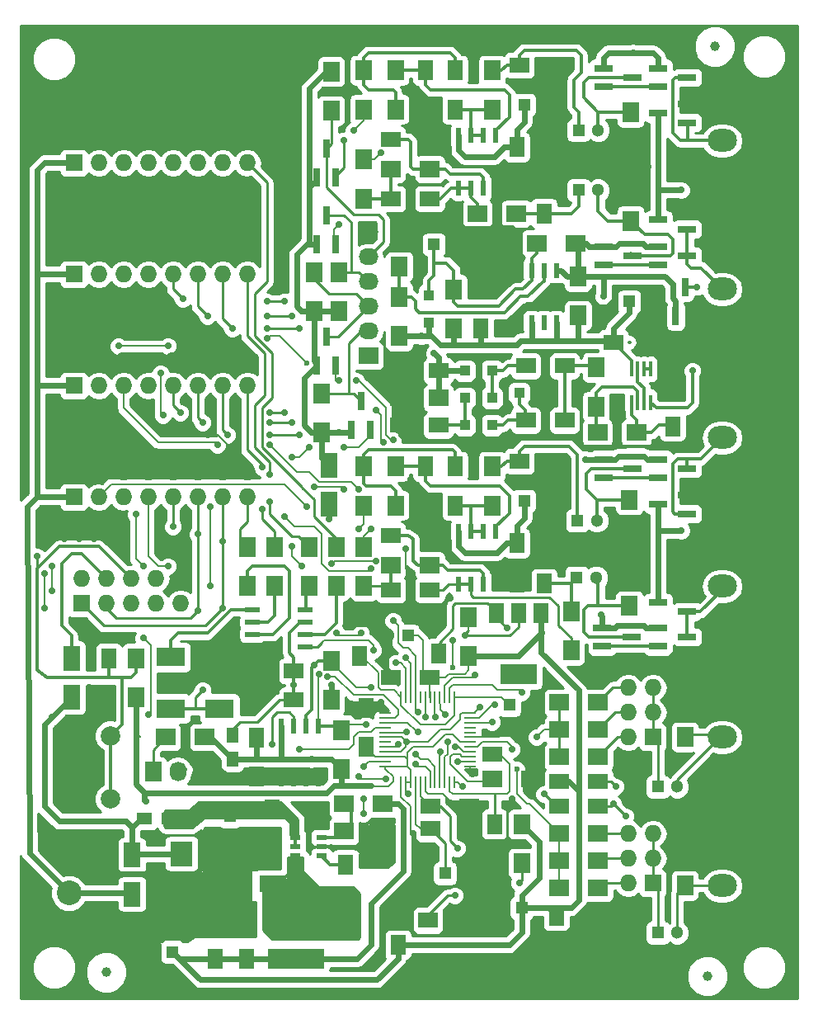
<source format=gtl>
G04 #@! TF.FileFunction,Copper,L1,Top,Signal*
%FSLAX46Y46*%
G04 Gerber Fmt 4.6, Leading zero omitted, Abs format (unit mm)*
G04 Created by KiCad (PCBNEW 4.0.6-e0-6349~52~ubuntu16.10.1) date Mon Jun 12 13:42:03 2017*
%MOMM*%
%LPD*%
G01*
G04 APERTURE LIST*
%ADD10C,0.100000*%
%ADD11R,1.727200X1.727200*%
%ADD12O,1.727200X1.727200*%
%ADD13R,1.600000X2.000000*%
%ADD14R,2.000000X1.600000*%
%ADD15R,1.300000X1.300000*%
%ADD16C,1.300000*%
%ADD17R,1.800860X2.499360*%
%ADD18R,2.301240X2.499360*%
%ADD19R,2.499360X1.800860*%
%ADD20R,1.100000X1.100000*%
%ADD21R,1.500000X1.250000*%
%ADD22R,1.250000X1.500000*%
%ADD23O,4.000000X3.200000*%
%ADD24O,3.200000X4.000000*%
%ADD25O,3.000000X2.300000*%
%ADD26R,2.540000X2.540000*%
%ADD27C,2.540000*%
%ADD28R,5.800000X2.100000*%
%ADD29R,1.100000X0.600000*%
%ADD30R,2.032000X1.727200*%
%ADD31O,2.032000X1.727200*%
%ADD32R,1.727200X2.032000*%
%ADD33O,1.727200X2.032000*%
%ADD34R,1.700000X2.000000*%
%ADD35R,2.000000X1.700000*%
%ADD36R,1.300000X0.250000*%
%ADD37R,0.250000X1.300000*%
%ADD38R,0.600000X1.550000*%
%ADD39R,0.300000X1.600000*%
%ADD40R,1.550000X0.600000*%
%ADD41R,3.000000X1.980000*%
%ADD42R,0.800000X1.900000*%
%ADD43R,3.800000X2.000000*%
%ADD44R,1.500000X2.000000*%
%ADD45R,1.900000X0.800000*%
%ADD46C,2.000000*%
%ADD47C,1.000000*%
%ADD48C,0.700000*%
%ADD49C,0.600000*%
%ADD50C,0.300000*%
%ADD51C,0.250000*%
%ADD52C,0.200000*%
%ADD53C,0.600000*%
%ADD54C,0.254000*%
G04 APERTURE END LIST*
D10*
D11*
X69850000Y-117348000D03*
D12*
X69850000Y-114808000D03*
X72390000Y-117348000D03*
X72390000Y-114808000D03*
X74930000Y-117348000D03*
X74930000Y-114808000D03*
X77470000Y-117348000D03*
X77470000Y-114808000D03*
X80010000Y-117348000D03*
X80010000Y-114808000D03*
D13*
X72644000Y-122968000D03*
X72644000Y-126968000D03*
X98425000Y-118713500D03*
X98425000Y-122713500D03*
X106553000Y-118459500D03*
X106553000Y-122459500D03*
D14*
X101632000Y-124968000D03*
X105632000Y-124968000D03*
D13*
X118618000Y-153384000D03*
X118618000Y-149384000D03*
X99060000Y-128048000D03*
X99060000Y-132048000D03*
X102362000Y-148368000D03*
X102362000Y-152368000D03*
X87820500Y-135096000D03*
X87820500Y-131096000D03*
D14*
X116046000Y-132842000D03*
X112046000Y-132842000D03*
D13*
X112268000Y-139986000D03*
X112268000Y-143986000D03*
D14*
X109442000Y-149860000D03*
X105442000Y-149860000D03*
X105696000Y-140462000D03*
X109696000Y-140462000D03*
X105696000Y-138176000D03*
X109696000Y-138176000D03*
X118904000Y-135636000D03*
X122904000Y-135636000D03*
X122904000Y-138176000D03*
X118904000Y-138176000D03*
X101632000Y-110363000D03*
X105632000Y-110363000D03*
D13*
X105156000Y-103283000D03*
X105156000Y-107283000D03*
D14*
X101632000Y-69723000D03*
X105632000Y-69723000D03*
D13*
X105156000Y-62643000D03*
X105156000Y-66643000D03*
D14*
X105632000Y-115951000D03*
X101632000Y-115951000D03*
D13*
X108204000Y-107283000D03*
X108204000Y-103283000D03*
D14*
X105632000Y-75819000D03*
X101632000Y-75819000D03*
D13*
X108204000Y-66643000D03*
X108204000Y-62643000D03*
X117348000Y-115284000D03*
X117348000Y-111284000D03*
D14*
X114840000Y-102743000D03*
X118840000Y-102743000D03*
D13*
X117348000Y-77311000D03*
X117348000Y-73311000D03*
D14*
X114840000Y-62103000D03*
X118840000Y-62103000D03*
D15*
X120713500Y-114681000D03*
D16*
X122713500Y-114681000D03*
D15*
X120777000Y-108839000D03*
D16*
X122777000Y-108839000D03*
D15*
X120904000Y-74930000D03*
D16*
X122904000Y-74930000D03*
D15*
X120904000Y-68770500D03*
D16*
X122904000Y-68770500D03*
D15*
X115316000Y-106807000D03*
D16*
X117316000Y-106807000D03*
D15*
X115316000Y-66167000D03*
D16*
X117316000Y-66167000D03*
D15*
X129032000Y-151130000D03*
D16*
X131032000Y-151130000D03*
D15*
X129032000Y-136144000D03*
D16*
X131032000Y-136144000D03*
D13*
X114554000Y-111157000D03*
X114554000Y-115157000D03*
X114554000Y-70517000D03*
X114554000Y-74517000D03*
D15*
X126111000Y-86360000D03*
D16*
X128111000Y-86360000D03*
D13*
X130556000Y-99155000D03*
X130556000Y-95155000D03*
D14*
X128492000Y-90551000D03*
X124492000Y-90551000D03*
D13*
X110871000Y-85122000D03*
X110871000Y-89122000D03*
D15*
X106045000Y-80518000D03*
D16*
X108045000Y-80518000D03*
D14*
X115475000Y-98552000D03*
X119475000Y-98552000D03*
X115475000Y-92964000D03*
X119475000Y-92964000D03*
X102521000Y-99060000D03*
X106521000Y-99060000D03*
X102521000Y-93472000D03*
X106521000Y-93472000D03*
X91662000Y-127254000D03*
X87662000Y-127254000D03*
X87662000Y-124269500D03*
X91662000Y-124269500D03*
D13*
X96964500Y-148113500D03*
X96964500Y-144113500D03*
X89408000Y-138462000D03*
X89408000Y-142462000D03*
X86804500Y-153828500D03*
X86804500Y-149828500D03*
D15*
X85090000Y-139192000D03*
D16*
X85090000Y-141192000D03*
D13*
X83629500Y-153828500D03*
X83629500Y-149828500D03*
D15*
X79184500Y-153098500D03*
D16*
X79184500Y-151098500D03*
D17*
X95250000Y-107154980D03*
X95250000Y-103157020D03*
X68834000Y-126966980D03*
X68834000Y-122969020D03*
X75057000Y-143162020D03*
X75057000Y-147159980D03*
D18*
X80137000Y-143012160D03*
X80137000Y-147309840D03*
D19*
X89438480Y-146113500D03*
X85440520Y-146113500D03*
D20*
X105537000Y-88522000D03*
X105537000Y-85722000D03*
X117605000Y-95758000D03*
X114805000Y-95758000D03*
X112017000Y-99060000D03*
X109217000Y-99060000D03*
X109217000Y-96266000D03*
X112017000Y-96266000D03*
X112017000Y-93472000D03*
X109217000Y-93472000D03*
D21*
X76347000Y-139446000D03*
X78847000Y-139446000D03*
D22*
X85344000Y-133330000D03*
X85344000Y-130830000D03*
D23*
X135636000Y-141304000D03*
X135636000Y-151304000D03*
D24*
X140136000Y-146304000D03*
D25*
X135636000Y-146304000D03*
D23*
X135636000Y-126064000D03*
X135636000Y-136064000D03*
D24*
X140136000Y-131064000D03*
D25*
X135636000Y-131064000D03*
D26*
X68580000Y-141986000D03*
D27*
X68580000Y-147066000D03*
D23*
X135636000Y-110570000D03*
X135636000Y-120570000D03*
D24*
X140136000Y-115570000D03*
D25*
X135636000Y-115570000D03*
D23*
X135636000Y-95330000D03*
X135636000Y-105330000D03*
D24*
X140136000Y-100330000D03*
D25*
X135636000Y-100330000D03*
D23*
X135636000Y-80090000D03*
X135636000Y-90090000D03*
D24*
X140136000Y-85090000D03*
D25*
X135636000Y-85090000D03*
D23*
X135636000Y-64850000D03*
X135636000Y-74850000D03*
D24*
X140136000Y-69850000D03*
D25*
X135636000Y-69850000D03*
D28*
X91884500Y-153778500D03*
X91884500Y-149878500D03*
D29*
X94504500Y-143253500D03*
X94504500Y-142303500D03*
X94504500Y-141353500D03*
X91804500Y-141353500D03*
X91804500Y-142303500D03*
X91804500Y-143253500D03*
D30*
X99314000Y-91948000D03*
D31*
X99314000Y-89408000D03*
X99314000Y-86868000D03*
X99314000Y-84328000D03*
X99314000Y-81788000D03*
X99314000Y-79248000D03*
D32*
X77216000Y-134620000D03*
D33*
X79756000Y-134620000D03*
X82296000Y-134620000D03*
D11*
X69088000Y-106426000D03*
D12*
X69088000Y-103886000D03*
X71628000Y-106426000D03*
X71628000Y-103886000D03*
X74168000Y-106426000D03*
X74168000Y-103886000D03*
X76708000Y-106426000D03*
X76708000Y-103886000D03*
X79248000Y-106426000D03*
X79248000Y-103886000D03*
X81788000Y-106426000D03*
X81788000Y-103886000D03*
X84328000Y-106426000D03*
X84328000Y-103886000D03*
X86868000Y-106426000D03*
X86868000Y-103886000D03*
D11*
X69088000Y-94996000D03*
D12*
X69088000Y-92456000D03*
X71628000Y-94996000D03*
X71628000Y-92456000D03*
X74168000Y-94996000D03*
X74168000Y-92456000D03*
X76708000Y-94996000D03*
X76708000Y-92456000D03*
X79248000Y-94996000D03*
X79248000Y-92456000D03*
X81788000Y-94996000D03*
X81788000Y-92456000D03*
X84328000Y-94996000D03*
X84328000Y-92456000D03*
X86868000Y-94996000D03*
X86868000Y-92456000D03*
D11*
X69088000Y-83566000D03*
D12*
X69088000Y-81026000D03*
X71628000Y-83566000D03*
X71628000Y-81026000D03*
X74168000Y-83566000D03*
X74168000Y-81026000D03*
X76708000Y-83566000D03*
X76708000Y-81026000D03*
X79248000Y-83566000D03*
X79248000Y-81026000D03*
X81788000Y-83566000D03*
X81788000Y-81026000D03*
X84328000Y-83566000D03*
X84328000Y-81026000D03*
X86868000Y-83566000D03*
X86868000Y-81026000D03*
D11*
X69088000Y-72136000D03*
D12*
X69088000Y-69596000D03*
X71628000Y-72136000D03*
X71628000Y-69596000D03*
X74168000Y-72136000D03*
X74168000Y-69596000D03*
X76708000Y-72136000D03*
X76708000Y-69596000D03*
X79248000Y-72136000D03*
X79248000Y-69596000D03*
X81788000Y-72136000D03*
X81788000Y-69596000D03*
X84328000Y-72136000D03*
X84328000Y-69596000D03*
X86868000Y-72136000D03*
X86868000Y-69596000D03*
D11*
X128524000Y-146050000D03*
D12*
X125984000Y-146050000D03*
X128524000Y-143510000D03*
X125984000Y-143510000D03*
X128524000Y-140970000D03*
X125984000Y-140970000D03*
D11*
X128524000Y-131064000D03*
D12*
X125984000Y-131064000D03*
X128524000Y-128524000D03*
X125984000Y-128524000D03*
X128524000Y-125984000D03*
X125984000Y-125984000D03*
D34*
X75438000Y-126968000D03*
X75438000Y-122968000D03*
X94488000Y-99790000D03*
X94488000Y-95790000D03*
X93726000Y-87344000D03*
X93726000Y-83344000D03*
X96266000Y-87344000D03*
X96266000Y-83344000D03*
X95504000Y-62770000D03*
X95504000Y-66770000D03*
X109601000Y-122713500D03*
X109601000Y-118713500D03*
D35*
X82518000Y-131064000D03*
X78518000Y-131064000D03*
X112046000Y-135382000D03*
X116046000Y-135382000D03*
D34*
X95504000Y-127222000D03*
X95504000Y-123222000D03*
X96520000Y-134334000D03*
X96520000Y-130334000D03*
X115062000Y-143986000D03*
X115062000Y-139986000D03*
X98869500Y-115538000D03*
X98869500Y-111538000D03*
X98806000Y-103283000D03*
X98806000Y-107283000D03*
X98806000Y-75787000D03*
X98806000Y-71787000D03*
X98806000Y-62643000D03*
X98806000Y-66643000D03*
D35*
X105632000Y-113411000D03*
X101632000Y-113411000D03*
D34*
X102108000Y-103283000D03*
X102108000Y-107283000D03*
D35*
X105632000Y-72771000D03*
X101632000Y-72771000D03*
D34*
X102108000Y-62643000D03*
X102108000Y-66643000D03*
X120142000Y-118142000D03*
X120142000Y-122142000D03*
X112014000Y-103283000D03*
X112014000Y-107283000D03*
D35*
X114522000Y-77343000D03*
X110522000Y-77343000D03*
D34*
X112014000Y-62643000D03*
X112014000Y-66643000D03*
X126111000Y-117570000D03*
X126111000Y-113570000D03*
X126111000Y-106712000D03*
X126111000Y-110712000D03*
X126238000Y-78073000D03*
X126238000Y-74073000D03*
X126238000Y-66961000D03*
X126238000Y-70961000D03*
X131826000Y-146272000D03*
X131826000Y-142272000D03*
X131826000Y-131032000D03*
X131826000Y-127032000D03*
D35*
X118904000Y-146558000D03*
X122904000Y-146558000D03*
X118904000Y-143764000D03*
X122904000Y-143764000D03*
X118904000Y-140970000D03*
X122904000Y-140970000D03*
X118904000Y-133096000D03*
X122904000Y-133096000D03*
X118904000Y-130302000D03*
X122904000Y-130302000D03*
X118904000Y-127508000D03*
X122904000Y-127508000D03*
X122841000Y-99822000D03*
X126841000Y-99822000D03*
D34*
X108077000Y-89122000D03*
X108077000Y-85122000D03*
X102489000Y-85884000D03*
X102489000Y-89884000D03*
X102489000Y-78772000D03*
X102489000Y-82772000D03*
D35*
X116618000Y-80391000D03*
X120618000Y-80391000D03*
D34*
X120840500Y-83788500D03*
X120840500Y-87788500D03*
X122682000Y-93123000D03*
X122682000Y-97123000D03*
D35*
X102521000Y-96266000D03*
X106521000Y-96266000D03*
D34*
X86868000Y-111538000D03*
X86868000Y-115538000D03*
X89662000Y-111538000D03*
X89662000Y-115538000D03*
X93218000Y-111538000D03*
X93218000Y-115538000D03*
X96012000Y-111538000D03*
X96012000Y-115538000D03*
D35*
X100806000Y-137922000D03*
X96806000Y-137922000D03*
X96806000Y-140716000D03*
X100806000Y-140716000D03*
D36*
X109760000Y-134068000D03*
X109760000Y-133568000D03*
X109760000Y-133068000D03*
X109760000Y-132568000D03*
X109760000Y-132068000D03*
X109760000Y-131568000D03*
X109760000Y-131068000D03*
X109760000Y-130568000D03*
X109760000Y-130068000D03*
X109760000Y-129568000D03*
X109760000Y-129068000D03*
X109760000Y-128568000D03*
D37*
X108160000Y-126968000D03*
X107660000Y-126968000D03*
X107160000Y-126968000D03*
X106660000Y-126968000D03*
X106160000Y-126968000D03*
X105660000Y-126968000D03*
X105160000Y-126968000D03*
X104660000Y-126968000D03*
X104160000Y-126968000D03*
X103660000Y-126968000D03*
X103160000Y-126968000D03*
X102660000Y-126968000D03*
D36*
X101060000Y-128568000D03*
X101060000Y-129068000D03*
X101060000Y-129568000D03*
X101060000Y-130068000D03*
X101060000Y-130568000D03*
X101060000Y-131068000D03*
X101060000Y-131568000D03*
X101060000Y-132068000D03*
X101060000Y-132568000D03*
X101060000Y-133068000D03*
X101060000Y-133568000D03*
X101060000Y-134068000D03*
D37*
X102660000Y-135668000D03*
X103160000Y-135668000D03*
X103660000Y-135668000D03*
X104160000Y-135668000D03*
X104660000Y-135668000D03*
X105160000Y-135668000D03*
X105660000Y-135668000D03*
X106160000Y-135668000D03*
X106660000Y-135668000D03*
X107160000Y-135668000D03*
X107660000Y-135668000D03*
X108160000Y-135668000D03*
D38*
X90360500Y-135351500D03*
X91630500Y-135351500D03*
X92900500Y-135351500D03*
X94170500Y-135351500D03*
X94170500Y-129951500D03*
X92900500Y-129951500D03*
X91630500Y-129951500D03*
X90360500Y-129951500D03*
X108585000Y-115349000D03*
X109855000Y-115349000D03*
X111125000Y-115349000D03*
X112395000Y-115349000D03*
X112395000Y-109949000D03*
X111125000Y-109949000D03*
X109855000Y-109949000D03*
X108585000Y-109949000D03*
X108585000Y-74709000D03*
X109855000Y-74709000D03*
X111125000Y-74709000D03*
X112395000Y-74709000D03*
X112395000Y-69309000D03*
X111125000Y-69309000D03*
X109855000Y-69309000D03*
X108585000Y-69309000D03*
D39*
X128285000Y-93296000D03*
X127635000Y-93296000D03*
X126985000Y-93296000D03*
X126335000Y-93296000D03*
X128285000Y-96696000D03*
X127635000Y-96696000D03*
X126985000Y-96696000D03*
X126335000Y-96696000D03*
D38*
X118618000Y-83152000D03*
X117348000Y-83152000D03*
X116078000Y-83152000D03*
X114808000Y-83152000D03*
X114808000Y-88552000D03*
X116078000Y-88552000D03*
X117348000Y-88552000D03*
X118618000Y-88552000D03*
D40*
X87406500Y-117983000D03*
X87406500Y-119253000D03*
X87406500Y-120523000D03*
X87406500Y-121793000D03*
X92806500Y-121793000D03*
X92806500Y-120523000D03*
X92806500Y-119253000D03*
X92806500Y-117983000D03*
D41*
X84034000Y-128106000D03*
X84034000Y-122846000D03*
X79034000Y-122846000D03*
X79034000Y-128106000D03*
D42*
X97602000Y-99544000D03*
X99502000Y-99544000D03*
X98552000Y-96544000D03*
X94046000Y-92940000D03*
X95946000Y-92940000D03*
X94996000Y-89940000D03*
X94046000Y-80494000D03*
X95946000Y-80494000D03*
X94996000Y-77494000D03*
X94046000Y-73636000D03*
X95946000Y-73636000D03*
X94996000Y-70636000D03*
D43*
X114744500Y-124625500D03*
D44*
X114744500Y-118325500D03*
X112444500Y-118325500D03*
X117044500Y-118325500D03*
D45*
X123341000Y-119827000D03*
X123341000Y-121727000D03*
X126341000Y-120777000D03*
X123468000Y-102555000D03*
X123468000Y-104455000D03*
X126468000Y-103505000D03*
X123468000Y-80711000D03*
X123468000Y-82611000D03*
X126468000Y-81661000D03*
X123468000Y-62423000D03*
X123468000Y-64323000D03*
X126468000Y-63373000D03*
X129056000Y-119827000D03*
X129056000Y-121727000D03*
X132056000Y-120777000D03*
X129056000Y-102555000D03*
X129056000Y-104455000D03*
X132056000Y-103505000D03*
X129056000Y-80711000D03*
X129056000Y-82611000D03*
X132056000Y-81661000D03*
X129056000Y-62423000D03*
X129056000Y-64323000D03*
X132056000Y-63373000D03*
X132056000Y-118171000D03*
X132056000Y-116271000D03*
X129056000Y-117221000D03*
X132056000Y-108138000D03*
X132056000Y-106238000D03*
X129056000Y-107188000D03*
X132056000Y-78928000D03*
X132056000Y-77028000D03*
X129056000Y-77978000D03*
X132056000Y-68006000D03*
X132056000Y-66106000D03*
X129056000Y-67056000D03*
D42*
X130876000Y-87860000D03*
X132776000Y-87860000D03*
X131826000Y-84860000D03*
D46*
X72826000Y-137414000D03*
X68326000Y-137414000D03*
X72826000Y-130914000D03*
X68326000Y-130914000D03*
D15*
X113792000Y-127762000D03*
D16*
X113792000Y-129762000D03*
D15*
X103378000Y-120650000D03*
D16*
X101378000Y-120650000D03*
D15*
X115062000Y-148590000D03*
D16*
X113062000Y-148590000D03*
D15*
X107188000Y-145034000D03*
D16*
X109188000Y-145034000D03*
D47*
X134112000Y-155575000D03*
X72390000Y-155194000D03*
X134874000Y-60198000D03*
D48*
X96774000Y-69850000D03*
X65278000Y-112522000D03*
X114046000Y-132334000D03*
X100838000Y-123444000D03*
X113284000Y-113284000D03*
X113284000Y-114808000D03*
X103632000Y-104648000D03*
X106680000Y-108712000D03*
X103124000Y-117856000D03*
X107696000Y-116840000D03*
X80772000Y-87884000D03*
X81280000Y-89408000D03*
X79756000Y-89408000D03*
X78232000Y-86868000D03*
X79756000Y-87884000D03*
X82804000Y-100076000D03*
X70104000Y-119888000D03*
X71120000Y-120904000D03*
X68072000Y-108712000D03*
X69596000Y-108712000D03*
X71120000Y-108712000D03*
X72644000Y-108712000D03*
X72644000Y-109728000D03*
X72644000Y-110744000D03*
X71120000Y-110744000D03*
X69596000Y-110744000D03*
X68072000Y-110744000D03*
X76708000Y-102108000D03*
X78232000Y-102108000D03*
X79756000Y-102108000D03*
X81280000Y-102108000D03*
X89408000Y-123444000D03*
X89408000Y-121920000D03*
X79756000Y-124968000D03*
X78486000Y-124968000D03*
X78486000Y-125984000D03*
X79756000Y-125984000D03*
X80772000Y-125984000D03*
X87376000Y-141732000D03*
X87376000Y-143256000D03*
X85852000Y-143256000D03*
X80264000Y-149860000D03*
X81788000Y-150876000D03*
X81788000Y-149352000D03*
X82804000Y-147828000D03*
X82804000Y-146304000D03*
X82804000Y-144780000D03*
X82804000Y-143256000D03*
X84328000Y-143256000D03*
X101597091Y-143256008D03*
X101600000Y-142240000D03*
X100584000Y-142240000D03*
X100584000Y-143256000D03*
X99060000Y-143764000D03*
X99060000Y-142240000D03*
X99060000Y-140716000D03*
X70612000Y-125984000D03*
X103886000Y-140970000D03*
X105918000Y-147066000D03*
X93218000Y-138176000D03*
X80772000Y-124968000D03*
X80518000Y-107950000D03*
X66548000Y-74422000D03*
X103124000Y-111760000D03*
X105410000Y-111760000D03*
X103251000Y-131572000D03*
X100584000Y-127508000D03*
X114046000Y-137414000D03*
X109982000Y-134874000D03*
X116078000Y-137160000D03*
X110744000Y-128016000D03*
X128016000Y-72517000D03*
X124333000Y-112141000D03*
X85090000Y-144018000D03*
X84328000Y-144526000D03*
X100584000Y-144272000D03*
X113538000Y-119888000D03*
X76454000Y-137668000D03*
X117094000Y-120396000D03*
X93472000Y-133350000D03*
X95504000Y-125730000D03*
X103378000Y-136906000D03*
X108966000Y-136144000D03*
X104775000Y-89916000D03*
X108204000Y-147320000D03*
X108458000Y-142494000D03*
X98806000Y-134112000D03*
X117348000Y-136906000D03*
X124714000Y-136144000D03*
X114808000Y-146050000D03*
X125730000Y-139192000D03*
X124460000Y-137922000D03*
X131445000Y-109855000D03*
X131445000Y-74930000D03*
X106070400Y-91643200D03*
X91662000Y-125730000D03*
X82296000Y-126238000D03*
X95250000Y-108712000D03*
X66802000Y-129032000D03*
X96266000Y-99790000D03*
X104394000Y-128524000D03*
X98806000Y-137414000D03*
X98806000Y-138938000D03*
X96266000Y-78486000D03*
X101854000Y-119126000D03*
X100076000Y-97536000D03*
X100838000Y-100838000D03*
X89408000Y-131826000D03*
X102108000Y-123444000D03*
X99568000Y-125984000D03*
X96266000Y-94488000D03*
X84328000Y-117856000D03*
X93726000Y-123698000D03*
X92202000Y-89154000D03*
X88900000Y-89154000D03*
X85344000Y-89154000D03*
X89154000Y-100076000D03*
X84836000Y-100076000D03*
X92202000Y-100076000D03*
X84328000Y-110998000D03*
X103124000Y-122936000D03*
X99060000Y-129794000D03*
X91440000Y-102362000D03*
X93218000Y-101346000D03*
X96774000Y-101346000D03*
X81788000Y-118110000D03*
X94234000Y-124587000D03*
X91440000Y-87884000D03*
X88900000Y-87884000D03*
X82804000Y-87884000D03*
X91440000Y-98806000D03*
X89154000Y-98806000D03*
X82296000Y-98806000D03*
X81788000Y-110236000D03*
X92964000Y-107442000D03*
X112268000Y-127762000D03*
X96774000Y-105664000D03*
X93726000Y-105410000D03*
X91440000Y-111506000D03*
X92456000Y-113538000D03*
X95504000Y-113284000D03*
X100076000Y-113030000D03*
X110236000Y-124714000D03*
X78740000Y-113538000D03*
X96012000Y-120396000D03*
X98552000Y-120396000D03*
X105156000Y-129032000D03*
X90678000Y-108458000D03*
X99568000Y-113792000D03*
X107950000Y-121158000D03*
D49*
X107950000Y-123952000D03*
D48*
X107188000Y-128778000D03*
X90678000Y-86360000D03*
X88900000Y-86360000D03*
X80264000Y-86106000D03*
X90678000Y-97790000D03*
X89154000Y-97790000D03*
X80010000Y-97790000D03*
X79248000Y-109474000D03*
X101854000Y-100584000D03*
D49*
X92964000Y-92710000D03*
D48*
X98044000Y-94488000D03*
X73660000Y-90932000D03*
X78740000Y-90932000D03*
X88900000Y-90170000D03*
X112014000Y-129540000D03*
X89154000Y-101092000D03*
X83820000Y-101092000D03*
X115062000Y-126492000D03*
X98298000Y-105664000D03*
X88392000Y-107696000D03*
X88392000Y-103378000D03*
X103251000Y-130556000D03*
X75438000Y-108204000D03*
X76200000Y-113538000D03*
X76200000Y-120904000D03*
X76708000Y-128778000D03*
X98298000Y-135128000D03*
X101092000Y-135382000D03*
X83058000Y-115570000D03*
X83058000Y-107442000D03*
X78232000Y-98044000D03*
X77978000Y-93726000D03*
X104394000Y-130556000D03*
X89154000Y-104140000D03*
X89154000Y-106934000D03*
X92202000Y-132334000D03*
X66040000Y-114300000D03*
X66040000Y-117856000D03*
X95123000Y-124841000D03*
X66802000Y-113538000D03*
X66802000Y-116078000D03*
X106172000Y-129032000D03*
X109220000Y-120650000D03*
X107442000Y-131572000D03*
X99568000Y-109728000D03*
X106680000Y-132588000D03*
X98298000Y-109728000D03*
X104140000Y-132842000D03*
X100584000Y-71120000D03*
X97790000Y-68834000D03*
X104140000Y-133858000D03*
X108458000Y-133604000D03*
D49*
X114554000Y-134366000D03*
D48*
X108204000Y-132080000D03*
X116586000Y-131064000D03*
X121592300Y-102555000D03*
X123190000Y-118491000D03*
X126492000Y-60833000D03*
X123444000Y-85852000D03*
X99822000Y-122174000D03*
X102362000Y-131826000D03*
X133072000Y-84860000D03*
X132588000Y-93472000D03*
D50*
X126111000Y-90588000D02*
X126172000Y-90527000D01*
D51*
X95946000Y-73636000D02*
X95946000Y-73472000D01*
X95946000Y-73472000D02*
X96774000Y-72644000D01*
X96774000Y-72644000D02*
X96774000Y-69850000D01*
X65278000Y-112522000D02*
X65278000Y-112522000D01*
X65278000Y-112522000D02*
X65278000Y-113792000D01*
D52*
X109760000Y-132068000D02*
X110502000Y-132068000D01*
X114046000Y-132080000D02*
X114046000Y-132334000D01*
X113538000Y-131572000D02*
X114046000Y-132080000D01*
X110998000Y-131572000D02*
X113538000Y-131572000D01*
X110502000Y-132068000D02*
X110998000Y-131572000D01*
D50*
X72826000Y-130914000D02*
X72857500Y-130914000D01*
X72857500Y-130914000D02*
X74041000Y-129730500D01*
X74041000Y-129730500D02*
X74041000Y-124968000D01*
X72826000Y-137414000D02*
X72826000Y-130914000D01*
X72644000Y-124968000D02*
X72644000Y-122968000D01*
X74930000Y-114808000D02*
X72390000Y-112268000D01*
X75438000Y-124460000D02*
X75438000Y-122968000D01*
X74930000Y-124968000D02*
X75438000Y-124460000D01*
X66294000Y-124968000D02*
X72644000Y-124968000D01*
X72644000Y-124968000D02*
X74041000Y-124968000D01*
X74041000Y-124968000D02*
X74930000Y-124968000D01*
X65278000Y-124206000D02*
X66294000Y-124968000D01*
X65278000Y-113792000D02*
X65278000Y-124206000D01*
X67564000Y-111506000D02*
X65278000Y-113792000D01*
X71628000Y-111506000D02*
X67564000Y-111506000D01*
X72390000Y-112268000D02*
X71628000Y-111506000D01*
D52*
X101378000Y-123444000D02*
X100838000Y-123444000D01*
X113792000Y-113792000D02*
X113284000Y-113284000D01*
X113792000Y-113792000D02*
X114554000Y-114554000D01*
X114554000Y-115157000D02*
X114554000Y-114554000D01*
X105156000Y-107283000D02*
X105156000Y-106172000D01*
X105156000Y-106172000D02*
X103632000Y-104648000D01*
X105632000Y-108775500D02*
X106616500Y-108775500D01*
X106616500Y-108775500D02*
X106680000Y-108712000D01*
X103632000Y-117856000D02*
X103124000Y-117856000D01*
X106553000Y-118459500D02*
X106553000Y-117983000D01*
X106553000Y-117983000D02*
X107696000Y-116840000D01*
X84328000Y-89916000D02*
X83820000Y-89408000D01*
X83820000Y-89408000D02*
X82296000Y-89408000D01*
X82296000Y-89408000D02*
X80772000Y-87884000D01*
X84328000Y-92456000D02*
X84328000Y-89916000D01*
X80772000Y-89408000D02*
X81280000Y-89408000D01*
X79756000Y-89408000D02*
X80772000Y-89408000D01*
X78740000Y-86868000D02*
X78232000Y-86868000D01*
X79756000Y-87884000D02*
X78740000Y-86868000D01*
X84328000Y-103886000D02*
X84328000Y-102616000D01*
X83820000Y-100076000D02*
X82804000Y-100076000D01*
X84836000Y-101092000D02*
X83820000Y-100076000D01*
X84836000Y-102108000D02*
X84836000Y-101092000D01*
X84328000Y-102616000D02*
X84836000Y-102108000D01*
X71120000Y-120904000D02*
X70104000Y-119888000D01*
X68072000Y-108712000D02*
X69596000Y-108712000D01*
X71120000Y-108712000D02*
X72644000Y-108712000D01*
X72644000Y-109728000D02*
X72644000Y-110744000D01*
X71120000Y-110744000D02*
X69596000Y-110744000D01*
X78232000Y-102108000D02*
X76708000Y-102108000D01*
X81280000Y-102108000D02*
X79756000Y-102108000D01*
X87406500Y-121793000D02*
X89281000Y-121793000D01*
X88900000Y-122936000D02*
X88392000Y-122936000D01*
X89408000Y-123444000D02*
X88900000Y-122936000D01*
X89281000Y-121793000D02*
X89408000Y-121920000D01*
X78486000Y-125984000D02*
X78486000Y-124968000D01*
X80772000Y-125984000D02*
X79756000Y-125984000D01*
X87329010Y-144225010D02*
X86821010Y-144225010D01*
X87376000Y-143256000D02*
X87376000Y-141732000D01*
X86821010Y-144225010D02*
X85852000Y-143256000D01*
X85090000Y-143256000D02*
X84328000Y-143256000D01*
X81788000Y-149352000D02*
X81788000Y-150876000D01*
X82804000Y-146304000D02*
X82804000Y-147828000D01*
X82804000Y-143256000D02*
X82804000Y-144780000D01*
X100806000Y-140716000D02*
X99060000Y-140716000D01*
X101597091Y-142242909D02*
X101597091Y-143256008D01*
X101600000Y-142240000D02*
X101597091Y-142242909D01*
X100584000Y-143256000D02*
X100584000Y-142240000D01*
X99060000Y-142240000D02*
X99060000Y-143764000D01*
D50*
X94504500Y-142303500D02*
X99980500Y-142303500D01*
D52*
X135382000Y-77028000D02*
X135448000Y-77028000D01*
X135448000Y-77028000D02*
X135636000Y-77216000D01*
X132056000Y-66106000D02*
X134380000Y-66106000D01*
X134380000Y-66106000D02*
X135636000Y-64850000D01*
X130556000Y-95155000D02*
X130556000Y-93472000D01*
X130556000Y-93472000D02*
X132776000Y-91252000D01*
X109760000Y-128568000D02*
X108922000Y-128568000D01*
X105410000Y-131572000D02*
X103251000Y-131572000D01*
X106680000Y-130302000D02*
X105410000Y-131572000D01*
X107696000Y-130302000D02*
X106680000Y-130302000D01*
X108712000Y-129286000D02*
X107696000Y-130302000D01*
X108712000Y-128778000D02*
X108712000Y-129286000D01*
X108922000Y-128568000D02*
X108712000Y-128778000D01*
X72644000Y-126968000D02*
X71850000Y-126968000D01*
X71850000Y-126968000D02*
X70866000Y-125984000D01*
X70866000Y-125984000D02*
X70612000Y-125984000D01*
X101060000Y-132568000D02*
X102636000Y-132568000D01*
X102636000Y-132568000D02*
X103124000Y-132080000D01*
X103124000Y-132080000D02*
X103251000Y-131572000D01*
X102660000Y-137204000D02*
X103632000Y-138176000D01*
X103632000Y-138176000D02*
X103632000Y-140716000D01*
X103632000Y-140716000D02*
X103886000Y-140970000D01*
X102660000Y-135668000D02*
X102660000Y-137204000D01*
X105886000Y-147034000D02*
X104140000Y-147034000D01*
X105918000Y-147066000D02*
X105886000Y-147034000D01*
X94504500Y-142303500D02*
X93535500Y-142303500D01*
X93218000Y-141986000D02*
X93218000Y-138176000D01*
X93535500Y-142303500D02*
X93218000Y-141986000D01*
X84034000Y-122846000D02*
X84034000Y-122976000D01*
X84034000Y-122976000D02*
X80772000Y-124968000D01*
X80010000Y-114808000D02*
X80010000Y-110998000D01*
X80518000Y-110490000D02*
X80518000Y-107950000D01*
X80010000Y-110998000D02*
X80518000Y-110490000D01*
D51*
X69088000Y-81026000D02*
X69088000Y-76962000D01*
X69088000Y-76962000D02*
X66548000Y-74422000D01*
D52*
X105632000Y-110363000D02*
X105632000Y-111538000D01*
X103632000Y-114300000D02*
X103632000Y-117856000D01*
X103632000Y-117856000D02*
X103632000Y-118713500D01*
X103124000Y-113792000D02*
X103632000Y-114300000D01*
X103124000Y-111760000D02*
X103124000Y-113792000D01*
X105632000Y-111538000D02*
X105410000Y-111760000D01*
X102235000Y-117983000D02*
X99441500Y-118713500D01*
X99441500Y-118713500D02*
X101378000Y-120650000D01*
X101378000Y-123444000D02*
X101346000Y-123444000D01*
X101346000Y-123444000D02*
X101378000Y-123444000D01*
X100540000Y-127552000D02*
X100540000Y-128048000D01*
X100584000Y-127508000D02*
X100540000Y-127552000D01*
D51*
X101346000Y-150336000D02*
X102870000Y-150368000D01*
X107918000Y-151384000D02*
X109442000Y-149860000D01*
X104140000Y-151384000D02*
X107918000Y-151384000D01*
X102870000Y-150368000D02*
X104140000Y-151384000D01*
X114046000Y-137414000D02*
X114046000Y-138176000D01*
X113538000Y-142716000D02*
X112268000Y-143986000D01*
X113538000Y-138684000D02*
X113538000Y-142716000D01*
X114046000Y-138176000D02*
X113538000Y-138684000D01*
X109188000Y-145034000D02*
X109188000Y-149606000D01*
X109188000Y-149606000D02*
X109442000Y-149860000D01*
X109696000Y-140462000D02*
X109696000Y-141414000D01*
X109696000Y-141414000D02*
X112268000Y-143986000D01*
X109188000Y-145034000D02*
X111220000Y-145034000D01*
X111220000Y-145034000D02*
X112268000Y-143986000D01*
D52*
X101346000Y-150336000D02*
X101346000Y-149828000D01*
X101346000Y-149828000D02*
X104140000Y-147034000D01*
X113062000Y-148590000D02*
X110712000Y-148590000D01*
X110712000Y-148590000D02*
X109442000Y-149860000D01*
X109760000Y-134068000D02*
X109760000Y-134652000D01*
X109760000Y-134652000D02*
X109982000Y-134874000D01*
X116046000Y-137128000D02*
X116046000Y-135382000D01*
X116078000Y-137160000D02*
X116046000Y-137128000D01*
X109760000Y-128568000D02*
X110192000Y-128568000D01*
X110192000Y-128568000D02*
X110744000Y-128016000D01*
X101060000Y-131068000D02*
X102743000Y-131064000D01*
X102743000Y-131064000D02*
X103251000Y-131572000D01*
X103124000Y-132080000D02*
X102636000Y-132568000D01*
X103251000Y-131572000D02*
X103124000Y-132080000D01*
X105160000Y-135668000D02*
X105160000Y-136656000D01*
X108204000Y-138176000D02*
X109696000Y-138176000D01*
X106934000Y-136906000D02*
X108204000Y-138176000D01*
X105410000Y-136906000D02*
X106934000Y-136906000D01*
X105160000Y-136656000D02*
X105410000Y-136906000D01*
X99060000Y-128048000D02*
X100540000Y-128048000D01*
X100540000Y-128048000D02*
X101060000Y-128568000D01*
X101378000Y-120650000D02*
X101378000Y-123444000D01*
X101378000Y-123444000D02*
X101378000Y-124714000D01*
X101378000Y-124714000D02*
X101632000Y-124968000D01*
X116046000Y-133096000D02*
X116046000Y-135636000D01*
X113792000Y-130016000D02*
X114268000Y-130016000D01*
X114268000Y-130016000D02*
X116046000Y-131794000D01*
X116046000Y-131794000D02*
X116046000Y-133096000D01*
X111982000Y-144272000D02*
X112268000Y-143986000D01*
X109442000Y-138176000D02*
X109442000Y-140716000D01*
X109760000Y-131068000D02*
X112740000Y-131068000D01*
X112740000Y-131068000D02*
X113792000Y-130016000D01*
D51*
X135636000Y-151050000D02*
X135636000Y-150550000D01*
X135636000Y-150550000D02*
X140136000Y-146050000D01*
X135636000Y-141050000D02*
X135636000Y-141550000D01*
X135636000Y-141550000D02*
X140136000Y-146050000D01*
X135636000Y-135810000D02*
X135636000Y-135310000D01*
X135636000Y-135310000D02*
X140136000Y-130810000D01*
X135636000Y-125810000D02*
X135636000Y-126310000D01*
X135636000Y-126310000D02*
X140136000Y-130810000D01*
X135636000Y-120570000D02*
X135636000Y-125810000D01*
X135636000Y-135810000D02*
X135636000Y-141050000D01*
X131572000Y-126778000D02*
X134668000Y-126778000D01*
X134668000Y-126778000D02*
X135636000Y-125810000D01*
X131572000Y-142018000D02*
X134668000Y-142018000D01*
X134668000Y-142018000D02*
X135636000Y-141050000D01*
X84328000Y-103886000D02*
X86868000Y-103886000D01*
X81788000Y-103886000D02*
X84328000Y-103886000D01*
X79248000Y-103886000D02*
X81788000Y-103886000D01*
X76708000Y-103886000D02*
X79248000Y-103886000D01*
X74168000Y-103886000D02*
X76708000Y-103886000D01*
X71628000Y-103886000D02*
X74168000Y-103886000D01*
X69088000Y-103886000D02*
X71628000Y-103886000D01*
X71628000Y-81026000D02*
X69088000Y-81026000D01*
X76708000Y-81026000D02*
X74168000Y-81026000D01*
X74168000Y-81026000D02*
X71628000Y-81026000D01*
X79248000Y-81026000D02*
X76708000Y-81026000D01*
X81788000Y-81026000D02*
X79248000Y-81026000D01*
X84328000Y-81026000D02*
X81788000Y-81026000D01*
X86868000Y-81026000D02*
X84328000Y-81026000D01*
X71628000Y-92456000D02*
X69088000Y-92456000D01*
X74168000Y-92456000D02*
X71628000Y-92456000D01*
X76708000Y-92456000D02*
X74168000Y-92456000D01*
X79248000Y-92456000D02*
X76708000Y-92456000D01*
X81788000Y-92456000D02*
X79248000Y-92456000D01*
X84328000Y-92456000D02*
X81788000Y-92456000D01*
X86868000Y-92456000D02*
X83820000Y-92456000D01*
X83820000Y-92456000D02*
X84328000Y-92456000D01*
X106616500Y-118713500D02*
X103632000Y-118713500D01*
X103632000Y-118713500D02*
X102235000Y-117983000D01*
D50*
X83121500Y-134429500D02*
X84074000Y-134366000D01*
X84074000Y-134366000D02*
X85090000Y-135128000D01*
X85090000Y-135128000D02*
X87820500Y-135096000D01*
X92900500Y-135351500D02*
X94170500Y-135351500D01*
X91630500Y-135351500D02*
X92900500Y-135351500D01*
X90360500Y-135351500D02*
X91630500Y-135351500D01*
X87820500Y-135096000D02*
X90105000Y-135096000D01*
X90105000Y-135096000D02*
X90360500Y-135351500D01*
X85090000Y-125730000D02*
X84899500Y-125730000D01*
X85090000Y-125730000D02*
X87630000Y-125730000D01*
X87662000Y-125762000D02*
X87630000Y-125730000D01*
X84034000Y-124864500D02*
X84034000Y-122846000D01*
X84899500Y-125730000D02*
X84034000Y-124864500D01*
X68326000Y-130914000D02*
X68326000Y-137414000D01*
X72644000Y-126968000D02*
X71660000Y-126968000D01*
X70612000Y-128628000D02*
X68326000Y-130914000D01*
X70612000Y-128016000D02*
X70612000Y-128628000D01*
X71660000Y-126968000D02*
X70612000Y-128016000D01*
X69088000Y-103886000D02*
X86868000Y-103886000D01*
X69088000Y-92456000D02*
X86868000Y-92456000D01*
X69088000Y-81026000D02*
X86868000Y-81026000D01*
X69088000Y-69596000D02*
X86868000Y-69596000D01*
X87662000Y-125762000D02*
X87662000Y-124206000D01*
X87662000Y-125762000D02*
X87662000Y-127000000D01*
X87470000Y-121793000D02*
X87470000Y-124014000D01*
X87470000Y-124014000D02*
X87662000Y-124206000D01*
X114554000Y-115157000D02*
X114554000Y-115348000D01*
X117348000Y-111284000D02*
X123476000Y-111284000D01*
X123476000Y-111284000D02*
X124333000Y-112141000D01*
X117348000Y-111284000D02*
X117348000Y-106839000D01*
X117348000Y-106839000D02*
X117316000Y-106807000D01*
X114554000Y-115157000D02*
X114554000Y-113538000D01*
X117348000Y-112776000D02*
X117348000Y-111284000D01*
X116840000Y-113284000D02*
X117348000Y-112776000D01*
X114808000Y-113284000D02*
X116840000Y-113284000D01*
X114554000Y-113538000D02*
X114808000Y-113284000D01*
X117605000Y-99692000D02*
X117605000Y-100203000D01*
X117605000Y-95758000D02*
X117605000Y-99692000D01*
X117602000Y-100076000D02*
X117602000Y-100203000D01*
X117602000Y-100200000D02*
X117602000Y-100076000D01*
X117605000Y-100203000D02*
X117602000Y-100200000D01*
X131826000Y-101219000D02*
X132461000Y-101219000D01*
X133350000Y-97616000D02*
X135636000Y-95330000D01*
X133350000Y-100330000D02*
X133350000Y-97616000D01*
X132461000Y-101219000D02*
X133350000Y-100330000D01*
X126111000Y-72517000D02*
X128016000Y-72517000D01*
X114808000Y-88552000D02*
X114808000Y-87376000D01*
X127254000Y-84963000D02*
X128111000Y-85820000D01*
X125095000Y-84963000D02*
X127254000Y-84963000D01*
X124587000Y-85471000D02*
X125095000Y-84963000D01*
X124587000Y-86106000D02*
X124587000Y-85471000D01*
X123825000Y-86868000D02*
X124587000Y-86106000D01*
X122809000Y-86868000D02*
X123825000Y-86868000D01*
X121793000Y-85852000D02*
X122809000Y-86868000D01*
X118491000Y-85852000D02*
X121793000Y-85852000D01*
X117729000Y-86614000D02*
X118491000Y-85852000D01*
X115570000Y-86614000D02*
X117729000Y-86614000D01*
X114808000Y-87376000D02*
X115570000Y-86614000D01*
X128111000Y-85820000D02*
X128111000Y-86360000D01*
X132056000Y-77028000D02*
X135382000Y-77028000D01*
X135448000Y-77028000D02*
X135636000Y-77216000D01*
X132776000Y-87860000D02*
X132776000Y-91252000D01*
X132776000Y-91252000D02*
X132776000Y-91374000D01*
X132776000Y-91374000D02*
X133858000Y-92456000D01*
X133858000Y-92456000D02*
X135636000Y-92456000D01*
X132056000Y-116271000D02*
X132056000Y-114150000D01*
X132056000Y-114150000D02*
X135636000Y-110570000D01*
X135636000Y-107696000D02*
X140136000Y-107696000D01*
X140136000Y-107696000D02*
X140208000Y-107696000D01*
X140208000Y-107696000D02*
X140136000Y-107696000D01*
X140136000Y-100330000D02*
X140136000Y-107696000D01*
X140136000Y-107696000D02*
X140136000Y-115570000D01*
X132056000Y-106238000D02*
X132781000Y-106238000D01*
X132781000Y-106238000D02*
X134239000Y-107696000D01*
X134239000Y-107696000D02*
X135636000Y-107696000D01*
X135528000Y-74742000D02*
X135636000Y-74850000D01*
X135636000Y-120570000D02*
X135636000Y-120070000D01*
X135636000Y-120070000D02*
X140136000Y-115570000D01*
X135636000Y-110570000D02*
X135636000Y-107696000D01*
X135636000Y-107696000D02*
X135636000Y-105330000D01*
X135636000Y-92456000D02*
X140208000Y-92456000D01*
X135636000Y-90090000D02*
X135636000Y-92456000D01*
X135636000Y-92456000D02*
X135636000Y-95330000D01*
X135636000Y-77216000D02*
X140136000Y-77216000D01*
X140136000Y-77216000D02*
X140208000Y-77216000D01*
X140208000Y-77216000D02*
X140136000Y-77216000D01*
X140136000Y-69850000D02*
X140136000Y-69350000D01*
X140136000Y-69350000D02*
X135636000Y-64850000D01*
X140136000Y-69850000D02*
X140136000Y-77216000D01*
X140136000Y-77216000D02*
X140136000Y-85090000D01*
X140208000Y-88232000D02*
X140208000Y-92456000D01*
X140208000Y-88232000D02*
X140208000Y-85162000D01*
X140208000Y-92456000D02*
X140208000Y-100258000D01*
X140208000Y-100258000D02*
X140136000Y-100330000D01*
X113538000Y-100711000D02*
X103124000Y-100711000D01*
X103124000Y-100711000D02*
X102521000Y-100108000D01*
X102521000Y-99060000D02*
X102521000Y-100108000D01*
X117348000Y-73311000D02*
X118840000Y-73311000D01*
X119634000Y-72517000D02*
X126111000Y-72517000D01*
X126111000Y-72517000D02*
X126238000Y-72517000D01*
X118840000Y-73311000D02*
X119634000Y-72517000D01*
X117316000Y-66167000D02*
X117348000Y-66167000D01*
X117348000Y-66167000D02*
X118840000Y-64675000D01*
X118840000Y-64675000D02*
X118840000Y-62103000D01*
X117348000Y-73311000D02*
X117348000Y-66199000D01*
X117348000Y-66199000D02*
X117316000Y-66167000D01*
X112395000Y-78740000D02*
X114173000Y-78740000D01*
X114808000Y-81534000D02*
X114808000Y-83152000D01*
X114808000Y-80137000D02*
X114808000Y-81534000D01*
X114808000Y-80042000D02*
X114808000Y-80137000D01*
X114808000Y-79375000D02*
X114808000Y-80042000D01*
X114173000Y-78740000D02*
X114808000Y-79375000D01*
X112395000Y-74709000D02*
X112395000Y-78740000D01*
X112363000Y-78772000D02*
X110871000Y-78772000D01*
X112395000Y-78740000D02*
X112363000Y-78772000D01*
X114554000Y-74517000D02*
X115602000Y-74517000D01*
X115602000Y-74517000D02*
X116808000Y-73311000D01*
X116808000Y-73311000D02*
X117348000Y-73311000D01*
X112395000Y-74709000D02*
X114362000Y-74709000D01*
X114362000Y-74709000D02*
X114554000Y-74517000D01*
X105632000Y-69723000D02*
X106934000Y-69723000D01*
X112395000Y-73152000D02*
X112395000Y-74709000D01*
X111760000Y-72517000D02*
X112395000Y-73152000D01*
X108204000Y-72517000D02*
X111760000Y-72517000D01*
X107696000Y-72009000D02*
X108204000Y-72517000D01*
X107696000Y-70485000D02*
X107696000Y-72009000D01*
X106934000Y-69723000D02*
X107696000Y-70485000D01*
X105156000Y-66643000D02*
X105156000Y-67945000D01*
X105632000Y-68421000D02*
X105632000Y-69723000D01*
X105156000Y-67945000D02*
X105632000Y-68421000D01*
X140136000Y-100330000D02*
X140462000Y-100004000D01*
X126111000Y-112141000D02*
X126111000Y-113570000D01*
X126111000Y-110712000D02*
X126111000Y-112141000D01*
X126111000Y-112141000D02*
X126238000Y-112141000D01*
X124333000Y-112141000D02*
X126238000Y-112141000D01*
X117316000Y-106807000D02*
X117316000Y-106585000D01*
X117316000Y-106585000D02*
X118840000Y-105061000D01*
X118840000Y-105061000D02*
X118840000Y-102743000D01*
X117094000Y-107029000D02*
X117316000Y-106807000D01*
X105632000Y-110363000D02*
X107188000Y-110363000D01*
X112395000Y-113792000D02*
X112395000Y-115349000D01*
X111760000Y-113157000D02*
X112395000Y-113792000D01*
X108712000Y-113157000D02*
X111760000Y-113157000D01*
X107696000Y-112141000D02*
X108712000Y-113157000D01*
X107696000Y-110871000D02*
X107696000Y-112141000D01*
X107188000Y-110363000D02*
X107696000Y-110871000D01*
X105156000Y-107283000D02*
X105156000Y-108331000D01*
X105632000Y-108807000D02*
X105632000Y-108775500D01*
X105632000Y-108775500D02*
X105632000Y-110363000D01*
X105156000Y-108331000D02*
X105632000Y-108807000D01*
X114554000Y-115157000D02*
X114554000Y-114173000D01*
X112395000Y-115349000D02*
X114362000Y-115349000D01*
X114362000Y-115349000D02*
X114554000Y-115157000D01*
X128492000Y-90551000D02*
X130048000Y-90551000D01*
X130048000Y-90551000D02*
X130556000Y-91059000D01*
X130556000Y-92456000D02*
X130556000Y-95155000D01*
X128111000Y-86360000D02*
X128111000Y-87979000D01*
X128492000Y-88360000D02*
X128492000Y-90551000D01*
X128111000Y-87979000D02*
X128492000Y-88360000D01*
X102521000Y-93472000D02*
X102521000Y-96266000D01*
X102521000Y-96266000D02*
X102521000Y-99060000D01*
X130270000Y-94869000D02*
X130556000Y-95155000D01*
X135528000Y-74742000D02*
X135636000Y-74850000D01*
X126238000Y-70961000D02*
X126238000Y-72517000D01*
X126238000Y-72517000D02*
X126238000Y-74073000D01*
X135636000Y-74850000D02*
X135636000Y-77216000D01*
X135636000Y-77216000D02*
X135636000Y-80090000D01*
X108077000Y-78772000D02*
X108077000Y-80486000D01*
X108077000Y-80486000D02*
X108045000Y-80518000D01*
X110871000Y-78772000D02*
X110871000Y-85122000D01*
X108077000Y-78772000D02*
X110871000Y-78772000D01*
X102489000Y-78772000D02*
X104394000Y-78772000D01*
X104394000Y-78772000D02*
X108077000Y-78772000D01*
X114808000Y-88552000D02*
X114808000Y-88011000D01*
X140208000Y-85162000D02*
X140136000Y-85090000D01*
X139700000Y-85090000D02*
X140136000Y-85090000D01*
X140136000Y-69656000D02*
X140136000Y-69850000D01*
X68580000Y-141986000D02*
X68580000Y-142240000D01*
X68580000Y-142240000D02*
X71374000Y-145034000D01*
X71374000Y-145034000D02*
X77861160Y-145034000D01*
X77861160Y-145034000D02*
X80137000Y-147309840D01*
X101600000Y-143510000D02*
X100838000Y-144272000D01*
X100838000Y-144272000D02*
X100584000Y-144272000D01*
X101568000Y-140716000D02*
X101600000Y-143510000D01*
X83566000Y-144526000D02*
X84328000Y-144526000D01*
X84328000Y-144526000D02*
X85090000Y-144018000D01*
X89408000Y-142462000D02*
X89092020Y-142462000D01*
X89092020Y-142462000D02*
X87329010Y-144225010D01*
X87329010Y-144225010D02*
X85440520Y-146113500D01*
X85090000Y-141192000D02*
X85090000Y-143256000D01*
X85090000Y-143256000D02*
X85090000Y-144018000D01*
X85090000Y-144018000D02*
X85090000Y-145762980D01*
X85090000Y-145762980D02*
X85440520Y-146113500D01*
X79184500Y-151098500D02*
X79184500Y-148262340D01*
X79184500Y-148262340D02*
X80137000Y-147309840D01*
X99980500Y-142303500D02*
X101568000Y-140716000D01*
X83629500Y-149828500D02*
X83629500Y-147924520D01*
X84582000Y-147066000D02*
X84582000Y-146972020D01*
X84488020Y-147066000D02*
X84582000Y-147066000D01*
X83629500Y-147924520D02*
X84488020Y-147066000D01*
X86804500Y-149828500D02*
X86804500Y-147477480D01*
X86804500Y-147477480D02*
X85440520Y-146113500D01*
X80137000Y-147309840D02*
X84244180Y-147309840D01*
X84244180Y-147309840D02*
X84582000Y-146972020D01*
X84582000Y-146972020D02*
X85440520Y-146113500D01*
X84899500Y-141033500D02*
X85153500Y-141033500D01*
X89439500Y-142303500D02*
X89344500Y-142398500D01*
X117094000Y-100203000D02*
X117602000Y-100203000D01*
X117602000Y-100203000D02*
X120396000Y-100203000D01*
X114046000Y-100203000D02*
X113538000Y-100711000D01*
X117094000Y-100203000D02*
X114046000Y-100203000D01*
X121412000Y-101219000D02*
X131826000Y-101219000D01*
X131826000Y-101219000D02*
X131906000Y-101219000D01*
X120396000Y-100203000D02*
X121412000Y-101219000D01*
X130556000Y-92202000D02*
X130556000Y-92456000D01*
X130556000Y-91059000D02*
X130556000Y-91948000D01*
X130556000Y-91948000D02*
X130556000Y-92202000D01*
D51*
X112444500Y-118325500D02*
X112444500Y-118794500D01*
X112444500Y-118794500D02*
X113538000Y-119888000D01*
D52*
X112744000Y-126968000D02*
X112998000Y-126968000D01*
X108160000Y-126968000D02*
X112744000Y-126968000D01*
X112998000Y-126968000D02*
X113792000Y-127762000D01*
X98425000Y-122713500D02*
X98583500Y-122713500D01*
X98583500Y-122713500D02*
X100330000Y-124460000D01*
X101930000Y-126238000D02*
X102660000Y-126968000D01*
X100584000Y-126238000D02*
X101930000Y-126238000D01*
X100330000Y-125984000D02*
X100584000Y-126238000D01*
X100330000Y-124460000D02*
X100330000Y-125984000D01*
X102660000Y-126968000D02*
X102660000Y-127806000D01*
X108160000Y-128822000D02*
X108160000Y-126968000D01*
X107188000Y-129794000D02*
X108160000Y-128822000D01*
X104648000Y-129794000D02*
X107188000Y-129794000D01*
X102660000Y-127806000D02*
X104648000Y-129794000D01*
D51*
X98647500Y-122936000D02*
X98425000Y-122713500D01*
X112444500Y-118325500D02*
X112444500Y-118159500D01*
X112444500Y-118159500D02*
X111569500Y-117284500D01*
X106616500Y-121348500D02*
X106616500Y-122713500D01*
X108013500Y-119951500D02*
X106616500Y-121348500D01*
X108013500Y-117538500D02*
X108013500Y-119951500D01*
X108267500Y-117284500D02*
X108013500Y-117538500D01*
X111569500Y-117284500D02*
X108267500Y-117284500D01*
X112444500Y-118325500D02*
X112444500Y-118201502D01*
D53*
X102362000Y-152368000D02*
X102362000Y-153797000D01*
X82042000Y-155956000D02*
X79184500Y-153098500D01*
X100203000Y-155956000D02*
X82042000Y-155956000D01*
X102362000Y-153797000D02*
X100203000Y-155956000D01*
X82518000Y-131064000D02*
X83078000Y-131064000D01*
X83078000Y-131064000D02*
X85344000Y-133330000D01*
X87820500Y-133350000D02*
X85364000Y-133350000D01*
X85364000Y-133350000D02*
X85344000Y-133330000D01*
X102362000Y-152368000D02*
X113824000Y-152368000D01*
X113792000Y-152400000D02*
X115062000Y-151130000D01*
X115062000Y-151130000D02*
X115062000Y-148590000D01*
X113824000Y-152368000D02*
X113792000Y-152400000D01*
X99568000Y-152368000D02*
X99568000Y-152400000D01*
X76327000Y-136779000D02*
X76327000Y-137541000D01*
X76327000Y-137541000D02*
X76454000Y-137668000D01*
X87820500Y-133330000D02*
X87820500Y-133350000D01*
X102870000Y-141986000D02*
X102870000Y-144812000D01*
X99568000Y-152400000D02*
X99568000Y-148114000D01*
X102362000Y-137922000D02*
X102870000Y-138430000D01*
X102870000Y-138430000D02*
X102870000Y-141986000D01*
X102362000Y-137922000D02*
X101568000Y-137922000D01*
X102870000Y-144812000D02*
X99568000Y-148114000D01*
X115062000Y-148590000D02*
X117824000Y-148590000D01*
X117824000Y-148590000D02*
X118618000Y-149384000D01*
X118618000Y-149384000D02*
X118618000Y-148844000D01*
X118618000Y-148844000D02*
X118364000Y-148590000D01*
X118364000Y-148590000D02*
X118618000Y-149384000D01*
D52*
X101060000Y-134068000D02*
X101060000Y-134334000D01*
X99568000Y-136144000D02*
X99568000Y-136017000D01*
X101346000Y-136144000D02*
X99568000Y-136144000D01*
X101854000Y-135636000D02*
X101346000Y-136144000D01*
X101854000Y-135128000D02*
X101854000Y-135636000D01*
X101060000Y-134334000D02*
X101854000Y-135128000D01*
X100806000Y-137922000D02*
X100806000Y-137192000D01*
X101854000Y-134068000D02*
X101854000Y-134112000D01*
X101854000Y-134112000D02*
X101854000Y-134068000D01*
D53*
X117044500Y-120382000D02*
X117044500Y-122378500D01*
X120904000Y-126238000D02*
X120904000Y-136652000D01*
X117044500Y-122378500D02*
X120904000Y-126238000D01*
X99568000Y-136017000D02*
X99568000Y-136017000D01*
X99568000Y-136017000D02*
X98552000Y-136017000D01*
X98171000Y-136017000D02*
X96520000Y-136017000D01*
X98552000Y-136017000D02*
X98171000Y-136017000D01*
X117080000Y-120382000D02*
X117044500Y-120382000D01*
X117044500Y-120382000D02*
X117044500Y-120382000D01*
X117094000Y-120396000D02*
X117080000Y-120382000D01*
D52*
X103378000Y-120650000D02*
X104394000Y-120650000D01*
X104902000Y-121158000D02*
X104902000Y-124238000D01*
X104394000Y-120650000D02*
X104902000Y-121158000D01*
X104902000Y-124238000D02*
X105632000Y-124968000D01*
X103334000Y-133350000D02*
X103334000Y-132632000D01*
X108712000Y-131568000D02*
X107950000Y-130810000D01*
X107950000Y-130810000D02*
X107188000Y-130810000D01*
X107188000Y-130810000D02*
X106426000Y-131572000D01*
X108712000Y-131568000D02*
X109760000Y-131568000D01*
X105918000Y-132080000D02*
X106426000Y-131572000D01*
X103886000Y-132080000D02*
X105918000Y-132080000D01*
X103334000Y-132632000D02*
X103886000Y-132080000D01*
X105632000Y-124968000D02*
X107188000Y-124968000D01*
X109601000Y-124186998D02*
X109601000Y-122713500D01*
X109220000Y-124567998D02*
X109601000Y-124186998D01*
X107588002Y-124567998D02*
X109220000Y-124567998D01*
X107188000Y-124968000D02*
X107588002Y-124567998D01*
X75438000Y-126968000D02*
X75438000Y-130536000D01*
X75438000Y-130536000D02*
X75902500Y-131000500D01*
D53*
X95504000Y-127222000D02*
X95504000Y-125730000D01*
D52*
X108160000Y-135668000D02*
X108490000Y-135668000D01*
X103160000Y-136688000D02*
X103160000Y-135668000D01*
X103378000Y-136906000D02*
X103160000Y-136688000D01*
X108490000Y-135668000D02*
X108966000Y-136144000D01*
D53*
X118904000Y-135636000D02*
X119888000Y-135636000D01*
X119888000Y-135636000D02*
X120904000Y-136652000D01*
X120904000Y-147828000D02*
X120142000Y-148590000D01*
X120904000Y-136652000D02*
X120904000Y-147828000D01*
X120142000Y-148590000D02*
X115062000Y-148590000D01*
D52*
X108160000Y-135668000D02*
X108236000Y-135668000D01*
D53*
X115062000Y-148590000D02*
X115062000Y-147320000D01*
X116840000Y-141764000D02*
X115062000Y-139986000D01*
X116840000Y-145542000D02*
X116840000Y-141764000D01*
X115062000Y-147320000D02*
X116840000Y-145542000D01*
X91884500Y-153778500D02*
X98189500Y-153778500D01*
X98189500Y-153778500D02*
X99568000Y-152400000D01*
D52*
X99060000Y-132048000D02*
X99060000Y-132080000D01*
X99060000Y-132080000D02*
X100048000Y-133068000D01*
X100048000Y-133068000D02*
X101060000Y-133068000D01*
X109601000Y-122713500D02*
X109601000Y-123571000D01*
X101060000Y-133068000D02*
X103096000Y-133068000D01*
X103334000Y-133306000D02*
X103334000Y-133350000D01*
X103334000Y-133350000D02*
X103334000Y-134068000D01*
X103096000Y-133068000D02*
X103334000Y-133306000D01*
X101060000Y-134068000D02*
X101854000Y-134068000D01*
X101854000Y-134068000D02*
X103334000Y-134068000D01*
X103660000Y-134394000D02*
X103660000Y-135668000D01*
X103334000Y-134068000D02*
X103660000Y-134394000D01*
X103660000Y-135668000D02*
X103160000Y-135668000D01*
X105632000Y-124968000D02*
X105632000Y-126940000D01*
X105632000Y-126940000D02*
X105660000Y-126968000D01*
D53*
X109601000Y-122713500D02*
X114713000Y-122713500D01*
X114713000Y-122713500D02*
X117044500Y-120382000D01*
X117044500Y-120382000D02*
X117044500Y-118325500D01*
X90360500Y-133350000D02*
X93472000Y-133350000D01*
X93472000Y-133350000D02*
X95536000Y-133350000D01*
X95536000Y-133350000D02*
X96520000Y-134334000D01*
X96520000Y-136017000D02*
X96520000Y-134334000D01*
X90360500Y-129951500D02*
X90360500Y-133350000D01*
X90170000Y-133223000D02*
X90170000Y-133350000D01*
X90233500Y-133223000D02*
X90170000Y-133223000D01*
X90360500Y-133350000D02*
X90233500Y-133223000D01*
X87820500Y-131096000D02*
X87820500Y-133350000D01*
X87820500Y-133350000D02*
X87757000Y-133350000D01*
X87757000Y-133350000D02*
X90170000Y-133350000D01*
X87725000Y-131000500D02*
X87820500Y-131096000D01*
X101568000Y-137922000D02*
X101473000Y-137922000D01*
X96520000Y-136017000D02*
X95758000Y-136017000D01*
X94996000Y-136779000D02*
X92265500Y-136779000D01*
X92265500Y-136779000D02*
X85153500Y-136779000D01*
X85153500Y-136779000D02*
X84645500Y-136779000D01*
X84645500Y-136779000D02*
X76327000Y-136779000D01*
X95758000Y-136017000D02*
X94996000Y-136779000D01*
X76327000Y-136779000D02*
X75438000Y-135890000D01*
X75438000Y-135890000D02*
X75438000Y-126968000D01*
X82296000Y-153828500D02*
X83629500Y-153828500D01*
X79184500Y-153098500D02*
X79914500Y-153828500D01*
X82296000Y-153828500D02*
X79914500Y-153828500D01*
D50*
X126335000Y-93296000D02*
X126335000Y-92394000D01*
X126335000Y-92394000D02*
X124492000Y-90551000D01*
D53*
X104775000Y-89916000D02*
X104743000Y-89884000D01*
X104743000Y-89884000D02*
X104775000Y-89916000D01*
X104775000Y-89916000D02*
X104775000Y-89884000D01*
X108585000Y-69309000D02*
X108585000Y-70866000D01*
X113252000Y-70517000D02*
X114554000Y-70517000D01*
X112268000Y-71501000D02*
X113252000Y-70517000D01*
X109220000Y-71501000D02*
X112268000Y-71501000D01*
X108585000Y-70866000D02*
X109220000Y-71501000D01*
X114554000Y-70517000D02*
X114554000Y-68707000D01*
X115316000Y-67945000D02*
X115316000Y-66167000D01*
X114554000Y-68707000D02*
X115316000Y-67945000D01*
X113030000Y-90805000D02*
X114554000Y-90805000D01*
X110744000Y-90805000D02*
X113030000Y-90805000D01*
X114935000Y-90424000D02*
X116078000Y-90424000D01*
X114554000Y-90805000D02*
X114935000Y-90424000D01*
X110871000Y-89122000D02*
X110871000Y-90805000D01*
X110871000Y-90805000D02*
X110744000Y-90805000D01*
X108077000Y-89122000D02*
X108077000Y-90805000D01*
X108077000Y-90805000D02*
X108204000Y-90805000D01*
X105537000Y-88522000D02*
X105537000Y-89884000D01*
X105537000Y-89884000D02*
X105759000Y-89884000D01*
X102489000Y-89884000D02*
X104775000Y-89884000D01*
X104775000Y-89884000D02*
X105759000Y-89884000D01*
X106680000Y-90805000D02*
X108204000Y-90805000D01*
X108204000Y-90805000D02*
X110744000Y-90805000D01*
X105759000Y-89884000D02*
X106680000Y-90805000D01*
X114554000Y-111157000D02*
X114554000Y-109347000D01*
X115316000Y-108585000D02*
X115316000Y-106807000D01*
X114554000Y-109347000D02*
X115316000Y-108585000D01*
X108585000Y-109949000D02*
X108585000Y-111506000D01*
X113506000Y-111157000D02*
X114554000Y-111157000D01*
X112522000Y-112141000D02*
X113506000Y-111157000D01*
X109220000Y-112141000D02*
X112522000Y-112141000D01*
X108585000Y-111506000D02*
X109220000Y-112141000D01*
X124492000Y-90551000D02*
X124492000Y-89122000D01*
X126111000Y-87503000D02*
X126111000Y-86360000D01*
X124492000Y-89122000D02*
X126111000Y-87503000D01*
X120840500Y-87788500D02*
X120840500Y-90424000D01*
X120904000Y-90297000D02*
X120904000Y-90424000D01*
X120904000Y-90360500D02*
X120904000Y-90297000D01*
X120840500Y-90424000D02*
X120904000Y-90360500D01*
X120142000Y-90424000D02*
X120904000Y-90424000D01*
X120904000Y-90424000D02*
X124365000Y-90424000D01*
X124365000Y-90424000D02*
X124492000Y-90551000D01*
X118618000Y-90424000D02*
X120142000Y-90424000D01*
X118618000Y-90424000D02*
X118491000Y-90424000D01*
X115951000Y-90424000D02*
X118491000Y-90424000D01*
X116078000Y-90424000D02*
X115951000Y-90424000D01*
X116078000Y-88552000D02*
X116078000Y-90424000D01*
X118618000Y-88552000D02*
X118618000Y-90424000D01*
X91884500Y-153778500D02*
X86854500Y-153778500D01*
X86854500Y-153778500D02*
X86804500Y-153828500D01*
X86804500Y-153828500D02*
X82296000Y-153828500D01*
D50*
X86854500Y-153778500D02*
X86804500Y-153828500D01*
D51*
X112268000Y-139986000D02*
X112268000Y-136906000D01*
D52*
X112046000Y-133096000D02*
X113030000Y-133096000D01*
X113030000Y-133096000D02*
X113792000Y-133858000D01*
X113538000Y-136906000D02*
X112268000Y-136906000D01*
X113792000Y-136652000D02*
X113538000Y-136906000D01*
X113792000Y-133858000D02*
X113792000Y-136652000D01*
X112268000Y-136906000D02*
X107950000Y-136906000D01*
X107660000Y-136616000D02*
X107950000Y-136906000D01*
X107660000Y-135668000D02*
X107660000Y-136616000D01*
X112046000Y-139764000D02*
X112268000Y-139986000D01*
X111792000Y-140462000D02*
X112268000Y-139986000D01*
D51*
X107188000Y-145034000D02*
X107188000Y-141954000D01*
X107188000Y-141954000D02*
X105696000Y-140462000D01*
D52*
X104160000Y-135668000D02*
X104160000Y-139974000D01*
X104648000Y-140462000D02*
X105696000Y-140462000D01*
X104160000Y-139974000D02*
X104648000Y-140462000D01*
D51*
X105188000Y-140208000D02*
X105442000Y-140462000D01*
X105442000Y-149860000D02*
X105442000Y-149320000D01*
X105442000Y-149320000D02*
X107442000Y-147320000D01*
X107442000Y-147320000D02*
X108204000Y-147320000D01*
X108458000Y-142494000D02*
X107696000Y-141732000D01*
X107696000Y-141732000D02*
X107696000Y-139192000D01*
X107696000Y-139192000D02*
X106680000Y-138176000D01*
X106680000Y-138176000D02*
X105696000Y-138176000D01*
D52*
X104660000Y-135668000D02*
X104660000Y-137140000D01*
X104660000Y-137140000D02*
X105696000Y-138176000D01*
X99350000Y-133568000D02*
X98806000Y-134112000D01*
X101060000Y-133568000D02*
X99350000Y-133568000D01*
D51*
X122904000Y-135636000D02*
X124206000Y-135636000D01*
X117348000Y-136906000D02*
X118618000Y-138176000D01*
X124206000Y-135636000D02*
X124714000Y-136144000D01*
X118618000Y-138176000D02*
X118904000Y-138176000D01*
X124460000Y-137922000D02*
X125730000Y-139192000D01*
X115062000Y-145796000D02*
X115062000Y-143986000D01*
X114808000Y-146050000D02*
X115062000Y-145796000D01*
X124460000Y-137922000D02*
X124206000Y-138176000D01*
X122904000Y-138176000D02*
X124206000Y-138176000D01*
D52*
X115062000Y-143986000D02*
X115634000Y-143986000D01*
D50*
X105632000Y-113411000D02*
X104394000Y-113411000D01*
X103378000Y-110363000D02*
X101632000Y-110363000D01*
X103886000Y-110744000D02*
X103378000Y-110363000D01*
X103899678Y-113030739D02*
X103886000Y-110744000D01*
X104394000Y-113411000D02*
X103899678Y-113030739D01*
X105632000Y-113411000D02*
X106934000Y-113411000D01*
X111125000Y-114300000D02*
X111125000Y-115349000D01*
X110744000Y-113919000D02*
X111125000Y-114300000D01*
X107442000Y-113919000D02*
X110744000Y-113919000D01*
X106934000Y-113411000D02*
X107442000Y-113919000D01*
X105664000Y-105283000D02*
X105918000Y-105283000D01*
X105156000Y-103283000D02*
X105156000Y-104775000D01*
X105664000Y-105283000D02*
X105156000Y-104775000D01*
X113538000Y-108331000D02*
X112395000Y-109474000D01*
X113792000Y-108077000D02*
X113538000Y-108331000D01*
X113792000Y-106299000D02*
X113792000Y-108077000D01*
X112776000Y-105283000D02*
X113792000Y-106299000D01*
X105918000Y-105283000D02*
X112776000Y-105283000D01*
X105918000Y-105283000D02*
X105918000Y-105283000D01*
X112395000Y-109949000D02*
X112395000Y-109474000D01*
X102108000Y-103283000D02*
X105156000Y-103283000D01*
X105632000Y-72771000D02*
X107188000Y-72771000D01*
X111125000Y-73660000D02*
X111125000Y-74709000D01*
X110744000Y-73279000D02*
X111125000Y-73660000D01*
X107696000Y-73279000D02*
X110744000Y-73279000D01*
X107188000Y-72771000D02*
X107696000Y-73279000D01*
X101632000Y-69723000D02*
X103378000Y-69723000D01*
X103886000Y-72771000D02*
X105632000Y-72771000D01*
X103632000Y-72517000D02*
X103886000Y-72771000D01*
X103632000Y-69977000D02*
X103632000Y-72517000D01*
X103378000Y-69723000D02*
X103632000Y-69977000D01*
X112395000Y-69309000D02*
X112395000Y-68834000D01*
X112395000Y-68834000D02*
X113792000Y-67437000D01*
X113792000Y-67437000D02*
X113792000Y-65151000D01*
X113792000Y-65151000D02*
X113284000Y-64643000D01*
X113284000Y-64643000D02*
X105664000Y-64643000D01*
X105664000Y-64643000D02*
X105156000Y-64135000D01*
X105156000Y-64135000D02*
X105156000Y-62643000D01*
X102108000Y-62643000D02*
X105156000Y-62643000D01*
D51*
X120142000Y-122142000D02*
X120142000Y-120904000D01*
X120142000Y-120904000D02*
X118808500Y-119570500D01*
X118808500Y-119570500D02*
X118808500Y-117602000D01*
X118808500Y-117602000D02*
X117919500Y-116713000D01*
X110934500Y-116713000D02*
X110109000Y-116713000D01*
X117919500Y-116713000D02*
X110934500Y-116713000D01*
X110109000Y-116713000D02*
X109855000Y-116459000D01*
X109855000Y-116459000D02*
X109855000Y-115349000D01*
X105632000Y-115951000D02*
X106934000Y-115951000D01*
X107536000Y-115349000D02*
X108585000Y-115349000D01*
X106934000Y-115951000D02*
X107536000Y-115349000D01*
D50*
X109855000Y-115349000D02*
X108585000Y-115349000D01*
D51*
X98869500Y-115538000D02*
X101219000Y-115538000D01*
X101219000Y-115538000D02*
X101632000Y-115951000D01*
D50*
X101632000Y-116459000D02*
X101632000Y-113411000D01*
X101346000Y-116173000D02*
X101632000Y-116459000D01*
X109855000Y-108331000D02*
X109855000Y-107283000D01*
X109728000Y-107315000D02*
X109728000Y-107283000D01*
X109823000Y-107315000D02*
X109728000Y-107315000D01*
X109855000Y-107283000D02*
X109823000Y-107315000D01*
X108204000Y-107283000D02*
X109728000Y-107283000D01*
X109728000Y-107283000D02*
X112014000Y-107283000D01*
X109855000Y-109949000D02*
X109855000Y-108331000D01*
X109855000Y-108331000D02*
X109855000Y-108204000D01*
X110776000Y-107283000D02*
X112014000Y-107283000D01*
X109855000Y-109949000D02*
X111125000Y-109949000D01*
X108204000Y-103283000D02*
X108204000Y-101854000D01*
X106680000Y-101600000D02*
X99314000Y-101600000D01*
X99314000Y-101600000D02*
X98806000Y-102108000D01*
X98806000Y-102108000D02*
X98806000Y-103283000D01*
X107950000Y-101600000D02*
X106680000Y-101600000D01*
X108204000Y-101854000D02*
X107950000Y-101600000D01*
X98806000Y-103283000D02*
X98806000Y-105029000D01*
X102108000Y-105791000D02*
X102108000Y-107283000D01*
X101600000Y-105283000D02*
X102108000Y-105791000D01*
X99060000Y-105283000D02*
X101600000Y-105283000D01*
X98806000Y-105029000D02*
X99060000Y-105283000D01*
X109855000Y-74709000D02*
X109855000Y-75692000D01*
X110522000Y-76359000D02*
X110522000Y-77343000D01*
X109855000Y-75692000D02*
X110522000Y-76359000D01*
X108585000Y-74709000D02*
X109855000Y-74709000D01*
X105632000Y-75819000D02*
X106680000Y-75819000D01*
X107790000Y-74709000D02*
X108585000Y-74709000D01*
X106680000Y-75819000D02*
X107790000Y-74709000D01*
X101632000Y-72771000D02*
X101632000Y-75819000D01*
X101632000Y-75819000D02*
X101600000Y-75787000D01*
X101600000Y-75787000D02*
X98806000Y-75787000D01*
X109855000Y-69309000D02*
X111125000Y-69309000D01*
X109855000Y-69309000D02*
X109855000Y-66643000D01*
X109728000Y-66675000D02*
X109728000Y-66643000D01*
X109823000Y-66675000D02*
X109728000Y-66675000D01*
X109855000Y-66643000D02*
X109823000Y-66675000D01*
X108204000Y-66643000D02*
X109728000Y-66643000D01*
X109728000Y-66643000D02*
X112014000Y-66643000D01*
X98806000Y-62643000D02*
X98806000Y-64135000D01*
X102108000Y-64897000D02*
X102108000Y-66643000D01*
X101854000Y-64643000D02*
X102108000Y-64897000D01*
X99314000Y-64643000D02*
X101854000Y-64643000D01*
X98806000Y-64135000D02*
X99314000Y-64643000D01*
X98806000Y-62643000D02*
X98806000Y-61341000D01*
X108204000Y-61341000D02*
X108204000Y-62643000D01*
X107696000Y-60833000D02*
X108204000Y-61341000D01*
X99314000Y-60833000D02*
X107696000Y-60833000D01*
X98806000Y-61341000D02*
X99314000Y-60833000D01*
X120142000Y-118142000D02*
X120142000Y-115315500D01*
X120142000Y-115315500D02*
X120110500Y-115284000D01*
X120110500Y-115284000D02*
X120713500Y-114681000D01*
X117348000Y-115284000D02*
X120110500Y-115284000D01*
X120110500Y-115284000D02*
X120713500Y-114681000D01*
X113538000Y-102743000D02*
X114840000Y-102743000D01*
X114840000Y-102743000D02*
X114840000Y-101695000D01*
X120777000Y-102108000D02*
X120777000Y-108585000D01*
X119888000Y-101219000D02*
X120777000Y-102108000D01*
X115316000Y-101219000D02*
X119888000Y-101219000D01*
X114840000Y-101695000D02*
X115316000Y-101219000D01*
X112014000Y-103283000D02*
X112998000Y-103283000D01*
X112998000Y-103283000D02*
X113538000Y-102743000D01*
X120904000Y-74930000D02*
X120904000Y-76581000D01*
X120174000Y-77311000D02*
X117348000Y-77311000D01*
X120904000Y-76581000D02*
X120174000Y-77311000D01*
X114522000Y-77343000D02*
X117316000Y-77343000D01*
X117316000Y-77343000D02*
X117348000Y-77311000D01*
X120650000Y-60579000D02*
X115316000Y-60579000D01*
X114840000Y-61055000D02*
X115316000Y-60579000D01*
X114840000Y-61055000D02*
X114840000Y-62103000D01*
X120904000Y-66929000D02*
X120904000Y-68770500D01*
X120396000Y-66421000D02*
X120904000Y-66929000D01*
X120396000Y-63627000D02*
X120396000Y-66421000D01*
X121158000Y-62865000D02*
X120396000Y-63627000D01*
X121158000Y-61087000D02*
X121158000Y-62865000D01*
X120650000Y-60579000D02*
X121158000Y-61087000D01*
X112014000Y-62643000D02*
X112998000Y-62643000D01*
X112998000Y-62643000D02*
X113538000Y-62103000D01*
X113538000Y-62103000D02*
X114840000Y-62103000D01*
X122904000Y-116173000D02*
X122904000Y-117570000D01*
X122904000Y-114681000D02*
X122904000Y-116173000D01*
X122936000Y-117602000D02*
X122936000Y-117570000D01*
X122904000Y-117570000D02*
X122936000Y-117602000D01*
X124333000Y-117570000D02*
X122936000Y-117570000D01*
X122936000Y-117570000D02*
X121825000Y-117570000D01*
X121920000Y-120777000D02*
X126341000Y-120777000D01*
X121412000Y-120269000D02*
X121920000Y-120777000D01*
X121412000Y-117983000D02*
X121412000Y-120269000D01*
X121825000Y-117570000D02*
X121412000Y-117983000D01*
X124301000Y-117570000D02*
X124333000Y-117570000D01*
X124333000Y-117570000D02*
X126111000Y-117570000D01*
X126468000Y-103505000D02*
X122174000Y-103505000D01*
X121666000Y-105601000D02*
X122777000Y-106712000D01*
X121666000Y-104013000D02*
X121666000Y-105601000D01*
X122174000Y-103505000D02*
X121666000Y-104013000D01*
X123190000Y-106712000D02*
X123031000Y-106712000D01*
X122777000Y-106712000D02*
X122777000Y-106807000D01*
X122777000Y-106807000D02*
X122777000Y-107315000D01*
X123031000Y-106712000D02*
X122777000Y-106712000D01*
X123285000Y-106712000D02*
X123190000Y-106712000D01*
X123190000Y-106712000D02*
X126111000Y-106712000D01*
X122777000Y-108585000D02*
X122777000Y-107315000D01*
X122777000Y-107315000D02*
X122777000Y-107220000D01*
X126468000Y-81661000D02*
X130302000Y-81661000D01*
X127667000Y-79502000D02*
X126238000Y-78073000D01*
X130048000Y-79502000D02*
X127667000Y-79502000D01*
X130556000Y-80010000D02*
X130048000Y-79502000D01*
X130556000Y-81407000D02*
X130556000Y-80010000D01*
X130302000Y-81661000D02*
X130556000Y-81407000D01*
X122904000Y-74930000D02*
X122904000Y-77057000D01*
X122904000Y-77057000D02*
X123920000Y-78073000D01*
X123920000Y-78073000D02*
X126238000Y-78073000D01*
X126238000Y-81431000D02*
X126468000Y-81661000D01*
X122904000Y-68770500D02*
X122904000Y-66929000D01*
X122904000Y-66929000D02*
X126206000Y-66929000D01*
X126206000Y-66929000D02*
X126238000Y-66961000D01*
X122904000Y-66929000D02*
X122904000Y-66897000D01*
X121412000Y-63881000D02*
X121920000Y-63373000D01*
X121412000Y-65405000D02*
X121412000Y-63881000D01*
X122904000Y-66897000D02*
X121412000Y-65405000D01*
X121920000Y-63373000D02*
X126468000Y-63373000D01*
D51*
X128524000Y-140970000D02*
X128524000Y-143510000D01*
X128524000Y-143510000D02*
X128524000Y-146050000D01*
X129032000Y-151130000D02*
X129032000Y-146558000D01*
X129032000Y-146558000D02*
X128524000Y-146050000D01*
X131032000Y-151130000D02*
X131032000Y-147066000D01*
X131032000Y-147066000D02*
X131826000Y-146272000D01*
X131826000Y-146272000D02*
X135604000Y-146272000D01*
X135604000Y-146272000D02*
X135636000Y-146304000D01*
X135604000Y-146018000D02*
X135636000Y-146050000D01*
X131032000Y-151130000D02*
X131032000Y-150654000D01*
X128524000Y-125984000D02*
X128524000Y-128524000D01*
X128524000Y-131064000D02*
X128524000Y-128524000D01*
X129032000Y-136144000D02*
X129032000Y-131572000D01*
X129032000Y-131572000D02*
X128524000Y-131064000D01*
X129032000Y-131572000D02*
X128016000Y-130556000D01*
X131572000Y-130778000D02*
X135604000Y-130778000D01*
X135604000Y-130778000D02*
X135636000Y-130810000D01*
X131032000Y-135636000D02*
X131032000Y-135414000D01*
X131032000Y-135414000D02*
X135636000Y-130810000D01*
D50*
X126841000Y-99822000D02*
X128397000Y-99822000D01*
X129159000Y-99060000D02*
X130397000Y-99060000D01*
X126335000Y-96696000D02*
X126335000Y-98014000D01*
X126841000Y-98520000D02*
X126841000Y-99822000D01*
X126335000Y-98014000D02*
X126841000Y-98520000D01*
X130397000Y-99060000D02*
X130429000Y-99028000D01*
X128397000Y-99822000D02*
X129159000Y-99060000D01*
X111950500Y-86804500D02*
X112712500Y-86804500D01*
X108458000Y-86804500D02*
X108077000Y-86423500D01*
X108077000Y-85122000D02*
X108077000Y-86423500D01*
X111315500Y-86804500D02*
X108775500Y-86804500D01*
X108775500Y-86804500D02*
X108458000Y-86804500D01*
X111315500Y-86804500D02*
X111950500Y-86804500D01*
X116078000Y-84201000D02*
X115189000Y-85090000D01*
X115189000Y-85090000D02*
X114427000Y-85090000D01*
X116078000Y-84201000D02*
X116078000Y-83152000D01*
X112712500Y-86804500D02*
X114427000Y-85090000D01*
X116078000Y-83152000D02*
X116078000Y-81915000D01*
X116078000Y-81915000D02*
X116618000Y-81375000D01*
X116618000Y-81375000D02*
X116618000Y-80391000D01*
X106045000Y-82423000D02*
X106045000Y-83693000D01*
X105537000Y-84201000D02*
X105537000Y-85722000D01*
X106045000Y-83693000D02*
X105537000Y-84201000D01*
X108077000Y-85122000D02*
X108077000Y-83185000D01*
X106045000Y-82423000D02*
X106045000Y-80518000D01*
X107315000Y-82423000D02*
X106045000Y-82423000D01*
X108077000Y-83185000D02*
X107315000Y-82423000D01*
X112017000Y-99060000D02*
X113157000Y-99060000D01*
X113665000Y-98552000D02*
X115475000Y-98552000D01*
X113157000Y-99060000D02*
X113665000Y-98552000D01*
X115475000Y-98552000D02*
X115443000Y-98520000D01*
X115443000Y-98520000D02*
X115443000Y-97536000D01*
X115443000Y-97536000D02*
X114805000Y-96898000D01*
X114805000Y-96898000D02*
X114805000Y-95758000D01*
X119475000Y-92964000D02*
X122523000Y-92964000D01*
X122523000Y-92964000D02*
X122682000Y-93123000D01*
X122587000Y-92964000D02*
X122809000Y-92742000D01*
X119475000Y-98552000D02*
X119475000Y-92964000D01*
X112017000Y-93472000D02*
X113157000Y-93472000D01*
X113665000Y-92964000D02*
X115475000Y-92964000D01*
X113157000Y-93472000D02*
X113665000Y-92964000D01*
X112017000Y-96266000D02*
X112017000Y-93472000D01*
X106521000Y-99060000D02*
X109217000Y-99060000D01*
X109217000Y-99060000D02*
X109217000Y-96266000D01*
D53*
X129056000Y-107188000D02*
X129056000Y-109855000D01*
X129056000Y-77978000D02*
X129056000Y-74930000D01*
X129056000Y-74930000D02*
X129032000Y-74930000D01*
X130048000Y-109855000D02*
X129056000Y-109855000D01*
X130048000Y-109855000D02*
X131445000Y-109855000D01*
X129032000Y-74930000D02*
X131445000Y-74930000D01*
X129032000Y-75692000D02*
X129032000Y-74930000D01*
X129032000Y-77954000D02*
X129032000Y-75692000D01*
X129032000Y-74930000D02*
X129032000Y-70485000D01*
X129056000Y-109855000D02*
X129540000Y-109855000D01*
X106521000Y-93472000D02*
X106521000Y-92093800D01*
X106521000Y-92093800D02*
X106070400Y-91643200D01*
X129032000Y-77954000D02*
X129056000Y-77978000D01*
X129056000Y-117221000D02*
X129056000Y-107188000D01*
X129056000Y-70485000D02*
X129032000Y-70485000D01*
X129032000Y-70485000D02*
X129056000Y-70485000D01*
X129056000Y-70485000D02*
X129056000Y-67183000D01*
X106521000Y-96266000D02*
X106521000Y-93472000D01*
X106521000Y-93472000D02*
X109217000Y-93472000D01*
D51*
X91662000Y-127254000D02*
X90170000Y-127254000D01*
X87884000Y-129540000D02*
X87376000Y-129540000D01*
X90170000Y-127254000D02*
X87884000Y-129540000D01*
X81534000Y-128106000D02*
X81534000Y-127000000D01*
X82296000Y-126238000D02*
X81534000Y-127000000D01*
X85344000Y-130830000D02*
X85344000Y-130302000D01*
X85344000Y-130302000D02*
X86106000Y-129540000D01*
X86106000Y-129540000D02*
X87376000Y-129540000D01*
X91186000Y-127254000D02*
X91662000Y-127254000D01*
D50*
X91662000Y-127000000D02*
X91662000Y-125730000D01*
X91662000Y-125730000D02*
X91662000Y-124206000D01*
X79034000Y-128106000D02*
X81534000Y-128106000D01*
X81534000Y-128106000D02*
X84034000Y-128106000D01*
X92870000Y-119253000D02*
X92329000Y-119253000D01*
X92329000Y-119253000D02*
X91186000Y-120396000D01*
X91186000Y-120396000D02*
X91186000Y-122428000D01*
X91186000Y-122428000D02*
X91662000Y-122904000D01*
X91662000Y-122904000D02*
X91662000Y-124206000D01*
X89438480Y-146113500D02*
X90106500Y-146113500D01*
X90106500Y-146113500D02*
X91804500Y-144415500D01*
X91804500Y-144415500D02*
X91804500Y-143253500D01*
X96964500Y-148113500D02*
X93649500Y-148113500D01*
X93649500Y-148113500D02*
X91884500Y-149878500D01*
X89438480Y-146113500D02*
X89438480Y-147432480D01*
X89438480Y-147432480D02*
X91884500Y-149878500D01*
X96964500Y-144113500D02*
X95364500Y-144113500D01*
X95364500Y-144113500D02*
X94504500Y-143253500D01*
X85090000Y-139192000D02*
X79101000Y-139192000D01*
X79101000Y-139192000D02*
X78847000Y-139446000D01*
X89408000Y-138462000D02*
X85820000Y-138462000D01*
X85820000Y-138462000D02*
X85090000Y-139192000D01*
X91804500Y-141353500D02*
X91804500Y-139556500D01*
X90710000Y-138462000D02*
X89408000Y-138462000D01*
X91804500Y-139556500D02*
X90710000Y-138462000D01*
X91804500Y-141353500D02*
X91804500Y-142303500D01*
D53*
X95250000Y-107154980D02*
X95250000Y-108712000D01*
X66802000Y-129032000D02*
X68834000Y-127000000D01*
X68834000Y-127000000D02*
X68834000Y-126966980D01*
X67564000Y-139700000D02*
X66040000Y-138176000D01*
X74422000Y-139700000D02*
X67564000Y-139700000D01*
X75057000Y-140335000D02*
X74422000Y-139700000D01*
X66040000Y-129760980D02*
X68834000Y-126966980D01*
X66040000Y-138176000D02*
X66040000Y-129760980D01*
X76347000Y-139446000D02*
X75946000Y-139446000D01*
X75946000Y-139446000D02*
X75057000Y-140335000D01*
X75057000Y-140335000D02*
X75057000Y-143162020D01*
X80137000Y-143012160D02*
X75206860Y-143012160D01*
X75206860Y-143012160D02*
X75057000Y-143162020D01*
D50*
X75206860Y-143012160D02*
X75057000Y-143162020D01*
D53*
X95504000Y-62770000D02*
X94964000Y-62770000D01*
X94964000Y-62770000D02*
X93218000Y-64516000D01*
X93218000Y-64516000D02*
X93218000Y-74676000D01*
X94046000Y-73636000D02*
X94046000Y-73848000D01*
X94046000Y-73848000D02*
X93218000Y-74676000D01*
X93218000Y-74676000D02*
X93218000Y-80494000D01*
X94488000Y-99790000D02*
X94488000Y-102395020D01*
X94488000Y-102395020D02*
X95250000Y-103157020D01*
X94488000Y-99790000D02*
X96266000Y-99790000D01*
X96266000Y-99790000D02*
X97356000Y-99790000D01*
X97356000Y-99790000D02*
X97602000Y-99544000D01*
X94046000Y-92940000D02*
X94004000Y-92940000D01*
X94004000Y-92940000D02*
X92710000Y-94234000D01*
X93440000Y-99790000D02*
X94488000Y-99790000D01*
X92710000Y-99060000D02*
X93440000Y-99790000D01*
X92710000Y-94234000D02*
X92710000Y-99060000D01*
X93726000Y-87344000D02*
X93726000Y-92456000D01*
X93726000Y-92456000D02*
X94046000Y-92940000D01*
X94046000Y-80494000D02*
X93218000Y-80494000D01*
X93218000Y-80494000D02*
X92988000Y-80494000D01*
X92424000Y-87344000D02*
X93726000Y-87344000D01*
X91948000Y-86868000D02*
X92424000Y-87344000D01*
X91948000Y-81534000D02*
X91948000Y-86868000D01*
X92988000Y-80494000D02*
X91948000Y-81534000D01*
X96266000Y-87344000D02*
X93726000Y-87344000D01*
D50*
X69850000Y-112268000D02*
X68834000Y-112268000D01*
X72390000Y-114808000D02*
X69850000Y-112268000D01*
X68834000Y-120650000D02*
X68834000Y-122969020D01*
X67818000Y-119634000D02*
X68834000Y-120650000D01*
X67818000Y-113284000D02*
X67818000Y-119634000D01*
X68834000Y-112268000D02*
X67818000Y-113284000D01*
D53*
X65278000Y-106426000D02*
X69088000Y-106426000D01*
X65278000Y-106426000D02*
X64262000Y-107442000D01*
X65278000Y-94996000D02*
X65278000Y-106426000D01*
X65278000Y-83566000D02*
X65278000Y-94996000D01*
X69088000Y-72136000D02*
X66040000Y-72136000D01*
X65278000Y-72898000D02*
X65278000Y-83566000D01*
X66040000Y-72136000D02*
X65278000Y-72898000D01*
X64516000Y-142748000D02*
X64516000Y-143002000D01*
X68580000Y-147066000D02*
X65024000Y-143510000D01*
X65024000Y-143510000D02*
X64516000Y-143002000D01*
X64262000Y-107442000D02*
X64516000Y-142748000D01*
X65278000Y-94996000D02*
X69088000Y-94996000D01*
X65278000Y-83566000D02*
X69088000Y-83566000D01*
X68580000Y-147066000D02*
X74963020Y-147066000D01*
X74963020Y-147066000D02*
X75057000Y-147159980D01*
D50*
X132056000Y-120777000D02*
X132056000Y-118171000D01*
X132056000Y-118171000D02*
X133416000Y-118171000D01*
X133416000Y-118171000D02*
X135636000Y-115951000D01*
X135636000Y-115951000D02*
X135636000Y-115570000D01*
X132056000Y-103505000D02*
X132056000Y-102489000D01*
X132080000Y-102616000D02*
X132080000Y-102489000D01*
X132080000Y-102513000D02*
X132080000Y-102616000D01*
X132056000Y-102489000D02*
X132080000Y-102513000D01*
X132056000Y-108138000D02*
X130744000Y-108138000D01*
X133477000Y-102489000D02*
X135636000Y-100330000D01*
X131064000Y-102489000D02*
X132080000Y-102489000D01*
X132080000Y-102489000D02*
X133477000Y-102489000D01*
X130556000Y-102997000D02*
X131064000Y-102489000D01*
X130556000Y-107950000D02*
X130556000Y-102997000D01*
X130744000Y-108138000D02*
X130556000Y-107950000D01*
X132056000Y-81661000D02*
X132056000Y-82526000D01*
X133477000Y-82931000D02*
X135636000Y-85090000D01*
X132461000Y-82931000D02*
X133477000Y-82931000D01*
X132056000Y-82526000D02*
X132461000Y-82931000D01*
X132056000Y-78928000D02*
X132056000Y-81661000D01*
X135636000Y-85090000D02*
X135636000Y-84836000D01*
X132080000Y-69850000D02*
X132080000Y-68030000D01*
X132080000Y-68030000D02*
X132056000Y-68006000D01*
X130556000Y-68707000D02*
X130556000Y-69088000D01*
X130810000Y-63373000D02*
X130556000Y-63627000D01*
X130556000Y-63627000D02*
X130556000Y-68707000D01*
X132056000Y-63373000D02*
X130810000Y-63373000D01*
X131318000Y-69850000D02*
X132080000Y-69850000D01*
X132080000Y-69850000D02*
X135636000Y-69850000D01*
X130556000Y-69088000D02*
X131318000Y-69850000D01*
X97568000Y-137922000D02*
X97568000Y-140716000D01*
X94504500Y-141353500D02*
X97184500Y-141353500D01*
X97184500Y-141353500D02*
X97504500Y-141033500D01*
D51*
X99314000Y-89408000D02*
X98552000Y-89408000D01*
X98552000Y-89408000D02*
X97282000Y-90678000D01*
X97282000Y-90678000D02*
X97282000Y-95790000D01*
X94488000Y-95790000D02*
X97282000Y-95790000D01*
X97282000Y-95790000D02*
X97798000Y-95790000D01*
X97798000Y-95790000D02*
X98552000Y-96544000D01*
X94996000Y-89940000D02*
X96242000Y-89940000D01*
X96242000Y-89940000D02*
X99314000Y-86868000D01*
X93726000Y-83344000D02*
X93726000Y-84074000D01*
X93726000Y-84074000D02*
X95250000Y-85598000D01*
X95250000Y-85598000D02*
X98044000Y-85598000D01*
X98044000Y-85598000D02*
X99314000Y-86868000D01*
X94996000Y-77494000D02*
X96798000Y-77494000D01*
X97536000Y-78232000D02*
X97536000Y-83344000D01*
X96798000Y-77494000D02*
X97536000Y-78232000D01*
X96266000Y-83344000D02*
X97536000Y-83344000D01*
X97536000Y-83344000D02*
X98330000Y-83344000D01*
X98330000Y-83344000D02*
X99314000Y-84328000D01*
X95504000Y-66770000D02*
X95504000Y-70128000D01*
X95504000Y-70128000D02*
X94996000Y-70636000D01*
X94996000Y-70636000D02*
X94996000Y-74676000D01*
X100838000Y-80264000D02*
X99314000Y-81788000D01*
X100838000Y-77978000D02*
X100838000Y-80264000D01*
X100330000Y-77470000D02*
X100838000Y-77978000D01*
X97790000Y-77470000D02*
X100330000Y-77470000D01*
X94996000Y-74676000D02*
X97790000Y-77470000D01*
D52*
X104160000Y-128290000D02*
X104160000Y-126968000D01*
X104160000Y-128290000D02*
X104394000Y-128524000D01*
X98806000Y-137414000D02*
X98806000Y-138938000D01*
D51*
X77216000Y-134620000D02*
X77216000Y-132366000D01*
X77216000Y-132366000D02*
X78518000Y-131064000D01*
D52*
X96266000Y-78486000D02*
X95758000Y-78994000D01*
X95758000Y-78994000D02*
X95758000Y-80306000D01*
X104160000Y-126968000D02*
X104160000Y-122702000D01*
X102362000Y-119634000D02*
X101854000Y-119126000D01*
X102362000Y-121412000D02*
X102362000Y-119634000D01*
X102870000Y-121920000D02*
X102362000Y-121412000D01*
X103378000Y-121920000D02*
X102870000Y-121920000D01*
X104160000Y-122702000D02*
X103378000Y-121920000D01*
X100584000Y-98044000D02*
X100076000Y-97536000D01*
X100584000Y-100584000D02*
X100584000Y-98044000D01*
X100838000Y-100838000D02*
X100584000Y-100584000D01*
X95758000Y-80306000D02*
X95946000Y-80494000D01*
D51*
X89408000Y-130302000D02*
X89408000Y-129032000D01*
X89408000Y-131826000D02*
X89415910Y-131818090D01*
X89415910Y-131818090D02*
X89415910Y-130309910D01*
X89415910Y-130309910D02*
X89408000Y-130302000D01*
X91630500Y-128968500D02*
X91630500Y-129951500D01*
X91186000Y-128524000D02*
X91630500Y-128968500D01*
X89916000Y-128524000D02*
X91186000Y-128524000D01*
X89408000Y-129032000D02*
X89916000Y-128524000D01*
D50*
X80581500Y-134429500D02*
X80581500Y-134366000D01*
D52*
X103160000Y-124242000D02*
X103160000Y-123988000D01*
X103160000Y-124242000D02*
X103160000Y-126968000D01*
X102616000Y-123444000D02*
X102108000Y-123444000D01*
X103160000Y-123988000D02*
X102616000Y-123444000D01*
X95504000Y-123222000D02*
X95504000Y-123444000D01*
X95504000Y-123444000D02*
X98044000Y-125984000D01*
X98044000Y-125984000D02*
X99568000Y-125984000D01*
X95946000Y-92940000D02*
X95946000Y-94422000D01*
X96012000Y-94488000D02*
X96266000Y-94488000D01*
X95946000Y-94422000D02*
X96012000Y-94488000D01*
X94234000Y-123222000D02*
X94202000Y-123222000D01*
X94202000Y-123222000D02*
X93726000Y-123698000D01*
X99568000Y-125984000D02*
X99536000Y-125984000D01*
D51*
X84328000Y-110998000D02*
X84328000Y-117856000D01*
X72136000Y-119634000D02*
X69850000Y-117348000D01*
X82550000Y-119634000D02*
X72136000Y-119634000D01*
X84328000Y-117856000D02*
X82550000Y-119634000D01*
X84328000Y-83566000D02*
X84328000Y-88138000D01*
X88900000Y-89154000D02*
X92202000Y-89154000D01*
X84328000Y-88138000D02*
X85344000Y-89154000D01*
X84328000Y-99568000D02*
X84836000Y-100076000D01*
X84328000Y-94996000D02*
X84328000Y-99568000D01*
X89154000Y-100076000D02*
X92202000Y-100076000D01*
X84328000Y-106426000D02*
X84328000Y-110998000D01*
D50*
X92900500Y-129951500D02*
X92900500Y-128841500D01*
X94234000Y-123222000D02*
X95504000Y-123222000D01*
X93472000Y-123952000D02*
X94202000Y-123222000D01*
X93472000Y-128270000D02*
X93472000Y-123952000D01*
X92900500Y-128841500D02*
X93472000Y-128270000D01*
D52*
X103660000Y-123472000D02*
X103124000Y-122936000D01*
X97060000Y-129794000D02*
X99060000Y-129794000D01*
X103660000Y-123472000D02*
X103660000Y-124968000D01*
X99502000Y-99544000D02*
X99502000Y-100142000D01*
X99502000Y-100142000D02*
X98298000Y-101346000D01*
X92202000Y-102362000D02*
X91440000Y-102362000D01*
X93218000Y-101346000D02*
X92202000Y-102362000D01*
X98298000Y-101346000D02*
X96774000Y-101346000D01*
X103660000Y-124940000D02*
X103660000Y-124968000D01*
X103660000Y-124968000D02*
X103660000Y-126968000D01*
X97060000Y-129794000D02*
X96520000Y-130334000D01*
X99502000Y-99544000D02*
X99502000Y-99634000D01*
X94170500Y-129951500D02*
X94170500Y-124650500D01*
X94170500Y-124650500D02*
X94234000Y-124587000D01*
D51*
X73406000Y-118872000D02*
X81026000Y-118872000D01*
X81026000Y-118872000D02*
X81788000Y-118110000D01*
X73406000Y-118872000D02*
X72390000Y-117856000D01*
X81788000Y-110236000D02*
X81788000Y-118110000D01*
X72390000Y-117348000D02*
X72390000Y-117856000D01*
X81788000Y-83566000D02*
X81788000Y-86868000D01*
X88900000Y-87884000D02*
X91440000Y-87884000D01*
X81788000Y-86868000D02*
X82804000Y-87884000D01*
X81788000Y-94996000D02*
X81788000Y-98298000D01*
X89154000Y-98806000D02*
X91440000Y-98806000D01*
X81788000Y-98298000D02*
X82296000Y-98806000D01*
X81788000Y-106426000D02*
X81788000Y-110236000D01*
D50*
X94170500Y-129951500D02*
X96137500Y-129951500D01*
X96137500Y-129951500D02*
X96520000Y-130334000D01*
D52*
X85598000Y-105156000D02*
X72898000Y-105156000D01*
X92964000Y-107442000D02*
X90678000Y-105156000D01*
X90678000Y-105156000D02*
X85598000Y-105156000D01*
X110708000Y-129068000D02*
X112014000Y-127762000D01*
X112014000Y-127762000D02*
X112268000Y-127762000D01*
X109760000Y-129068000D02*
X110708000Y-129068000D01*
X96520000Y-105410000D02*
X93726000Y-105410000D01*
X96774000Y-105664000D02*
X96520000Y-105410000D01*
X72898000Y-105156000D02*
X71628000Y-106426000D01*
X95758000Y-113030000D02*
X95504000Y-113284000D01*
X91440000Y-112522000D02*
X91440000Y-111506000D01*
X92456000Y-113538000D02*
X91440000Y-112522000D01*
X109474000Y-124968000D02*
X109982000Y-124968000D01*
X107160000Y-125758000D02*
X107950000Y-124968000D01*
X107950000Y-124968000D02*
X109474000Y-124968000D01*
X107160000Y-126968000D02*
X107160000Y-125758000D01*
X95758000Y-113030000D02*
X96012000Y-113030000D01*
X100076000Y-113030000D02*
X95758000Y-113030000D01*
X109982000Y-124968000D02*
X110236000Y-124714000D01*
X105160000Y-126968000D02*
X105160000Y-129028000D01*
X76708000Y-112522000D02*
X76708000Y-106426000D01*
X77724000Y-113538000D02*
X76708000Y-112522000D01*
X78740000Y-113538000D02*
X77724000Y-113538000D01*
X96266000Y-120650000D02*
X96012000Y-120396000D01*
X98298000Y-120650000D02*
X96266000Y-120650000D01*
X98552000Y-120396000D02*
X98298000Y-120650000D01*
X105160000Y-129028000D02*
X105156000Y-129032000D01*
X95250000Y-114046000D02*
X99314000Y-114046000D01*
X94488000Y-110236000D02*
X93726000Y-109474000D01*
X93726000Y-109474000D02*
X91694000Y-109474000D01*
X90678000Y-108458000D02*
X91694000Y-109474000D01*
X106680000Y-128270000D02*
X106660000Y-126968000D01*
X94488000Y-113284000D02*
X94488000Y-110998000D01*
X95250000Y-114046000D02*
X94488000Y-113284000D01*
X107950000Y-123952000D02*
X107950000Y-121158000D01*
X106680000Y-128270000D02*
X107188000Y-128778000D01*
X94488000Y-110998000D02*
X94488000Y-110236000D01*
X99314000Y-114046000D02*
X99568000Y-113792000D01*
D51*
X79248000Y-83566000D02*
X79248000Y-85090000D01*
X88900000Y-86360000D02*
X90678000Y-86360000D01*
X79248000Y-85090000D02*
X80264000Y-86106000D01*
X79248000Y-94996000D02*
X79248000Y-97028000D01*
X89154000Y-97790000D02*
X90678000Y-97790000D01*
X80010000Y-97790000D02*
X80010000Y-97790000D01*
X79248000Y-97028000D02*
X80010000Y-97790000D01*
X79248000Y-106426000D02*
X79248000Y-109474000D01*
X86106000Y-111538000D02*
X86106000Y-109728000D01*
X86868000Y-108966000D02*
X86868000Y-106426000D01*
X86106000Y-109728000D02*
X86868000Y-108966000D01*
D52*
X100584000Y-96774000D02*
X101092000Y-97282000D01*
X89154000Y-89916000D02*
X88900000Y-90170000D01*
X92964000Y-92710000D02*
X90170000Y-89916000D01*
X90170000Y-89916000D02*
X89154000Y-89916000D01*
X98298000Y-94488000D02*
X98044000Y-94488000D01*
X100584000Y-96774000D02*
X98298000Y-94488000D01*
X78740000Y-90932000D02*
X73660000Y-90932000D01*
X101600000Y-100584000D02*
X101854000Y-100584000D01*
X101092000Y-100076000D02*
X101600000Y-100584000D01*
X101092000Y-97282000D02*
X101092000Y-100076000D01*
X111986000Y-129568000D02*
X112014000Y-129540000D01*
X111986000Y-129568000D02*
X109760000Y-129568000D01*
X92964000Y-103886000D02*
X93218000Y-103886000D01*
X91948000Y-103886000D02*
X89154000Y-101092000D01*
X83820000Y-101092000D02*
X83566000Y-100838000D01*
X83566000Y-100838000D02*
X77724000Y-100838000D01*
X77724000Y-100838000D02*
X74168000Y-97282000D01*
X74168000Y-94996000D02*
X74168000Y-97282000D01*
X107660000Y-126020000D02*
X107950000Y-125730000D01*
X107950000Y-125730000D02*
X112014000Y-125730000D01*
X112014000Y-125730000D02*
X112522000Y-126238000D01*
X112522000Y-126238000D02*
X114808000Y-126238000D01*
X114808000Y-126238000D02*
X115062000Y-126492000D01*
X107660000Y-126020000D02*
X107660000Y-126968000D01*
X92964000Y-103886000D02*
X91948000Y-103886000D01*
X97536000Y-104902000D02*
X98298000Y-105664000D01*
X94234000Y-104902000D02*
X97536000Y-104902000D01*
X93218000Y-103886000D02*
X94234000Y-104902000D01*
D51*
X88392000Y-103124000D02*
X88392000Y-103378000D01*
X88646000Y-108966000D02*
X89662000Y-109982000D01*
X89662000Y-111538000D02*
X89662000Y-109982000D01*
X86868000Y-101600000D02*
X88392000Y-103124000D01*
X86868000Y-100838000D02*
X86868000Y-94996000D01*
X86868000Y-100838000D02*
X86868000Y-101600000D01*
X88392000Y-108712000D02*
X88646000Y-108966000D01*
X88392000Y-107696000D02*
X88392000Y-108712000D01*
D52*
X101060000Y-130568000D02*
X103239000Y-130568000D01*
X103239000Y-130568000D02*
X103251000Y-130556000D01*
X75438000Y-112776000D02*
X75438000Y-108204000D01*
X76200000Y-113538000D02*
X75438000Y-112776000D01*
X76962000Y-121666000D02*
X76200000Y-120904000D01*
X76962000Y-128524000D02*
X76962000Y-121666000D01*
X76708000Y-128778000D02*
X76962000Y-128524000D01*
X98552000Y-135382000D02*
X98298000Y-135128000D01*
X101092000Y-135382000D02*
X98552000Y-135382000D01*
X102870000Y-129568000D02*
X103350000Y-129568000D01*
X83058000Y-115570000D02*
X83058000Y-107442000D01*
X78232000Y-98044000D02*
X77978000Y-97790000D01*
X77978000Y-97790000D02*
X77978000Y-93726000D01*
X104140000Y-130358000D02*
X104394000Y-130556000D01*
X103350000Y-129568000D02*
X104140000Y-130358000D01*
X101060000Y-129568000D02*
X102870000Y-129568000D01*
X102870000Y-129568000D02*
X102898000Y-129568000D01*
D51*
X87630000Y-101346000D02*
X88900000Y-102616000D01*
X89154000Y-106934000D02*
X89154000Y-108204000D01*
X89154000Y-108204000D02*
X89408000Y-108458000D01*
X86868000Y-89916000D02*
X88392000Y-91440000D01*
X86868000Y-83566000D02*
X86868000Y-89408000D01*
X86868000Y-89408000D02*
X86868000Y-89916000D01*
X88646000Y-91694000D02*
X88392000Y-91440000D01*
X88646000Y-96012000D02*
X88646000Y-91694000D01*
X87630000Y-97028000D02*
X88646000Y-96012000D01*
X87630000Y-101346000D02*
X87630000Y-97028000D01*
X92170000Y-110490000D02*
X93218000Y-111538000D01*
X91440000Y-110490000D02*
X92170000Y-110490000D01*
X89408000Y-108458000D02*
X91440000Y-110490000D01*
X89154000Y-102870000D02*
X89154000Y-104140000D01*
X88900000Y-102616000D02*
X89154000Y-102870000D01*
X93218000Y-111538000D02*
X93218000Y-111252000D01*
D52*
X100056000Y-130068000D02*
X101060000Y-130068000D01*
X97282000Y-132334000D02*
X92202000Y-132334000D01*
X97790000Y-131826000D02*
X97282000Y-132334000D01*
X97790000Y-131064000D02*
X97790000Y-131826000D01*
X98298000Y-130556000D02*
X97790000Y-131064000D01*
X99568000Y-130556000D02*
X98298000Y-130556000D01*
X100056000Y-130068000D02*
X99568000Y-130556000D01*
X66040000Y-117856000D02*
X66040000Y-114300000D01*
X95885000Y-124841000D02*
X95123000Y-124841000D01*
X101060000Y-129068000D02*
X102072000Y-129068000D01*
X99822000Y-126746000D02*
X97790000Y-126746000D01*
X100838000Y-126746000D02*
X99822000Y-126746000D01*
X102362000Y-128270000D02*
X100838000Y-126746000D01*
X102362000Y-128778000D02*
X102362000Y-128270000D01*
X102072000Y-129068000D02*
X102362000Y-128778000D01*
X97790000Y-126746000D02*
X95885000Y-124841000D01*
X66802000Y-116078000D02*
X66802000Y-113538000D01*
D51*
X92468687Y-105397327D02*
X92468687Y-105422687D01*
X89408000Y-96266000D02*
X89408000Y-91694000D01*
X89408000Y-96266000D02*
X88392000Y-97282000D01*
X88392000Y-97282000D02*
X88406014Y-101330234D01*
X88406014Y-101330234D02*
X92468687Y-105397327D01*
X86868000Y-72136000D02*
X88646000Y-73914000D01*
X88900000Y-74168000D02*
X88646000Y-73914000D01*
X88900000Y-84328000D02*
X88900000Y-74168000D01*
X87630000Y-85598000D02*
X88900000Y-84328000D01*
X87630000Y-89916000D02*
X87630000Y-85598000D01*
X89408000Y-91694000D02*
X87630000Y-89916000D01*
X93726000Y-108458000D02*
X96012000Y-110744000D01*
X93726000Y-106680000D02*
X93726000Y-108458000D01*
X92468687Y-105422687D02*
X93726000Y-106680000D01*
X96012000Y-110744000D02*
X96012000Y-111538000D01*
X96012000Y-110744000D02*
X96012000Y-111538000D01*
X96012000Y-111538000D02*
X96012000Y-111252000D01*
X125984000Y-146050000D02*
X123412000Y-146050000D01*
X123412000Y-146050000D02*
X122904000Y-146558000D01*
X125984000Y-143510000D02*
X123158000Y-143510000D01*
X123158000Y-143510000D02*
X122904000Y-143764000D01*
X125984000Y-140970000D02*
X122904000Y-140970000D01*
X125984000Y-131064000D02*
X124936000Y-131064000D01*
X124936000Y-131064000D02*
X122904000Y-133096000D01*
X125984000Y-128524000D02*
X124682000Y-128524000D01*
X124682000Y-128524000D02*
X122904000Y-130302000D01*
X125984000Y-125984000D02*
X124428000Y-125984000D01*
X124428000Y-125984000D02*
X122904000Y-127508000D01*
D52*
X106160000Y-126968000D02*
X106160000Y-129020000D01*
X106172000Y-129032000D02*
X106160000Y-129020000D01*
X109220000Y-120650000D02*
X109093000Y-120650000D01*
X109601000Y-118713500D02*
X109601000Y-120142000D01*
X109601000Y-120142000D02*
X109093000Y-120650000D01*
D51*
X114744500Y-118325500D02*
X114744500Y-119761000D01*
X109093000Y-120650000D02*
X109601000Y-120142000D01*
X113855500Y-120650000D02*
X109093000Y-120650000D01*
X114744500Y-119761000D02*
X113855500Y-120650000D01*
D52*
X108966000Y-133068000D02*
X108938000Y-133068000D01*
X108938000Y-133068000D02*
X108712000Y-132842000D01*
X108712000Y-132842000D02*
X107950000Y-132842000D01*
X107950000Y-132842000D02*
X107696000Y-133096000D01*
X109474000Y-135636000D02*
X112046000Y-135636000D01*
X107696000Y-133858000D02*
X109474000Y-135636000D01*
X107696000Y-133096000D02*
X107696000Y-133858000D01*
X109760000Y-133068000D02*
X108966000Y-133068000D01*
X108966000Y-133068000D02*
X108938000Y-133068000D01*
X107160000Y-135668000D02*
X107160000Y-133066312D01*
X107442000Y-132784312D02*
X107442000Y-131572000D01*
X107160000Y-133066312D02*
X107442000Y-132784312D01*
X107414000Y-131600000D02*
X107442000Y-131572000D01*
X98869500Y-110426500D02*
X98869500Y-111538000D01*
X99568000Y-109728000D02*
X98869500Y-110426500D01*
X106660000Y-133330000D02*
X106680000Y-132588000D01*
X106660000Y-135668000D02*
X106660000Y-133330000D01*
X98806000Y-109220000D02*
X98806000Y-107283000D01*
X98298000Y-109728000D02*
X98806000Y-109220000D01*
X106160000Y-134100000D02*
X105410000Y-133350000D01*
X105410000Y-133350000D02*
X104648000Y-133350000D01*
X104648000Y-133350000D02*
X104140000Y-132842000D01*
X106160000Y-135668000D02*
X106160000Y-134100000D01*
X99917000Y-71787000D02*
X98806000Y-71787000D01*
X100584000Y-71120000D02*
X99917000Y-71787000D01*
X97790000Y-68834000D02*
X98806000Y-67818000D01*
X98806000Y-66643000D02*
X98806000Y-67818000D01*
X105660000Y-134616000D02*
X105156000Y-134112000D01*
X105156000Y-134112000D02*
X104394000Y-134112000D01*
X104394000Y-134112000D02*
X104140000Y-133858000D01*
X105660000Y-134616000D02*
X105660000Y-135668000D01*
X118904000Y-143764000D02*
X118904000Y-140970000D01*
X118904000Y-146558000D02*
X118904000Y-143764000D01*
X109760000Y-133568000D02*
X108494000Y-133568000D01*
X108494000Y-133568000D02*
X108458000Y-133604000D01*
X114554000Y-134366000D02*
X114554000Y-136906000D01*
X114554000Y-136906000D02*
X115570000Y-137922000D01*
X115570000Y-137922000D02*
X115856000Y-137922000D01*
X115856000Y-137922000D02*
X118904000Y-140970000D01*
X109057998Y-132568000D02*
X108569998Y-132080000D01*
X108569998Y-132080000D02*
X108204000Y-132080000D01*
X116586000Y-131064000D02*
X117348000Y-130302000D01*
X118904000Y-130302000D02*
X117348000Y-130302000D01*
X109057998Y-132568000D02*
X109760000Y-132568000D01*
D51*
X118904000Y-130302000D02*
X118904000Y-127508000D01*
X118904000Y-133096000D02*
X118904000Y-130302000D01*
D50*
X122682000Y-97123000D02*
X122682000Y-95758000D01*
X126935002Y-95566002D02*
X126935002Y-96696000D01*
X126492000Y-95123000D02*
X126935002Y-95566002D01*
X123317000Y-95123000D02*
X126492000Y-95123000D01*
X122682000Y-95758000D02*
X123317000Y-95123000D01*
X126935002Y-96696000D02*
X126985000Y-96696000D01*
X122682000Y-97123000D02*
X122682000Y-99663000D01*
X122682000Y-99663000D02*
X122841000Y-99822000D01*
X112522000Y-87503000D02*
X113284000Y-87503000D01*
X112522000Y-87503000D02*
X110553500Y-87503000D01*
X110553500Y-87503000D02*
X104521000Y-87503000D01*
X104521000Y-87503000D02*
X104140000Y-87122000D01*
X104140000Y-87122000D02*
X104140000Y-86296500D01*
X104140000Y-86296500D02*
X103727500Y-85884000D01*
X102489000Y-85884000D02*
X103727500Y-85884000D01*
X117348000Y-84264500D02*
X117284500Y-84264500D01*
X117348000Y-84264500D02*
X117348000Y-83152000D01*
X115697000Y-85852000D02*
X114935000Y-85852000D01*
X117284500Y-84264500D02*
X115697000Y-85852000D01*
X113284000Y-87503000D02*
X114935000Y-85852000D01*
X102489000Y-85884000D02*
X102489000Y-82772000D01*
D53*
X123341000Y-118642000D02*
X123341000Y-119827000D01*
X123190000Y-118491000D02*
X123341000Y-118642000D01*
X126492000Y-60833000D02*
X128524000Y-60833000D01*
X129056000Y-61365000D02*
X129056000Y-62423000D01*
X128524000Y-60833000D02*
X129056000Y-61365000D01*
X123468000Y-61317000D02*
X123468000Y-62423000D01*
X123952000Y-60833000D02*
X123468000Y-61317000D01*
X126492000Y-60833000D02*
X123952000Y-60833000D01*
X123468000Y-102555000D02*
X121592300Y-102555000D01*
X123444000Y-85852000D02*
X123444000Y-83788500D01*
X123444000Y-83788500D02*
X123444000Y-83820000D01*
X123444000Y-83820000D02*
X123444000Y-83788500D01*
X130876000Y-87860000D02*
X130876000Y-86299000D01*
X130876000Y-86299000D02*
X130556000Y-85979000D01*
X130556000Y-85979000D02*
X130556000Y-84582000D01*
X130556000Y-84582000D02*
X129762500Y-83788500D01*
X129762500Y-83788500D02*
X128492500Y-83788500D01*
X128492500Y-83788500D02*
X123444000Y-83788500D01*
X123444000Y-83788500D02*
X120840500Y-83788500D01*
D50*
X130876000Y-87019000D02*
X130876000Y-87823000D01*
D53*
X123468000Y-80711000D02*
X124775000Y-80711000D01*
X127828000Y-80711000D02*
X129056000Y-80711000D01*
X127508000Y-80391000D02*
X127828000Y-80711000D01*
X125095000Y-80391000D02*
X127508000Y-80391000D01*
X124775000Y-80711000D02*
X125095000Y-80391000D01*
X123341000Y-119827000D02*
X124648000Y-119827000D01*
X124648000Y-119827000D02*
X124841000Y-119634000D01*
X124841000Y-119634000D02*
X127635000Y-119634000D01*
X127635000Y-119634000D02*
X127828000Y-119827000D01*
X127828000Y-119827000D02*
X129056000Y-119827000D01*
X123468000Y-102555000D02*
X124648000Y-102555000D01*
X127955000Y-102555000D02*
X129056000Y-102555000D01*
X127635000Y-102235000D02*
X127955000Y-102555000D01*
X124968000Y-102235000D02*
X127635000Y-102235000D01*
X124648000Y-102555000D02*
X124968000Y-102235000D01*
X121285000Y-80296000D02*
X121253000Y-80264000D01*
X120872000Y-83820000D02*
X120840500Y-83788500D01*
X118618000Y-83152000D02*
X119093000Y-83152000D01*
X119729500Y-83788500D02*
X120840500Y-83788500D01*
X119093000Y-83152000D02*
X119729500Y-83788500D01*
X120840500Y-83788500D02*
X120840500Y-80613500D01*
X120840500Y-80613500D02*
X120618000Y-80391000D01*
X120618000Y-80391000D02*
X121666000Y-80391000D01*
X121986000Y-80711000D02*
X123468000Y-80711000D01*
X121666000Y-80391000D02*
X121986000Y-80711000D01*
D50*
X87470000Y-120523000D02*
X89535000Y-120523000D01*
X86868000Y-114046000D02*
X86868000Y-115538000D01*
X87376000Y-113538000D02*
X86868000Y-114046000D01*
X90678000Y-113538000D02*
X87376000Y-113538000D01*
X91186000Y-114046000D02*
X90678000Y-113538000D01*
X91186000Y-118872000D02*
X91186000Y-114046000D01*
X89535000Y-120523000D02*
X91186000Y-118872000D01*
X87470000Y-119253000D02*
X89027000Y-119253000D01*
X89662000Y-118618000D02*
X89662000Y-115538000D01*
X89027000Y-119253000D02*
X89662000Y-118618000D01*
X92870000Y-117983000D02*
X92870000Y-115886000D01*
X92870000Y-115886000D02*
X93218000Y-115538000D01*
X92870000Y-120523000D02*
X94869000Y-120523000D01*
X96012000Y-119380000D02*
X96012000Y-115538000D01*
X94869000Y-120523000D02*
X96012000Y-119380000D01*
D52*
X102120000Y-132068000D02*
X101060000Y-132068000D01*
X102120000Y-132068000D02*
X102362000Y-131826000D01*
X94742000Y-121158000D02*
X94488000Y-121412000D01*
X99314000Y-121158000D02*
X94742000Y-121158000D01*
X99822000Y-121666000D02*
X99314000Y-121158000D01*
X99822000Y-122174000D02*
X99822000Y-121666000D01*
X99822000Y-122174000D02*
X99822000Y-122174000D01*
D51*
X92806500Y-121793000D02*
X94107000Y-121793000D01*
X94107000Y-121793000D02*
X94488000Y-121412000D01*
D50*
X128285000Y-93296000D02*
X127635000Y-93296000D01*
X126985000Y-94600000D02*
X126985000Y-93296000D01*
X127635000Y-96696000D02*
X127635000Y-95250000D01*
X127635000Y-95250000D02*
X126985000Y-94600000D01*
X79756000Y-120396000D02*
X82804000Y-120396000D01*
X79034000Y-121118000D02*
X79756000Y-120396000D01*
X87470000Y-117983000D02*
X85979000Y-117983000D01*
X79034000Y-121118000D02*
X79034000Y-122846000D01*
X85217000Y-117983000D02*
X85979000Y-117983000D01*
X82804000Y-120396000D02*
X85217000Y-117983000D01*
X78446000Y-122592000D02*
X78904000Y-122592000D01*
X123341000Y-121727000D02*
X129056000Y-121727000D01*
X129056000Y-104455000D02*
X123468000Y-104455000D01*
X123468000Y-82611000D02*
X129056000Y-82611000D01*
X129056000Y-64323000D02*
X123468000Y-64323000D01*
X132842000Y-84860000D02*
X133072000Y-84860000D01*
X128871000Y-97282000D02*
X128285000Y-96696000D01*
X132080000Y-97282000D02*
X128871000Y-97282000D01*
X132588000Y-96774000D02*
X132080000Y-97282000D01*
X132588000Y-93472000D02*
X132588000Y-96774000D01*
X131826000Y-84860000D02*
X132842000Y-84860000D01*
X133072000Y-84860000D02*
X133096000Y-84836000D01*
X128270000Y-96681000D02*
X128285000Y-96696000D01*
D54*
G36*
X84188110Y-140438431D02*
X84440000Y-140489440D01*
X85740000Y-140489440D01*
X85975317Y-140445162D01*
X86146514Y-140335000D01*
X90297000Y-140335000D01*
X90297000Y-144565630D01*
X88188800Y-144565630D01*
X87953483Y-144609908D01*
X87886516Y-144653000D01*
X87376000Y-144653000D01*
X87326590Y-144663006D01*
X87284965Y-144691447D01*
X87257685Y-144733841D01*
X87249000Y-144780000D01*
X87249000Y-147828000D01*
X87259006Y-147877410D01*
X87287447Y-147919035D01*
X87329841Y-147946315D01*
X87376000Y-147955000D01*
X87757000Y-147955000D01*
X87757000Y-151511000D01*
X81534000Y-151511000D01*
X81463553Y-151532330D01*
X80733548Y-152019000D01*
X80312709Y-152019000D01*
X80298590Y-151997059D01*
X80086390Y-151852069D01*
X79834500Y-151801060D01*
X78534500Y-151801060D01*
X78299183Y-151845338D01*
X78083059Y-151984410D01*
X78059425Y-152019000D01*
X78030606Y-152019000D01*
X77851000Y-151839394D01*
X77851000Y-145848606D01*
X78284606Y-145415000D01*
X81788000Y-145415000D01*
X81837410Y-145404994D01*
X81877803Y-145377803D01*
X82385803Y-144869803D01*
X82413666Y-144827789D01*
X82423000Y-144780000D01*
X82423000Y-140514606D01*
X82602606Y-140335000D01*
X84036734Y-140335000D01*
X84188110Y-140438431D01*
X84188110Y-140438431D01*
G37*
X84188110Y-140438431D02*
X84440000Y-140489440D01*
X85740000Y-140489440D01*
X85975317Y-140445162D01*
X86146514Y-140335000D01*
X90297000Y-140335000D01*
X90297000Y-144565630D01*
X88188800Y-144565630D01*
X87953483Y-144609908D01*
X87886516Y-144653000D01*
X87376000Y-144653000D01*
X87326590Y-144663006D01*
X87284965Y-144691447D01*
X87257685Y-144733841D01*
X87249000Y-144780000D01*
X87249000Y-147828000D01*
X87259006Y-147877410D01*
X87287447Y-147919035D01*
X87329841Y-147946315D01*
X87376000Y-147955000D01*
X87757000Y-147955000D01*
X87757000Y-151511000D01*
X81534000Y-151511000D01*
X81463553Y-151532330D01*
X80733548Y-152019000D01*
X80312709Y-152019000D01*
X80298590Y-151997059D01*
X80086390Y-151852069D01*
X79834500Y-151801060D01*
X78534500Y-151801060D01*
X78299183Y-151845338D01*
X78083059Y-151984410D01*
X78059425Y-152019000D01*
X78030606Y-152019000D01*
X77851000Y-151839394D01*
X77851000Y-145848606D01*
X78284606Y-145415000D01*
X81788000Y-145415000D01*
X81837410Y-145404994D01*
X81877803Y-145377803D01*
X82385803Y-144869803D01*
X82413666Y-144827789D01*
X82423000Y-144780000D01*
X82423000Y-140514606D01*
X82602606Y-140335000D01*
X84036734Y-140335000D01*
X84188110Y-140438431D01*
G36*
X92583000Y-144780000D02*
X92593006Y-144829410D01*
X92620197Y-144869803D01*
X94144197Y-146393803D01*
X94186211Y-146421666D01*
X94234000Y-146431000D01*
X97737394Y-146431000D01*
X98425000Y-147118606D01*
X98425000Y-151585394D01*
X98245394Y-151765000D01*
X89460606Y-151765000D01*
X88519000Y-150823394D01*
X88519000Y-145669000D01*
X90932000Y-145669000D01*
X90981410Y-145658994D01*
X91023035Y-145630553D01*
X91050315Y-145588159D01*
X91059000Y-145542000D01*
X91059000Y-143383000D01*
X92583000Y-143383000D01*
X92583000Y-144780000D01*
X92583000Y-144780000D01*
G37*
X92583000Y-144780000D02*
X92593006Y-144829410D01*
X92620197Y-144869803D01*
X94144197Y-146393803D01*
X94186211Y-146421666D01*
X94234000Y-146431000D01*
X97737394Y-146431000D01*
X98425000Y-147118606D01*
X98425000Y-151585394D01*
X98245394Y-151765000D01*
X89460606Y-151765000D01*
X88519000Y-150823394D01*
X88519000Y-145669000D01*
X90932000Y-145669000D01*
X90981410Y-145658994D01*
X91023035Y-145630553D01*
X91050315Y-145588159D01*
X91059000Y-145542000D01*
X91059000Y-143383000D01*
X92583000Y-143383000D01*
X92583000Y-144780000D01*
G36*
X92075000Y-139498606D02*
X92075000Y-141097000D01*
X91313000Y-141097000D01*
X91313000Y-139954000D01*
X91302994Y-139904590D01*
X91275803Y-139864197D01*
X90767803Y-139356197D01*
X90725789Y-139328334D01*
X90678000Y-139319000D01*
X82550000Y-139319000D01*
X82500590Y-139329006D01*
X82470664Y-139346830D01*
X81235452Y-140335000D01*
X78538606Y-140335000D01*
X78359000Y-140155394D01*
X78359000Y-138736606D01*
X78538606Y-138557000D01*
X80772000Y-138557000D01*
X80821410Y-138546994D01*
X80851336Y-138529170D01*
X81870299Y-137714000D01*
X90290394Y-137714000D01*
X92075000Y-139498606D01*
X92075000Y-139498606D01*
G37*
X92075000Y-139498606D02*
X92075000Y-141097000D01*
X91313000Y-141097000D01*
X91313000Y-139954000D01*
X91302994Y-139904590D01*
X91275803Y-139864197D01*
X90767803Y-139356197D01*
X90725789Y-139328334D01*
X90678000Y-139319000D01*
X82550000Y-139319000D01*
X82500590Y-139329006D01*
X82470664Y-139346830D01*
X81235452Y-140335000D01*
X78538606Y-140335000D01*
X78359000Y-140155394D01*
X78359000Y-138736606D01*
X78538606Y-138557000D01*
X80772000Y-138557000D01*
X80821410Y-138546994D01*
X80851336Y-138529170D01*
X81870299Y-137714000D01*
X90290394Y-137714000D01*
X92075000Y-139498606D01*
G36*
X101935000Y-143925500D02*
X101303667Y-144399000D01*
X98425000Y-144399000D01*
X98425000Y-143054606D01*
X99403803Y-142075803D01*
X99431666Y-142033789D01*
X99441000Y-141986000D01*
X99441000Y-140081000D01*
X101935000Y-140081000D01*
X101935000Y-143925500D01*
X101935000Y-143925500D01*
G37*
X101935000Y-143925500D02*
X101303667Y-144399000D01*
X98425000Y-144399000D01*
X98425000Y-143054606D01*
X99403803Y-142075803D01*
X99431666Y-142033789D01*
X99441000Y-141986000D01*
X99441000Y-140081000D01*
X101935000Y-140081000D01*
X101935000Y-143925500D01*
G36*
X143383000Y-157861000D02*
X63627000Y-157861000D01*
X63627000Y-155128619D01*
X64820613Y-155128619D01*
X65160155Y-155950372D01*
X65788321Y-156579636D01*
X66609481Y-156920611D01*
X67498619Y-156921387D01*
X68320372Y-156581845D01*
X68949636Y-155953679D01*
X69090172Y-155615230D01*
X70262632Y-155615230D01*
X70585766Y-156397274D01*
X71183578Y-156996131D01*
X71965057Y-157320630D01*
X72811230Y-157321368D01*
X73593274Y-156998234D01*
X74192131Y-156400422D01*
X74516630Y-155618943D01*
X74517368Y-154772770D01*
X74194234Y-153990726D01*
X73596422Y-153391869D01*
X72814943Y-153067370D01*
X71968770Y-153066632D01*
X71186726Y-153389766D01*
X70587869Y-153987578D01*
X70263370Y-154769057D01*
X70262632Y-155615230D01*
X69090172Y-155615230D01*
X69290611Y-155132519D01*
X69291387Y-154243381D01*
X68951845Y-153421628D01*
X68323679Y-152792364D01*
X67502519Y-152451389D01*
X66613381Y-152450613D01*
X65791628Y-152790155D01*
X65162364Y-153418321D01*
X64821389Y-154239481D01*
X64820613Y-155128619D01*
X63627000Y-155128619D01*
X63627000Y-143233256D01*
X63652173Y-143359809D01*
X63854855Y-143663145D01*
X64362853Y-144171142D01*
X64362855Y-144171145D01*
X66734537Y-146542827D01*
X66675332Y-146685410D01*
X66674670Y-147443265D01*
X66964078Y-148143686D01*
X67499495Y-148680039D01*
X68199410Y-148970668D01*
X68957265Y-148971330D01*
X69657686Y-148681922D01*
X70194039Y-148146505D01*
X70254458Y-148001000D01*
X73509130Y-148001000D01*
X73509130Y-148409660D01*
X73553408Y-148644977D01*
X73692480Y-148861101D01*
X73904680Y-149006091D01*
X74156570Y-149057100D01*
X75957430Y-149057100D01*
X76192747Y-149012822D01*
X76408871Y-148873750D01*
X76553861Y-148661550D01*
X76604870Y-148409660D01*
X76604870Y-145910300D01*
X76560592Y-145674983D01*
X76421520Y-145458859D01*
X76209320Y-145313869D01*
X75957430Y-145262860D01*
X74156570Y-145262860D01*
X73921253Y-145307138D01*
X73705129Y-145446210D01*
X73560139Y-145658410D01*
X73509130Y-145910300D01*
X73509130Y-146131000D01*
X70254879Y-146131000D01*
X70195922Y-145988314D01*
X69660505Y-145451961D01*
X68960590Y-145161332D01*
X68202735Y-145160670D01*
X68057125Y-145220835D01*
X65685145Y-142848855D01*
X65685142Y-142848853D01*
X65450059Y-142613769D01*
X65423208Y-138881498D01*
X66902855Y-140361145D01*
X67206191Y-140563827D01*
X67564000Y-140635000D01*
X74034710Y-140635000D01*
X74122000Y-140722290D01*
X74122000Y-141271405D01*
X73921253Y-141309178D01*
X73705129Y-141448250D01*
X73560139Y-141660450D01*
X73509130Y-141912340D01*
X73509130Y-144411700D01*
X73553408Y-144647017D01*
X73692480Y-144863141D01*
X73904680Y-145008131D01*
X74156570Y-145059140D01*
X75957430Y-145059140D01*
X76192747Y-145014862D01*
X76408871Y-144875790D01*
X76553861Y-144663590D01*
X76604870Y-144411700D01*
X76604870Y-143947160D01*
X78338940Y-143947160D01*
X78338940Y-144261840D01*
X78383218Y-144497157D01*
X78522290Y-144713281D01*
X78734490Y-144858271D01*
X78986380Y-144909280D01*
X81287620Y-144909280D01*
X81522937Y-144865002D01*
X81739061Y-144725930D01*
X81884051Y-144513730D01*
X81935060Y-144261840D01*
X81935060Y-141762480D01*
X81890782Y-141527163D01*
X81751710Y-141311039D01*
X81539510Y-141166049D01*
X81287620Y-141115040D01*
X78986380Y-141115040D01*
X78751063Y-141159318D01*
X78534939Y-141298390D01*
X78389949Y-141510590D01*
X78338940Y-141762480D01*
X78338940Y-142077160D01*
X76604870Y-142077160D01*
X76604870Y-141912340D01*
X76560592Y-141677023D01*
X76421520Y-141460899D01*
X76209320Y-141315909D01*
X75992000Y-141271901D01*
X75992000Y-140722290D01*
X75995850Y-140718440D01*
X77097000Y-140718440D01*
X77332317Y-140674162D01*
X77548441Y-140535090D01*
X77596134Y-140465289D01*
X77632910Y-140522441D01*
X77744145Y-140598444D01*
X77782987Y-140657013D01*
X78036987Y-140911013D01*
X78238949Y-141046971D01*
X78486000Y-141097000D01*
X81280000Y-141097000D01*
X81452514Y-141073117D01*
X81676681Y-140957852D01*
X82169000Y-140563997D01*
X82169000Y-144727394D01*
X81735394Y-145161000D01*
X78232000Y-145161000D01*
X78184211Y-145170334D01*
X78142197Y-145198197D01*
X77634197Y-145706197D01*
X77607006Y-145746590D01*
X77597000Y-145796000D01*
X77597000Y-151892000D01*
X77606334Y-151939789D01*
X77634197Y-151981803D01*
X77888197Y-152235803D01*
X77925101Y-152260646D01*
X77887060Y-152448500D01*
X77887060Y-153748500D01*
X77931338Y-153983817D01*
X78070410Y-154199941D01*
X78282610Y-154344931D01*
X78534500Y-154395940D01*
X79159650Y-154395940D01*
X81380855Y-156617145D01*
X81684191Y-156819827D01*
X82042000Y-156891000D01*
X100203000Y-156891000D01*
X100560809Y-156819827D01*
X100864145Y-156617145D01*
X101485060Y-155996230D01*
X131984632Y-155996230D01*
X132307766Y-156778274D01*
X132905578Y-157377131D01*
X133687057Y-157701630D01*
X134533230Y-157702368D01*
X135315274Y-157379234D01*
X135914131Y-156781422D01*
X136238630Y-155999943D01*
X136239368Y-155153770D01*
X136228976Y-155128619D01*
X137718613Y-155128619D01*
X138058155Y-155950372D01*
X138686321Y-156579636D01*
X139507481Y-156920611D01*
X140396619Y-156921387D01*
X141218372Y-156581845D01*
X141847636Y-155953679D01*
X142188611Y-155132519D01*
X142189387Y-154243381D01*
X141849845Y-153421628D01*
X141221679Y-152792364D01*
X140400519Y-152451389D01*
X139511381Y-152450613D01*
X138689628Y-152790155D01*
X138060364Y-153418321D01*
X137719389Y-154239481D01*
X137718613Y-155128619D01*
X136228976Y-155128619D01*
X135916234Y-154371726D01*
X135318422Y-153772869D01*
X134536943Y-153448370D01*
X133690770Y-153447632D01*
X132908726Y-153770766D01*
X132309869Y-154368578D01*
X131985370Y-155150057D01*
X131984632Y-155996230D01*
X101485060Y-155996230D01*
X103023145Y-154458145D01*
X103225827Y-154154809D01*
X103257109Y-153997544D01*
X103397317Y-153971162D01*
X103613441Y-153832090D01*
X103758431Y-153619890D01*
X103809440Y-153368000D01*
X103809440Y-153303000D01*
X113631126Y-153303000D01*
X113792000Y-153335000D01*
X114149809Y-153263827D01*
X114453145Y-153061145D01*
X115723145Y-151791145D01*
X115925827Y-151487809D01*
X115997000Y-151130000D01*
X115997000Y-149811192D01*
X116163441Y-149704090D01*
X116285808Y-149525000D01*
X117170560Y-149525000D01*
X117170560Y-150384000D01*
X117214838Y-150619317D01*
X117353910Y-150835441D01*
X117566110Y-150980431D01*
X117818000Y-151031440D01*
X119418000Y-151031440D01*
X119653317Y-150987162D01*
X119869441Y-150848090D01*
X120014431Y-150635890D01*
X120065440Y-150384000D01*
X120065440Y-149525000D01*
X120142000Y-149525000D01*
X120499809Y-149453827D01*
X120803145Y-149251145D01*
X121565145Y-148489145D01*
X121767827Y-148185809D01*
X121798028Y-148033980D01*
X121904000Y-148055440D01*
X123904000Y-148055440D01*
X124139317Y-148011162D01*
X124355441Y-147872090D01*
X124500431Y-147659890D01*
X124551440Y-147408000D01*
X124551440Y-146810000D01*
X124694738Y-146810000D01*
X124894971Y-147109670D01*
X125381152Y-147434526D01*
X125954641Y-147548600D01*
X126013359Y-147548600D01*
X126586848Y-147434526D01*
X127052442Y-147123426D01*
X127057238Y-147148917D01*
X127196310Y-147365041D01*
X127408510Y-147510031D01*
X127660400Y-147561040D01*
X128272000Y-147561040D01*
X128272000Y-149853258D01*
X128146683Y-149876838D01*
X127930559Y-150015910D01*
X127785569Y-150228110D01*
X127734560Y-150480000D01*
X127734560Y-151780000D01*
X127778838Y-152015317D01*
X127917910Y-152231441D01*
X128130110Y-152376431D01*
X128382000Y-152427440D01*
X129682000Y-152427440D01*
X129917317Y-152383162D01*
X130133441Y-152244090D01*
X130212687Y-152128109D01*
X130303155Y-152218735D01*
X130775276Y-152414777D01*
X131286481Y-152415223D01*
X131758943Y-152220005D01*
X132120735Y-151858845D01*
X132316777Y-151386724D01*
X132317223Y-150875519D01*
X132122005Y-150403057D01*
X131792000Y-150072475D01*
X131792000Y-147919440D01*
X132676000Y-147919440D01*
X132911317Y-147875162D01*
X133127441Y-147736090D01*
X133272431Y-147523890D01*
X133323440Y-147272000D01*
X133323440Y-147032000D01*
X133625056Y-147032000D01*
X133981987Y-147566186D01*
X134561083Y-147953125D01*
X135244173Y-148089000D01*
X136027827Y-148089000D01*
X136710917Y-147953125D01*
X137290013Y-147566186D01*
X137676952Y-146987090D01*
X137812827Y-146304000D01*
X137676952Y-145620910D01*
X137290013Y-145041814D01*
X136710917Y-144654875D01*
X136027827Y-144519000D01*
X135244173Y-144519000D01*
X134561083Y-144654875D01*
X133981987Y-145041814D01*
X133667819Y-145512000D01*
X133323440Y-145512000D01*
X133323440Y-145272000D01*
X133279162Y-145036683D01*
X133140090Y-144820559D01*
X132927890Y-144675569D01*
X132676000Y-144624560D01*
X130976000Y-144624560D01*
X130740683Y-144668838D01*
X130524559Y-144807910D01*
X130379569Y-145020110D01*
X130328560Y-145272000D01*
X130328560Y-146781656D01*
X130272000Y-147066000D01*
X130272000Y-150072994D01*
X130212746Y-150132145D01*
X130146090Y-150028559D01*
X129933890Y-149883569D01*
X129792000Y-149854836D01*
X129792000Y-147407960D01*
X129839041Y-147377690D01*
X129984031Y-147165490D01*
X130035040Y-146913600D01*
X130035040Y-145186400D01*
X129990762Y-144951083D01*
X129851690Y-144734959D01*
X129639490Y-144589969D01*
X129595869Y-144581136D01*
X129613029Y-144569670D01*
X129937885Y-144083489D01*
X130051959Y-143510000D01*
X129937885Y-142936511D01*
X129613029Y-142450330D01*
X129298248Y-142240000D01*
X129613029Y-142029670D01*
X129937885Y-141543489D01*
X130051959Y-140970000D01*
X129937885Y-140396511D01*
X129613029Y-139910330D01*
X129126848Y-139585474D01*
X128553359Y-139471400D01*
X128494641Y-139471400D01*
X127921152Y-139585474D01*
X127434971Y-139910330D01*
X127254000Y-140181172D01*
X127073029Y-139910330D01*
X126623099Y-139609696D01*
X126714828Y-139388788D01*
X126715170Y-138996931D01*
X126565529Y-138634771D01*
X126288686Y-138357445D01*
X125926788Y-138207172D01*
X125819881Y-138207079D01*
X125445078Y-137832276D01*
X125445170Y-137726931D01*
X125295529Y-137364771D01*
X125018686Y-137087445D01*
X125014379Y-137085657D01*
X125271229Y-136979529D01*
X125548555Y-136702686D01*
X125698828Y-136340788D01*
X125699170Y-135948931D01*
X125549529Y-135586771D01*
X125272686Y-135309445D01*
X124910788Y-135159172D01*
X124803881Y-135159079D01*
X124743401Y-135098599D01*
X124551440Y-134970335D01*
X124551440Y-134836000D01*
X124507162Y-134600683D01*
X124370416Y-134388174D01*
X124500431Y-134197890D01*
X124551440Y-133946000D01*
X124551440Y-132523362D01*
X124928637Y-132146165D01*
X125381152Y-132448526D01*
X125954641Y-132562600D01*
X126013359Y-132562600D01*
X126586848Y-132448526D01*
X127052442Y-132137426D01*
X127057238Y-132162917D01*
X127196310Y-132379041D01*
X127408510Y-132524031D01*
X127660400Y-132575040D01*
X128272000Y-132575040D01*
X128272000Y-134867258D01*
X128146683Y-134890838D01*
X127930559Y-135029910D01*
X127785569Y-135242110D01*
X127734560Y-135494000D01*
X127734560Y-136794000D01*
X127778838Y-137029317D01*
X127917910Y-137245441D01*
X128130110Y-137390431D01*
X128382000Y-137441440D01*
X129682000Y-137441440D01*
X129917317Y-137397162D01*
X130133441Y-137258090D01*
X130212687Y-137142109D01*
X130303155Y-137232735D01*
X130775276Y-137428777D01*
X131286481Y-137429223D01*
X131758943Y-137234005D01*
X132120735Y-136872845D01*
X132316777Y-136400724D01*
X132317223Y-135889519D01*
X132122005Y-135417057D01*
X132112883Y-135407919D01*
X134766764Y-132754038D01*
X135244173Y-132849000D01*
X136027827Y-132849000D01*
X136710917Y-132713125D01*
X137290013Y-132326186D01*
X137676952Y-131747090D01*
X137812827Y-131064000D01*
X137676952Y-130380910D01*
X137290013Y-129801814D01*
X136710917Y-129414875D01*
X136027827Y-129279000D01*
X135244173Y-129279000D01*
X134561083Y-129414875D01*
X133981987Y-129801814D01*
X133837536Y-130018000D01*
X133320806Y-130018000D01*
X133279162Y-129796683D01*
X133140090Y-129580559D01*
X132927890Y-129435569D01*
X132676000Y-129384560D01*
X130976000Y-129384560D01*
X130740683Y-129428838D01*
X130524559Y-129567910D01*
X130379569Y-129780110D01*
X130328560Y-130032000D01*
X130328560Y-132032000D01*
X130372838Y-132267317D01*
X130511910Y-132483441D01*
X130724110Y-132628431D01*
X130976000Y-132679440D01*
X132676000Y-132679440D01*
X132695410Y-132675788D01*
X130494599Y-134876599D01*
X130403149Y-135013464D01*
X130305057Y-135053995D01*
X130212746Y-135146145D01*
X130146090Y-135042559D01*
X129933890Y-134897569D01*
X129792000Y-134868836D01*
X129792000Y-132421960D01*
X129839041Y-132391690D01*
X129984031Y-132179490D01*
X130035040Y-131927600D01*
X130035040Y-130200400D01*
X129990762Y-129965083D01*
X129851690Y-129748959D01*
X129639490Y-129603969D01*
X129595869Y-129595136D01*
X129613029Y-129583670D01*
X129937885Y-129097489D01*
X130051959Y-128524000D01*
X129937885Y-127950511D01*
X129613029Y-127464330D01*
X129298248Y-127254000D01*
X129613029Y-127043670D01*
X129937885Y-126557489D01*
X130051959Y-125984000D01*
X129937885Y-125410511D01*
X129613029Y-124924330D01*
X129126848Y-124599474D01*
X128553359Y-124485400D01*
X128494641Y-124485400D01*
X127921152Y-124599474D01*
X127434971Y-124924330D01*
X127254000Y-125195172D01*
X127073029Y-124924330D01*
X126586848Y-124599474D01*
X126013359Y-124485400D01*
X125954641Y-124485400D01*
X125381152Y-124599474D01*
X124894971Y-124924330D01*
X124694738Y-125224000D01*
X124428000Y-125224000D01*
X124217563Y-125265859D01*
X124137160Y-125281852D01*
X123890599Y-125446599D01*
X123326638Y-126010560D01*
X121904000Y-126010560D01*
X121797736Y-126030555D01*
X121767827Y-125880191D01*
X121565145Y-125576855D01*
X119777730Y-123789440D01*
X120992000Y-123789440D01*
X121227317Y-123745162D01*
X121443441Y-123606090D01*
X121588431Y-123393890D01*
X121639440Y-123142000D01*
X121639440Y-121506193D01*
X121743560Y-121526904D01*
X121743560Y-122127000D01*
X121787838Y-122362317D01*
X121926910Y-122578441D01*
X122139110Y-122723431D01*
X122391000Y-122774440D01*
X124291000Y-122774440D01*
X124526317Y-122730162D01*
X124742441Y-122591090D01*
X124796481Y-122512000D01*
X127599156Y-122512000D01*
X127641910Y-122578441D01*
X127854110Y-122723431D01*
X128106000Y-122774440D01*
X130006000Y-122774440D01*
X130241317Y-122730162D01*
X130457441Y-122591090D01*
X130602431Y-122378890D01*
X130653440Y-122127000D01*
X130653440Y-121636319D01*
X130854110Y-121773431D01*
X131106000Y-121824440D01*
X133006000Y-121824440D01*
X133241317Y-121780162D01*
X133457441Y-121641090D01*
X133602431Y-121428890D01*
X133653440Y-121177000D01*
X133653440Y-120377000D01*
X133609162Y-120141683D01*
X133470090Y-119925559D01*
X133257890Y-119780569D01*
X133006000Y-119729560D01*
X132841000Y-119729560D01*
X132841000Y-119218440D01*
X133006000Y-119218440D01*
X133241317Y-119174162D01*
X133457441Y-119035090D01*
X133526499Y-118934020D01*
X133716407Y-118896245D01*
X133971079Y-118726079D01*
X135342158Y-117355000D01*
X136027827Y-117355000D01*
X136710917Y-117219125D01*
X137290013Y-116832186D01*
X137676952Y-116253090D01*
X137812827Y-115570000D01*
X137676952Y-114886910D01*
X137290013Y-114307814D01*
X136710917Y-113920875D01*
X136027827Y-113785000D01*
X135244173Y-113785000D01*
X134561083Y-113920875D01*
X133981987Y-114307814D01*
X133595048Y-114886910D01*
X133459173Y-115570000D01*
X133595048Y-116253090D01*
X133846871Y-116629971D01*
X133284257Y-117192585D01*
X133257890Y-117174569D01*
X133006000Y-117123560D01*
X131106000Y-117123560D01*
X130870683Y-117167838D01*
X130654559Y-117306910D01*
X130653440Y-117308548D01*
X130653440Y-116821000D01*
X130609162Y-116585683D01*
X130470090Y-116369559D01*
X130257890Y-116224569D01*
X130006000Y-116173560D01*
X129991000Y-116173560D01*
X129991000Y-110790000D01*
X131128213Y-110790000D01*
X131248212Y-110839828D01*
X131640069Y-110840170D01*
X132002229Y-110690529D01*
X132279555Y-110413686D01*
X132429828Y-110051788D01*
X132430170Y-109659931D01*
X132280529Y-109297771D01*
X132168394Y-109185440D01*
X133006000Y-109185440D01*
X133241317Y-109141162D01*
X133457441Y-109002090D01*
X133602431Y-108789890D01*
X133653440Y-108538000D01*
X133653440Y-107738000D01*
X133609162Y-107502683D01*
X133470090Y-107286559D01*
X133257890Y-107141569D01*
X133006000Y-107090560D01*
X131341000Y-107090560D01*
X131341000Y-104552440D01*
X133006000Y-104552440D01*
X133241317Y-104508162D01*
X133457441Y-104369090D01*
X133602431Y-104156890D01*
X133653440Y-103905000D01*
X133653440Y-103238904D01*
X133777407Y-103214245D01*
X134032079Y-103044079D01*
X135008113Y-102068045D01*
X135244173Y-102115000D01*
X136027827Y-102115000D01*
X136710917Y-101979125D01*
X137290013Y-101592186D01*
X137676952Y-101013090D01*
X137812827Y-100330000D01*
X137676952Y-99646910D01*
X137290013Y-99067814D01*
X136710917Y-98680875D01*
X136027827Y-98545000D01*
X135244173Y-98545000D01*
X134561083Y-98680875D01*
X133981987Y-99067814D01*
X133595048Y-99646910D01*
X133459173Y-100330000D01*
X133595048Y-101013090D01*
X133694264Y-101161578D01*
X133151842Y-101704000D01*
X131064000Y-101704000D01*
X130763594Y-101763755D01*
X130585429Y-101882800D01*
X130470090Y-101703559D01*
X130257890Y-101558569D01*
X130006000Y-101507560D01*
X128196927Y-101507560D01*
X127992809Y-101371173D01*
X127732731Y-101319440D01*
X127841000Y-101319440D01*
X128076317Y-101275162D01*
X128292441Y-101136090D01*
X128437431Y-100923890D01*
X128488440Y-100672000D01*
X128488440Y-100588811D01*
X128697407Y-100547245D01*
X128952079Y-100377079D01*
X129118948Y-100210210D01*
X129152838Y-100390317D01*
X129291910Y-100606441D01*
X129504110Y-100751431D01*
X129756000Y-100802440D01*
X131356000Y-100802440D01*
X131591317Y-100758162D01*
X131807441Y-100619090D01*
X131952431Y-100406890D01*
X132003440Y-100155000D01*
X132003440Y-98155000D01*
X131986882Y-98067000D01*
X132080000Y-98067000D01*
X132380407Y-98007245D01*
X132635079Y-97837079D01*
X133143076Y-97329081D01*
X133143079Y-97329079D01*
X133313245Y-97074406D01*
X133373000Y-96774000D01*
X133373000Y-94080155D01*
X133422555Y-94030686D01*
X133572828Y-93668788D01*
X133573170Y-93276931D01*
X133423529Y-92914771D01*
X133146686Y-92637445D01*
X132784788Y-92487172D01*
X132392931Y-92486830D01*
X132030771Y-92636471D01*
X131753445Y-92913314D01*
X131603172Y-93275212D01*
X131602830Y-93667069D01*
X131752471Y-94029229D01*
X131803000Y-94079846D01*
X131803000Y-96448843D01*
X131754842Y-96497000D01*
X129196158Y-96497000D01*
X129082440Y-96383282D01*
X129082440Y-95896000D01*
X129038162Y-95660683D01*
X128899090Y-95444559D01*
X128686890Y-95299569D01*
X128435000Y-95248560D01*
X128419714Y-95248560D01*
X128360245Y-94949594D01*
X128222498Y-94743440D01*
X128435000Y-94743440D01*
X128670317Y-94699162D01*
X128886441Y-94560090D01*
X129031431Y-94347890D01*
X129082440Y-94096000D01*
X129082440Y-92496000D01*
X129038162Y-92260683D01*
X128899090Y-92044559D01*
X128686890Y-91899569D01*
X128435000Y-91848560D01*
X128135000Y-91848560D01*
X127953576Y-91882697D01*
X127785000Y-91848560D01*
X127485000Y-91848560D01*
X127303576Y-91882697D01*
X127135000Y-91848560D01*
X126896520Y-91848560D01*
X126890079Y-91838921D01*
X126372202Y-91321044D01*
X126411407Y-91313245D01*
X126666079Y-91143079D01*
X126727079Y-91082079D01*
X126897245Y-90827407D01*
X126957000Y-90527000D01*
X126897245Y-90226593D01*
X126727079Y-89971921D01*
X126472407Y-89801755D01*
X126172000Y-89742000D01*
X126138982Y-89748568D01*
X126095162Y-89515683D01*
X125956090Y-89299559D01*
X125766365Y-89169925D01*
X126772145Y-88164145D01*
X126974827Y-87860809D01*
X127028164Y-87592669D01*
X127212441Y-87474090D01*
X127357431Y-87261890D01*
X127408440Y-87010000D01*
X127408440Y-85710000D01*
X127364162Y-85474683D01*
X127225090Y-85258559D01*
X127012890Y-85113569D01*
X126761000Y-85062560D01*
X125461000Y-85062560D01*
X125225683Y-85106838D01*
X125009559Y-85245910D01*
X124864569Y-85458110D01*
X124813560Y-85710000D01*
X124813560Y-87010000D01*
X124857838Y-87245317D01*
X124931664Y-87360046D01*
X123830855Y-88460855D01*
X123628173Y-88764191D01*
X123560668Y-89103560D01*
X123492000Y-89103560D01*
X123256683Y-89147838D01*
X123040559Y-89286910D01*
X122902477Y-89489000D01*
X121775500Y-89489000D01*
X121775500Y-89419946D01*
X121925817Y-89391662D01*
X122141941Y-89252590D01*
X122286931Y-89040390D01*
X122337940Y-88788500D01*
X122337940Y-86788500D01*
X122293662Y-86553183D01*
X122154590Y-86337059D01*
X121942390Y-86192069D01*
X121690500Y-86141060D01*
X119990500Y-86141060D01*
X119755183Y-86185338D01*
X119539059Y-86324410D01*
X119394069Y-86536610D01*
X119343060Y-86788500D01*
X119343060Y-87298891D01*
X119169890Y-87180569D01*
X118918000Y-87129560D01*
X118318000Y-87129560D01*
X118082683Y-87173838D01*
X117983472Y-87237678D01*
X117899890Y-87180569D01*
X117648000Y-87129560D01*
X117048000Y-87129560D01*
X116812683Y-87173838D01*
X116713472Y-87237678D01*
X116629890Y-87180569D01*
X116378000Y-87129560D01*
X115778000Y-87129560D01*
X115542683Y-87173838D01*
X115326559Y-87312910D01*
X115181569Y-87525110D01*
X115130560Y-87777000D01*
X115130560Y-89327000D01*
X115143000Y-89393113D01*
X115143000Y-89489000D01*
X114935000Y-89489000D01*
X114577191Y-89560173D01*
X114273855Y-89762855D01*
X114166710Y-89870000D01*
X112318440Y-89870000D01*
X112318440Y-88288000D01*
X113284000Y-88288000D01*
X113584407Y-88228245D01*
X113839079Y-88058079D01*
X115260158Y-86637000D01*
X115697000Y-86637000D01*
X115997407Y-86577245D01*
X116252079Y-86407079D01*
X117711713Y-84947445D01*
X117903079Y-84819579D01*
X118073245Y-84564906D01*
X118080899Y-84526426D01*
X118318000Y-84574440D01*
X118918000Y-84574440D01*
X119153317Y-84530162D01*
X119171422Y-84518512D01*
X119343060Y-84633196D01*
X119343060Y-84788500D01*
X119387338Y-85023817D01*
X119526410Y-85239941D01*
X119738610Y-85384931D01*
X119990500Y-85435940D01*
X121690500Y-85435940D01*
X121925817Y-85391662D01*
X122141941Y-85252590D01*
X122286931Y-85040390D01*
X122337940Y-84788500D01*
X122337940Y-84723500D01*
X122509000Y-84723500D01*
X122509000Y-85535213D01*
X122459172Y-85655212D01*
X122458830Y-86047069D01*
X122608471Y-86409229D01*
X122885314Y-86686555D01*
X123247212Y-86836828D01*
X123639069Y-86837170D01*
X124001229Y-86687529D01*
X124278555Y-86410686D01*
X124428828Y-86048788D01*
X124429170Y-85656931D01*
X124379000Y-85535510D01*
X124379000Y-84723500D01*
X129375210Y-84723500D01*
X129621000Y-84969290D01*
X129621000Y-85979000D01*
X129692173Y-86336809D01*
X129893366Y-86637917D01*
X129879569Y-86658110D01*
X129828560Y-86910000D01*
X129828560Y-88810000D01*
X129872838Y-89045317D01*
X130011910Y-89261441D01*
X130224110Y-89406431D01*
X130476000Y-89457440D01*
X131276000Y-89457440D01*
X131511317Y-89413162D01*
X131727441Y-89274090D01*
X131872431Y-89061890D01*
X131923440Y-88810000D01*
X131923440Y-86910000D01*
X131879162Y-86674683D01*
X131811000Y-86568756D01*
X131811000Y-86457440D01*
X132226000Y-86457440D01*
X132461317Y-86413162D01*
X132677441Y-86274090D01*
X132822431Y-86061890D01*
X132867072Y-85841448D01*
X132875212Y-85844828D01*
X133267069Y-85845170D01*
X133583388Y-85714470D01*
X133595048Y-85773090D01*
X133981987Y-86352186D01*
X134561083Y-86739125D01*
X135244173Y-86875000D01*
X136027827Y-86875000D01*
X136710917Y-86739125D01*
X137290013Y-86352186D01*
X137676952Y-85773090D01*
X137812827Y-85090000D01*
X137676952Y-84406910D01*
X137290013Y-83827814D01*
X136710917Y-83440875D01*
X136027827Y-83305000D01*
X135244173Y-83305000D01*
X135008113Y-83351955D01*
X134032079Y-82375921D01*
X133777407Y-82205755D01*
X133630062Y-82176446D01*
X133653440Y-82061000D01*
X133653440Y-81261000D01*
X133609162Y-81025683D01*
X133470090Y-80809559D01*
X133257890Y-80664569D01*
X133006000Y-80613560D01*
X132841000Y-80613560D01*
X132841000Y-79975440D01*
X133006000Y-79975440D01*
X133241317Y-79931162D01*
X133457441Y-79792090D01*
X133602431Y-79579890D01*
X133653440Y-79328000D01*
X133653440Y-78528000D01*
X133609162Y-78292683D01*
X133470090Y-78076559D01*
X133257890Y-77931569D01*
X133006000Y-77880560D01*
X131106000Y-77880560D01*
X130870683Y-77924838D01*
X130654559Y-78063910D01*
X130653440Y-78065548D01*
X130653440Y-77578000D01*
X130609162Y-77342683D01*
X130470090Y-77126559D01*
X130257890Y-76981569D01*
X130006000Y-76930560D01*
X129991000Y-76930560D01*
X129991000Y-75865000D01*
X131128213Y-75865000D01*
X131248212Y-75914828D01*
X131640069Y-75915170D01*
X132002229Y-75765529D01*
X132279555Y-75488686D01*
X132429828Y-75126788D01*
X132430170Y-74734931D01*
X132280529Y-74372771D01*
X132003686Y-74095445D01*
X131641788Y-73945172D01*
X131249931Y-73944830D01*
X131128510Y-73995000D01*
X129967000Y-73995000D01*
X129967000Y-70605656D01*
X129991000Y-70485000D01*
X129991000Y-69628231D01*
X130000921Y-69643079D01*
X130762921Y-70405079D01*
X131017594Y-70575245D01*
X131318000Y-70635000D01*
X133663142Y-70635000D01*
X133981987Y-71112186D01*
X134561083Y-71499125D01*
X135244173Y-71635000D01*
X136027827Y-71635000D01*
X136710917Y-71499125D01*
X137290013Y-71112186D01*
X137676952Y-70533090D01*
X137812827Y-69850000D01*
X137676952Y-69166910D01*
X137290013Y-68587814D01*
X136710917Y-68200875D01*
X136027827Y-68065000D01*
X135244173Y-68065000D01*
X134561083Y-68200875D01*
X133981987Y-68587814D01*
X133663142Y-69065000D01*
X132865000Y-69065000D01*
X132865000Y-69053440D01*
X133006000Y-69053440D01*
X133241317Y-69009162D01*
X133457441Y-68870090D01*
X133602431Y-68657890D01*
X133653440Y-68406000D01*
X133653440Y-67606000D01*
X133609162Y-67370683D01*
X133470090Y-67154559D01*
X133257890Y-67009569D01*
X133006000Y-66958560D01*
X131341000Y-66958560D01*
X131341000Y-64420440D01*
X133006000Y-64420440D01*
X133241317Y-64376162D01*
X133457441Y-64237090D01*
X133602431Y-64024890D01*
X133653440Y-63773000D01*
X133653440Y-62973000D01*
X133609162Y-62737683D01*
X133470090Y-62521559D01*
X133257890Y-62376569D01*
X133006000Y-62325560D01*
X131106000Y-62325560D01*
X130870683Y-62369838D01*
X130654559Y-62508910D01*
X130653440Y-62510548D01*
X130653440Y-62023000D01*
X130609162Y-61787683D01*
X130470090Y-61571559D01*
X130257890Y-61426569D01*
X130006000Y-61375560D01*
X129991000Y-61375560D01*
X129991000Y-61365000D01*
X129919827Y-61007191D01*
X129717145Y-60703855D01*
X129632520Y-60619230D01*
X132746632Y-60619230D01*
X133069766Y-61401274D01*
X133667578Y-62000131D01*
X134449057Y-62324630D01*
X135295230Y-62325368D01*
X136077274Y-62002234D01*
X136423493Y-61656619D01*
X137718613Y-61656619D01*
X138058155Y-62478372D01*
X138686321Y-63107636D01*
X139507481Y-63448611D01*
X140396619Y-63449387D01*
X141218372Y-63109845D01*
X141847636Y-62481679D01*
X142188611Y-61660519D01*
X142189387Y-60771381D01*
X141849845Y-59949628D01*
X141221679Y-59320364D01*
X140400519Y-58979389D01*
X139511381Y-58978613D01*
X138689628Y-59318155D01*
X138060364Y-59946321D01*
X137719389Y-60767481D01*
X137718613Y-61656619D01*
X136423493Y-61656619D01*
X136676131Y-61404422D01*
X137000630Y-60622943D01*
X137001368Y-59776770D01*
X136678234Y-58994726D01*
X136080422Y-58395869D01*
X135298943Y-58071370D01*
X134452770Y-58070632D01*
X133670726Y-58393766D01*
X133071869Y-58991578D01*
X132747370Y-59773057D01*
X132746632Y-60619230D01*
X129632520Y-60619230D01*
X129185145Y-60171855D01*
X128881809Y-59969173D01*
X128524000Y-59898000D01*
X126808787Y-59898000D01*
X126688788Y-59848172D01*
X126296931Y-59847830D01*
X126175510Y-59898000D01*
X123952000Y-59898000D01*
X123594191Y-59969173D01*
X123290855Y-60171855D01*
X122806855Y-60655855D01*
X122604173Y-60959191D01*
X122533000Y-61317000D01*
X122533000Y-61375560D01*
X122518000Y-61375560D01*
X122282683Y-61419838D01*
X122066559Y-61558910D01*
X121943000Y-61739745D01*
X121943000Y-61087000D01*
X121883245Y-60786594D01*
X121713079Y-60531921D01*
X121713076Y-60531919D01*
X121205079Y-60023921D01*
X120950407Y-59853755D01*
X120650000Y-59794000D01*
X115316000Y-59794000D01*
X115015594Y-59853755D01*
X114760921Y-60023921D01*
X114284921Y-60499921D01*
X114180927Y-60655560D01*
X113840000Y-60655560D01*
X113604683Y-60699838D01*
X113388559Y-60838910D01*
X113243569Y-61051110D01*
X113228858Y-61123757D01*
X113115890Y-61046569D01*
X112864000Y-60995560D01*
X111164000Y-60995560D01*
X110928683Y-61039838D01*
X110712559Y-61178910D01*
X110567569Y-61391110D01*
X110516560Y-61643000D01*
X110516560Y-63643000D01*
X110557015Y-63858000D01*
X109607901Y-63858000D01*
X109651440Y-63643000D01*
X109651440Y-61643000D01*
X109607162Y-61407683D01*
X109468090Y-61191559D01*
X109255890Y-61046569D01*
X109004000Y-60995560D01*
X108899154Y-60995560D01*
X108759079Y-60785921D01*
X108759076Y-60785919D01*
X108251079Y-60277921D01*
X107996407Y-60107755D01*
X107696000Y-60048000D01*
X99314000Y-60048000D01*
X99013594Y-60107755D01*
X98758921Y-60277921D01*
X98758919Y-60277924D01*
X98250921Y-60785921D01*
X98110845Y-60995560D01*
X97956000Y-60995560D01*
X97720683Y-61039838D01*
X97504559Y-61178910D01*
X97359569Y-61391110D01*
X97308560Y-61643000D01*
X97308560Y-63643000D01*
X97352838Y-63878317D01*
X97491910Y-64094441D01*
X97704110Y-64239431D01*
X97956000Y-64290440D01*
X98051919Y-64290440D01*
X98080755Y-64435407D01*
X98250921Y-64690079D01*
X98556403Y-64995560D01*
X97956000Y-64995560D01*
X97720683Y-65039838D01*
X97504559Y-65178910D01*
X97359569Y-65391110D01*
X97308560Y-65643000D01*
X97308560Y-67643000D01*
X97352838Y-67878317D01*
X97388697Y-67934044D01*
X97232771Y-67998471D01*
X96955445Y-68275314D01*
X96805172Y-68637212D01*
X96804973Y-68865027D01*
X96578931Y-68864830D01*
X96264000Y-68994956D01*
X96264000Y-68417440D01*
X96354000Y-68417440D01*
X96589317Y-68373162D01*
X96805441Y-68234090D01*
X96950431Y-68021890D01*
X97001440Y-67770000D01*
X97001440Y-65770000D01*
X96957162Y-65534683D01*
X96818090Y-65318559D01*
X96605890Y-65173569D01*
X96354000Y-65122560D01*
X94654000Y-65122560D01*
X94418683Y-65166838D01*
X94202559Y-65305910D01*
X94153000Y-65378442D01*
X94153000Y-64903290D01*
X94641401Y-64414889D01*
X94654000Y-64417440D01*
X96354000Y-64417440D01*
X96589317Y-64373162D01*
X96805441Y-64234090D01*
X96950431Y-64021890D01*
X97001440Y-63770000D01*
X97001440Y-61770000D01*
X96957162Y-61534683D01*
X96818090Y-61318559D01*
X96605890Y-61173569D01*
X96354000Y-61122560D01*
X94654000Y-61122560D01*
X94418683Y-61166838D01*
X94202559Y-61305910D01*
X94057569Y-61518110D01*
X94006560Y-61770000D01*
X94006560Y-62405150D01*
X92556855Y-63854855D01*
X92354173Y-64158191D01*
X92283000Y-64516000D01*
X92283000Y-79876710D01*
X91286855Y-80872855D01*
X91084173Y-81176191D01*
X91013000Y-81534000D01*
X91013000Y-85432563D01*
X90874788Y-85375172D01*
X90482931Y-85374830D01*
X90120771Y-85524471D01*
X90045110Y-85600000D01*
X89533111Y-85600000D01*
X89458686Y-85525445D01*
X89096788Y-85375172D01*
X88927778Y-85375024D01*
X89437401Y-84865401D01*
X89602148Y-84618840D01*
X89660000Y-84328000D01*
X89660000Y-74168000D01*
X89629537Y-74014855D01*
X89602148Y-73877160D01*
X89437401Y-73630599D01*
X88320775Y-72513973D01*
X88395959Y-72136000D01*
X88281885Y-71562511D01*
X87957029Y-71076330D01*
X87470848Y-70751474D01*
X86897359Y-70637400D01*
X86838641Y-70637400D01*
X86265152Y-70751474D01*
X85778971Y-71076330D01*
X85598000Y-71347172D01*
X85417029Y-71076330D01*
X84930848Y-70751474D01*
X84357359Y-70637400D01*
X84298641Y-70637400D01*
X83725152Y-70751474D01*
X83238971Y-71076330D01*
X83058000Y-71347172D01*
X82877029Y-71076330D01*
X82390848Y-70751474D01*
X81817359Y-70637400D01*
X81758641Y-70637400D01*
X81185152Y-70751474D01*
X80698971Y-71076330D01*
X80518000Y-71347172D01*
X80337029Y-71076330D01*
X79850848Y-70751474D01*
X79277359Y-70637400D01*
X79218641Y-70637400D01*
X78645152Y-70751474D01*
X78158971Y-71076330D01*
X77978000Y-71347172D01*
X77797029Y-71076330D01*
X77310848Y-70751474D01*
X76737359Y-70637400D01*
X76678641Y-70637400D01*
X76105152Y-70751474D01*
X75618971Y-71076330D01*
X75438000Y-71347172D01*
X75257029Y-71076330D01*
X74770848Y-70751474D01*
X74197359Y-70637400D01*
X74138641Y-70637400D01*
X73565152Y-70751474D01*
X73078971Y-71076330D01*
X72898000Y-71347172D01*
X72717029Y-71076330D01*
X72230848Y-70751474D01*
X71657359Y-70637400D01*
X71598641Y-70637400D01*
X71025152Y-70751474D01*
X70559558Y-71062574D01*
X70554762Y-71037083D01*
X70415690Y-70820959D01*
X70203490Y-70675969D01*
X69951600Y-70624960D01*
X68224400Y-70624960D01*
X67989083Y-70669238D01*
X67772959Y-70808310D01*
X67627969Y-71020510D01*
X67591419Y-71201000D01*
X66040000Y-71201000D01*
X65682191Y-71272173D01*
X65378855Y-71474855D01*
X64616855Y-72236855D01*
X64414173Y-72540191D01*
X64343000Y-72898000D01*
X64343000Y-106038710D01*
X63627000Y-106754710D01*
X63627000Y-61910619D01*
X64820613Y-61910619D01*
X65160155Y-62732372D01*
X65788321Y-63361636D01*
X66609481Y-63702611D01*
X67498619Y-63703387D01*
X68320372Y-63363845D01*
X68949636Y-62735679D01*
X69290611Y-61914519D01*
X69291387Y-61025381D01*
X68951845Y-60203628D01*
X68323679Y-59574364D01*
X67502519Y-59233389D01*
X66613381Y-59232613D01*
X65791628Y-59572155D01*
X65162364Y-60200321D01*
X64821389Y-61021481D01*
X64820613Y-61910619D01*
X63627000Y-61910619D01*
X63627000Y-58039000D01*
X143383000Y-58039000D01*
X143383000Y-157861000D01*
X143383000Y-157861000D01*
G37*
X143383000Y-157861000D02*
X63627000Y-157861000D01*
X63627000Y-155128619D01*
X64820613Y-155128619D01*
X65160155Y-155950372D01*
X65788321Y-156579636D01*
X66609481Y-156920611D01*
X67498619Y-156921387D01*
X68320372Y-156581845D01*
X68949636Y-155953679D01*
X69090172Y-155615230D01*
X70262632Y-155615230D01*
X70585766Y-156397274D01*
X71183578Y-156996131D01*
X71965057Y-157320630D01*
X72811230Y-157321368D01*
X73593274Y-156998234D01*
X74192131Y-156400422D01*
X74516630Y-155618943D01*
X74517368Y-154772770D01*
X74194234Y-153990726D01*
X73596422Y-153391869D01*
X72814943Y-153067370D01*
X71968770Y-153066632D01*
X71186726Y-153389766D01*
X70587869Y-153987578D01*
X70263370Y-154769057D01*
X70262632Y-155615230D01*
X69090172Y-155615230D01*
X69290611Y-155132519D01*
X69291387Y-154243381D01*
X68951845Y-153421628D01*
X68323679Y-152792364D01*
X67502519Y-152451389D01*
X66613381Y-152450613D01*
X65791628Y-152790155D01*
X65162364Y-153418321D01*
X64821389Y-154239481D01*
X64820613Y-155128619D01*
X63627000Y-155128619D01*
X63627000Y-143233256D01*
X63652173Y-143359809D01*
X63854855Y-143663145D01*
X64362853Y-144171142D01*
X64362855Y-144171145D01*
X66734537Y-146542827D01*
X66675332Y-146685410D01*
X66674670Y-147443265D01*
X66964078Y-148143686D01*
X67499495Y-148680039D01*
X68199410Y-148970668D01*
X68957265Y-148971330D01*
X69657686Y-148681922D01*
X70194039Y-148146505D01*
X70254458Y-148001000D01*
X73509130Y-148001000D01*
X73509130Y-148409660D01*
X73553408Y-148644977D01*
X73692480Y-148861101D01*
X73904680Y-149006091D01*
X74156570Y-149057100D01*
X75957430Y-149057100D01*
X76192747Y-149012822D01*
X76408871Y-148873750D01*
X76553861Y-148661550D01*
X76604870Y-148409660D01*
X76604870Y-145910300D01*
X76560592Y-145674983D01*
X76421520Y-145458859D01*
X76209320Y-145313869D01*
X75957430Y-145262860D01*
X74156570Y-145262860D01*
X73921253Y-145307138D01*
X73705129Y-145446210D01*
X73560139Y-145658410D01*
X73509130Y-145910300D01*
X73509130Y-146131000D01*
X70254879Y-146131000D01*
X70195922Y-145988314D01*
X69660505Y-145451961D01*
X68960590Y-145161332D01*
X68202735Y-145160670D01*
X68057125Y-145220835D01*
X65685145Y-142848855D01*
X65685142Y-142848853D01*
X65450059Y-142613769D01*
X65423208Y-138881498D01*
X66902855Y-140361145D01*
X67206191Y-140563827D01*
X67564000Y-140635000D01*
X74034710Y-140635000D01*
X74122000Y-140722290D01*
X74122000Y-141271405D01*
X73921253Y-141309178D01*
X73705129Y-141448250D01*
X73560139Y-141660450D01*
X73509130Y-141912340D01*
X73509130Y-144411700D01*
X73553408Y-144647017D01*
X73692480Y-144863141D01*
X73904680Y-145008131D01*
X74156570Y-145059140D01*
X75957430Y-145059140D01*
X76192747Y-145014862D01*
X76408871Y-144875790D01*
X76553861Y-144663590D01*
X76604870Y-144411700D01*
X76604870Y-143947160D01*
X78338940Y-143947160D01*
X78338940Y-144261840D01*
X78383218Y-144497157D01*
X78522290Y-144713281D01*
X78734490Y-144858271D01*
X78986380Y-144909280D01*
X81287620Y-144909280D01*
X81522937Y-144865002D01*
X81739061Y-144725930D01*
X81884051Y-144513730D01*
X81935060Y-144261840D01*
X81935060Y-141762480D01*
X81890782Y-141527163D01*
X81751710Y-141311039D01*
X81539510Y-141166049D01*
X81287620Y-141115040D01*
X78986380Y-141115040D01*
X78751063Y-141159318D01*
X78534939Y-141298390D01*
X78389949Y-141510590D01*
X78338940Y-141762480D01*
X78338940Y-142077160D01*
X76604870Y-142077160D01*
X76604870Y-141912340D01*
X76560592Y-141677023D01*
X76421520Y-141460899D01*
X76209320Y-141315909D01*
X75992000Y-141271901D01*
X75992000Y-140722290D01*
X75995850Y-140718440D01*
X77097000Y-140718440D01*
X77332317Y-140674162D01*
X77548441Y-140535090D01*
X77596134Y-140465289D01*
X77632910Y-140522441D01*
X77744145Y-140598444D01*
X77782987Y-140657013D01*
X78036987Y-140911013D01*
X78238949Y-141046971D01*
X78486000Y-141097000D01*
X81280000Y-141097000D01*
X81452514Y-141073117D01*
X81676681Y-140957852D01*
X82169000Y-140563997D01*
X82169000Y-144727394D01*
X81735394Y-145161000D01*
X78232000Y-145161000D01*
X78184211Y-145170334D01*
X78142197Y-145198197D01*
X77634197Y-145706197D01*
X77607006Y-145746590D01*
X77597000Y-145796000D01*
X77597000Y-151892000D01*
X77606334Y-151939789D01*
X77634197Y-151981803D01*
X77888197Y-152235803D01*
X77925101Y-152260646D01*
X77887060Y-152448500D01*
X77887060Y-153748500D01*
X77931338Y-153983817D01*
X78070410Y-154199941D01*
X78282610Y-154344931D01*
X78534500Y-154395940D01*
X79159650Y-154395940D01*
X81380855Y-156617145D01*
X81684191Y-156819827D01*
X82042000Y-156891000D01*
X100203000Y-156891000D01*
X100560809Y-156819827D01*
X100864145Y-156617145D01*
X101485060Y-155996230D01*
X131984632Y-155996230D01*
X132307766Y-156778274D01*
X132905578Y-157377131D01*
X133687057Y-157701630D01*
X134533230Y-157702368D01*
X135315274Y-157379234D01*
X135914131Y-156781422D01*
X136238630Y-155999943D01*
X136239368Y-155153770D01*
X136228976Y-155128619D01*
X137718613Y-155128619D01*
X138058155Y-155950372D01*
X138686321Y-156579636D01*
X139507481Y-156920611D01*
X140396619Y-156921387D01*
X141218372Y-156581845D01*
X141847636Y-155953679D01*
X142188611Y-155132519D01*
X142189387Y-154243381D01*
X141849845Y-153421628D01*
X141221679Y-152792364D01*
X140400519Y-152451389D01*
X139511381Y-152450613D01*
X138689628Y-152790155D01*
X138060364Y-153418321D01*
X137719389Y-154239481D01*
X137718613Y-155128619D01*
X136228976Y-155128619D01*
X135916234Y-154371726D01*
X135318422Y-153772869D01*
X134536943Y-153448370D01*
X133690770Y-153447632D01*
X132908726Y-153770766D01*
X132309869Y-154368578D01*
X131985370Y-155150057D01*
X131984632Y-155996230D01*
X101485060Y-155996230D01*
X103023145Y-154458145D01*
X103225827Y-154154809D01*
X103257109Y-153997544D01*
X103397317Y-153971162D01*
X103613441Y-153832090D01*
X103758431Y-153619890D01*
X103809440Y-153368000D01*
X103809440Y-153303000D01*
X113631126Y-153303000D01*
X113792000Y-153335000D01*
X114149809Y-153263827D01*
X114453145Y-153061145D01*
X115723145Y-151791145D01*
X115925827Y-151487809D01*
X115997000Y-151130000D01*
X115997000Y-149811192D01*
X116163441Y-149704090D01*
X116285808Y-149525000D01*
X117170560Y-149525000D01*
X117170560Y-150384000D01*
X117214838Y-150619317D01*
X117353910Y-150835441D01*
X117566110Y-150980431D01*
X117818000Y-151031440D01*
X119418000Y-151031440D01*
X119653317Y-150987162D01*
X119869441Y-150848090D01*
X120014431Y-150635890D01*
X120065440Y-150384000D01*
X120065440Y-149525000D01*
X120142000Y-149525000D01*
X120499809Y-149453827D01*
X120803145Y-149251145D01*
X121565145Y-148489145D01*
X121767827Y-148185809D01*
X121798028Y-148033980D01*
X121904000Y-148055440D01*
X123904000Y-148055440D01*
X124139317Y-148011162D01*
X124355441Y-147872090D01*
X124500431Y-147659890D01*
X124551440Y-147408000D01*
X124551440Y-146810000D01*
X124694738Y-146810000D01*
X124894971Y-147109670D01*
X125381152Y-147434526D01*
X125954641Y-147548600D01*
X126013359Y-147548600D01*
X126586848Y-147434526D01*
X127052442Y-147123426D01*
X127057238Y-147148917D01*
X127196310Y-147365041D01*
X127408510Y-147510031D01*
X127660400Y-147561040D01*
X128272000Y-147561040D01*
X128272000Y-149853258D01*
X128146683Y-149876838D01*
X127930559Y-150015910D01*
X127785569Y-150228110D01*
X127734560Y-150480000D01*
X127734560Y-151780000D01*
X127778838Y-152015317D01*
X127917910Y-152231441D01*
X128130110Y-152376431D01*
X128382000Y-152427440D01*
X129682000Y-152427440D01*
X129917317Y-152383162D01*
X130133441Y-152244090D01*
X130212687Y-152128109D01*
X130303155Y-152218735D01*
X130775276Y-152414777D01*
X131286481Y-152415223D01*
X131758943Y-152220005D01*
X132120735Y-151858845D01*
X132316777Y-151386724D01*
X132317223Y-150875519D01*
X132122005Y-150403057D01*
X131792000Y-150072475D01*
X131792000Y-147919440D01*
X132676000Y-147919440D01*
X132911317Y-147875162D01*
X133127441Y-147736090D01*
X133272431Y-147523890D01*
X133323440Y-147272000D01*
X133323440Y-147032000D01*
X133625056Y-147032000D01*
X133981987Y-147566186D01*
X134561083Y-147953125D01*
X135244173Y-148089000D01*
X136027827Y-148089000D01*
X136710917Y-147953125D01*
X137290013Y-147566186D01*
X137676952Y-146987090D01*
X137812827Y-146304000D01*
X137676952Y-145620910D01*
X137290013Y-145041814D01*
X136710917Y-144654875D01*
X136027827Y-144519000D01*
X135244173Y-144519000D01*
X134561083Y-144654875D01*
X133981987Y-145041814D01*
X133667819Y-145512000D01*
X133323440Y-145512000D01*
X133323440Y-145272000D01*
X133279162Y-145036683D01*
X133140090Y-144820559D01*
X132927890Y-144675569D01*
X132676000Y-144624560D01*
X130976000Y-144624560D01*
X130740683Y-144668838D01*
X130524559Y-144807910D01*
X130379569Y-145020110D01*
X130328560Y-145272000D01*
X130328560Y-146781656D01*
X130272000Y-147066000D01*
X130272000Y-150072994D01*
X130212746Y-150132145D01*
X130146090Y-150028559D01*
X129933890Y-149883569D01*
X129792000Y-149854836D01*
X129792000Y-147407960D01*
X129839041Y-147377690D01*
X129984031Y-147165490D01*
X130035040Y-146913600D01*
X130035040Y-145186400D01*
X129990762Y-144951083D01*
X129851690Y-144734959D01*
X129639490Y-144589969D01*
X129595869Y-144581136D01*
X129613029Y-144569670D01*
X129937885Y-144083489D01*
X130051959Y-143510000D01*
X129937885Y-142936511D01*
X129613029Y-142450330D01*
X129298248Y-142240000D01*
X129613029Y-142029670D01*
X129937885Y-141543489D01*
X130051959Y-140970000D01*
X129937885Y-140396511D01*
X129613029Y-139910330D01*
X129126848Y-139585474D01*
X128553359Y-139471400D01*
X128494641Y-139471400D01*
X127921152Y-139585474D01*
X127434971Y-139910330D01*
X127254000Y-140181172D01*
X127073029Y-139910330D01*
X126623099Y-139609696D01*
X126714828Y-139388788D01*
X126715170Y-138996931D01*
X126565529Y-138634771D01*
X126288686Y-138357445D01*
X125926788Y-138207172D01*
X125819881Y-138207079D01*
X125445078Y-137832276D01*
X125445170Y-137726931D01*
X125295529Y-137364771D01*
X125018686Y-137087445D01*
X125014379Y-137085657D01*
X125271229Y-136979529D01*
X125548555Y-136702686D01*
X125698828Y-136340788D01*
X125699170Y-135948931D01*
X125549529Y-135586771D01*
X125272686Y-135309445D01*
X124910788Y-135159172D01*
X124803881Y-135159079D01*
X124743401Y-135098599D01*
X124551440Y-134970335D01*
X124551440Y-134836000D01*
X124507162Y-134600683D01*
X124370416Y-134388174D01*
X124500431Y-134197890D01*
X124551440Y-133946000D01*
X124551440Y-132523362D01*
X124928637Y-132146165D01*
X125381152Y-132448526D01*
X125954641Y-132562600D01*
X126013359Y-132562600D01*
X126586848Y-132448526D01*
X127052442Y-132137426D01*
X127057238Y-132162917D01*
X127196310Y-132379041D01*
X127408510Y-132524031D01*
X127660400Y-132575040D01*
X128272000Y-132575040D01*
X128272000Y-134867258D01*
X128146683Y-134890838D01*
X127930559Y-135029910D01*
X127785569Y-135242110D01*
X127734560Y-135494000D01*
X127734560Y-136794000D01*
X127778838Y-137029317D01*
X127917910Y-137245441D01*
X128130110Y-137390431D01*
X128382000Y-137441440D01*
X129682000Y-137441440D01*
X129917317Y-137397162D01*
X130133441Y-137258090D01*
X130212687Y-137142109D01*
X130303155Y-137232735D01*
X130775276Y-137428777D01*
X131286481Y-137429223D01*
X131758943Y-137234005D01*
X132120735Y-136872845D01*
X132316777Y-136400724D01*
X132317223Y-135889519D01*
X132122005Y-135417057D01*
X132112883Y-135407919D01*
X134766764Y-132754038D01*
X135244173Y-132849000D01*
X136027827Y-132849000D01*
X136710917Y-132713125D01*
X137290013Y-132326186D01*
X137676952Y-131747090D01*
X137812827Y-131064000D01*
X137676952Y-130380910D01*
X137290013Y-129801814D01*
X136710917Y-129414875D01*
X136027827Y-129279000D01*
X135244173Y-129279000D01*
X134561083Y-129414875D01*
X133981987Y-129801814D01*
X133837536Y-130018000D01*
X133320806Y-130018000D01*
X133279162Y-129796683D01*
X133140090Y-129580559D01*
X132927890Y-129435569D01*
X132676000Y-129384560D01*
X130976000Y-129384560D01*
X130740683Y-129428838D01*
X130524559Y-129567910D01*
X130379569Y-129780110D01*
X130328560Y-130032000D01*
X130328560Y-132032000D01*
X130372838Y-132267317D01*
X130511910Y-132483441D01*
X130724110Y-132628431D01*
X130976000Y-132679440D01*
X132676000Y-132679440D01*
X132695410Y-132675788D01*
X130494599Y-134876599D01*
X130403149Y-135013464D01*
X130305057Y-135053995D01*
X130212746Y-135146145D01*
X130146090Y-135042559D01*
X129933890Y-134897569D01*
X129792000Y-134868836D01*
X129792000Y-132421960D01*
X129839041Y-132391690D01*
X129984031Y-132179490D01*
X130035040Y-131927600D01*
X130035040Y-130200400D01*
X129990762Y-129965083D01*
X129851690Y-129748959D01*
X129639490Y-129603969D01*
X129595869Y-129595136D01*
X129613029Y-129583670D01*
X129937885Y-129097489D01*
X130051959Y-128524000D01*
X129937885Y-127950511D01*
X129613029Y-127464330D01*
X129298248Y-127254000D01*
X129613029Y-127043670D01*
X129937885Y-126557489D01*
X130051959Y-125984000D01*
X129937885Y-125410511D01*
X129613029Y-124924330D01*
X129126848Y-124599474D01*
X128553359Y-124485400D01*
X128494641Y-124485400D01*
X127921152Y-124599474D01*
X127434971Y-124924330D01*
X127254000Y-125195172D01*
X127073029Y-124924330D01*
X126586848Y-124599474D01*
X126013359Y-124485400D01*
X125954641Y-124485400D01*
X125381152Y-124599474D01*
X124894971Y-124924330D01*
X124694738Y-125224000D01*
X124428000Y-125224000D01*
X124217563Y-125265859D01*
X124137160Y-125281852D01*
X123890599Y-125446599D01*
X123326638Y-126010560D01*
X121904000Y-126010560D01*
X121797736Y-126030555D01*
X121767827Y-125880191D01*
X121565145Y-125576855D01*
X119777730Y-123789440D01*
X120992000Y-123789440D01*
X121227317Y-123745162D01*
X121443441Y-123606090D01*
X121588431Y-123393890D01*
X121639440Y-123142000D01*
X121639440Y-121506193D01*
X121743560Y-121526904D01*
X121743560Y-122127000D01*
X121787838Y-122362317D01*
X121926910Y-122578441D01*
X122139110Y-122723431D01*
X122391000Y-122774440D01*
X124291000Y-122774440D01*
X124526317Y-122730162D01*
X124742441Y-122591090D01*
X124796481Y-122512000D01*
X127599156Y-122512000D01*
X127641910Y-122578441D01*
X127854110Y-122723431D01*
X128106000Y-122774440D01*
X130006000Y-122774440D01*
X130241317Y-122730162D01*
X130457441Y-122591090D01*
X130602431Y-122378890D01*
X130653440Y-122127000D01*
X130653440Y-121636319D01*
X130854110Y-121773431D01*
X131106000Y-121824440D01*
X133006000Y-121824440D01*
X133241317Y-121780162D01*
X133457441Y-121641090D01*
X133602431Y-121428890D01*
X133653440Y-121177000D01*
X133653440Y-120377000D01*
X133609162Y-120141683D01*
X133470090Y-119925559D01*
X133257890Y-119780569D01*
X133006000Y-119729560D01*
X132841000Y-119729560D01*
X132841000Y-119218440D01*
X133006000Y-119218440D01*
X133241317Y-119174162D01*
X133457441Y-119035090D01*
X133526499Y-118934020D01*
X133716407Y-118896245D01*
X133971079Y-118726079D01*
X135342158Y-117355000D01*
X136027827Y-117355000D01*
X136710917Y-117219125D01*
X137290013Y-116832186D01*
X137676952Y-116253090D01*
X137812827Y-115570000D01*
X137676952Y-114886910D01*
X137290013Y-114307814D01*
X136710917Y-113920875D01*
X136027827Y-113785000D01*
X135244173Y-113785000D01*
X134561083Y-113920875D01*
X133981987Y-114307814D01*
X133595048Y-114886910D01*
X133459173Y-115570000D01*
X133595048Y-116253090D01*
X133846871Y-116629971D01*
X133284257Y-117192585D01*
X133257890Y-117174569D01*
X133006000Y-117123560D01*
X131106000Y-117123560D01*
X130870683Y-117167838D01*
X130654559Y-117306910D01*
X130653440Y-117308548D01*
X130653440Y-116821000D01*
X130609162Y-116585683D01*
X130470090Y-116369559D01*
X130257890Y-116224569D01*
X130006000Y-116173560D01*
X129991000Y-116173560D01*
X129991000Y-110790000D01*
X131128213Y-110790000D01*
X131248212Y-110839828D01*
X131640069Y-110840170D01*
X132002229Y-110690529D01*
X132279555Y-110413686D01*
X132429828Y-110051788D01*
X132430170Y-109659931D01*
X132280529Y-109297771D01*
X132168394Y-109185440D01*
X133006000Y-109185440D01*
X133241317Y-109141162D01*
X133457441Y-109002090D01*
X133602431Y-108789890D01*
X133653440Y-108538000D01*
X133653440Y-107738000D01*
X133609162Y-107502683D01*
X133470090Y-107286559D01*
X133257890Y-107141569D01*
X133006000Y-107090560D01*
X131341000Y-107090560D01*
X131341000Y-104552440D01*
X133006000Y-104552440D01*
X133241317Y-104508162D01*
X133457441Y-104369090D01*
X133602431Y-104156890D01*
X133653440Y-103905000D01*
X133653440Y-103238904D01*
X133777407Y-103214245D01*
X134032079Y-103044079D01*
X135008113Y-102068045D01*
X135244173Y-102115000D01*
X136027827Y-102115000D01*
X136710917Y-101979125D01*
X137290013Y-101592186D01*
X137676952Y-101013090D01*
X137812827Y-100330000D01*
X137676952Y-99646910D01*
X137290013Y-99067814D01*
X136710917Y-98680875D01*
X136027827Y-98545000D01*
X135244173Y-98545000D01*
X134561083Y-98680875D01*
X133981987Y-99067814D01*
X133595048Y-99646910D01*
X133459173Y-100330000D01*
X133595048Y-101013090D01*
X133694264Y-101161578D01*
X133151842Y-101704000D01*
X131064000Y-101704000D01*
X130763594Y-101763755D01*
X130585429Y-101882800D01*
X130470090Y-101703559D01*
X130257890Y-101558569D01*
X130006000Y-101507560D01*
X128196927Y-101507560D01*
X127992809Y-101371173D01*
X127732731Y-101319440D01*
X127841000Y-101319440D01*
X128076317Y-101275162D01*
X128292441Y-101136090D01*
X128437431Y-100923890D01*
X128488440Y-100672000D01*
X128488440Y-100588811D01*
X128697407Y-100547245D01*
X128952079Y-100377079D01*
X129118948Y-100210210D01*
X129152838Y-100390317D01*
X129291910Y-100606441D01*
X129504110Y-100751431D01*
X129756000Y-100802440D01*
X131356000Y-100802440D01*
X131591317Y-100758162D01*
X131807441Y-100619090D01*
X131952431Y-100406890D01*
X132003440Y-100155000D01*
X132003440Y-98155000D01*
X131986882Y-98067000D01*
X132080000Y-98067000D01*
X132380407Y-98007245D01*
X132635079Y-97837079D01*
X133143076Y-97329081D01*
X133143079Y-97329079D01*
X133313245Y-97074406D01*
X133373000Y-96774000D01*
X133373000Y-94080155D01*
X133422555Y-94030686D01*
X133572828Y-93668788D01*
X133573170Y-93276931D01*
X133423529Y-92914771D01*
X133146686Y-92637445D01*
X132784788Y-92487172D01*
X132392931Y-92486830D01*
X132030771Y-92636471D01*
X131753445Y-92913314D01*
X131603172Y-93275212D01*
X131602830Y-93667069D01*
X131752471Y-94029229D01*
X131803000Y-94079846D01*
X131803000Y-96448843D01*
X131754842Y-96497000D01*
X129196158Y-96497000D01*
X129082440Y-96383282D01*
X129082440Y-95896000D01*
X129038162Y-95660683D01*
X128899090Y-95444559D01*
X128686890Y-95299569D01*
X128435000Y-95248560D01*
X128419714Y-95248560D01*
X128360245Y-94949594D01*
X128222498Y-94743440D01*
X128435000Y-94743440D01*
X128670317Y-94699162D01*
X128886441Y-94560090D01*
X129031431Y-94347890D01*
X129082440Y-94096000D01*
X129082440Y-92496000D01*
X129038162Y-92260683D01*
X128899090Y-92044559D01*
X128686890Y-91899569D01*
X128435000Y-91848560D01*
X128135000Y-91848560D01*
X127953576Y-91882697D01*
X127785000Y-91848560D01*
X127485000Y-91848560D01*
X127303576Y-91882697D01*
X127135000Y-91848560D01*
X126896520Y-91848560D01*
X126890079Y-91838921D01*
X126372202Y-91321044D01*
X126411407Y-91313245D01*
X126666079Y-91143079D01*
X126727079Y-91082079D01*
X126897245Y-90827407D01*
X126957000Y-90527000D01*
X126897245Y-90226593D01*
X126727079Y-89971921D01*
X126472407Y-89801755D01*
X126172000Y-89742000D01*
X126138982Y-89748568D01*
X126095162Y-89515683D01*
X125956090Y-89299559D01*
X125766365Y-89169925D01*
X126772145Y-88164145D01*
X126974827Y-87860809D01*
X127028164Y-87592669D01*
X127212441Y-87474090D01*
X127357431Y-87261890D01*
X127408440Y-87010000D01*
X127408440Y-85710000D01*
X127364162Y-85474683D01*
X127225090Y-85258559D01*
X127012890Y-85113569D01*
X126761000Y-85062560D01*
X125461000Y-85062560D01*
X125225683Y-85106838D01*
X125009559Y-85245910D01*
X124864569Y-85458110D01*
X124813560Y-85710000D01*
X124813560Y-87010000D01*
X124857838Y-87245317D01*
X124931664Y-87360046D01*
X123830855Y-88460855D01*
X123628173Y-88764191D01*
X123560668Y-89103560D01*
X123492000Y-89103560D01*
X123256683Y-89147838D01*
X123040559Y-89286910D01*
X122902477Y-89489000D01*
X121775500Y-89489000D01*
X121775500Y-89419946D01*
X121925817Y-89391662D01*
X122141941Y-89252590D01*
X122286931Y-89040390D01*
X122337940Y-88788500D01*
X122337940Y-86788500D01*
X122293662Y-86553183D01*
X122154590Y-86337059D01*
X121942390Y-86192069D01*
X121690500Y-86141060D01*
X119990500Y-86141060D01*
X119755183Y-86185338D01*
X119539059Y-86324410D01*
X119394069Y-86536610D01*
X119343060Y-86788500D01*
X119343060Y-87298891D01*
X119169890Y-87180569D01*
X118918000Y-87129560D01*
X118318000Y-87129560D01*
X118082683Y-87173838D01*
X117983472Y-87237678D01*
X117899890Y-87180569D01*
X117648000Y-87129560D01*
X117048000Y-87129560D01*
X116812683Y-87173838D01*
X116713472Y-87237678D01*
X116629890Y-87180569D01*
X116378000Y-87129560D01*
X115778000Y-87129560D01*
X115542683Y-87173838D01*
X115326559Y-87312910D01*
X115181569Y-87525110D01*
X115130560Y-87777000D01*
X115130560Y-89327000D01*
X115143000Y-89393113D01*
X115143000Y-89489000D01*
X114935000Y-89489000D01*
X114577191Y-89560173D01*
X114273855Y-89762855D01*
X114166710Y-89870000D01*
X112318440Y-89870000D01*
X112318440Y-88288000D01*
X113284000Y-88288000D01*
X113584407Y-88228245D01*
X113839079Y-88058079D01*
X115260158Y-86637000D01*
X115697000Y-86637000D01*
X115997407Y-86577245D01*
X116252079Y-86407079D01*
X117711713Y-84947445D01*
X117903079Y-84819579D01*
X118073245Y-84564906D01*
X118080899Y-84526426D01*
X118318000Y-84574440D01*
X118918000Y-84574440D01*
X119153317Y-84530162D01*
X119171422Y-84518512D01*
X119343060Y-84633196D01*
X119343060Y-84788500D01*
X119387338Y-85023817D01*
X119526410Y-85239941D01*
X119738610Y-85384931D01*
X119990500Y-85435940D01*
X121690500Y-85435940D01*
X121925817Y-85391662D01*
X122141941Y-85252590D01*
X122286931Y-85040390D01*
X122337940Y-84788500D01*
X122337940Y-84723500D01*
X122509000Y-84723500D01*
X122509000Y-85535213D01*
X122459172Y-85655212D01*
X122458830Y-86047069D01*
X122608471Y-86409229D01*
X122885314Y-86686555D01*
X123247212Y-86836828D01*
X123639069Y-86837170D01*
X124001229Y-86687529D01*
X124278555Y-86410686D01*
X124428828Y-86048788D01*
X124429170Y-85656931D01*
X124379000Y-85535510D01*
X124379000Y-84723500D01*
X129375210Y-84723500D01*
X129621000Y-84969290D01*
X129621000Y-85979000D01*
X129692173Y-86336809D01*
X129893366Y-86637917D01*
X129879569Y-86658110D01*
X129828560Y-86910000D01*
X129828560Y-88810000D01*
X129872838Y-89045317D01*
X130011910Y-89261441D01*
X130224110Y-89406431D01*
X130476000Y-89457440D01*
X131276000Y-89457440D01*
X131511317Y-89413162D01*
X131727441Y-89274090D01*
X131872431Y-89061890D01*
X131923440Y-88810000D01*
X131923440Y-86910000D01*
X131879162Y-86674683D01*
X131811000Y-86568756D01*
X131811000Y-86457440D01*
X132226000Y-86457440D01*
X132461317Y-86413162D01*
X132677441Y-86274090D01*
X132822431Y-86061890D01*
X132867072Y-85841448D01*
X132875212Y-85844828D01*
X133267069Y-85845170D01*
X133583388Y-85714470D01*
X133595048Y-85773090D01*
X133981987Y-86352186D01*
X134561083Y-86739125D01*
X135244173Y-86875000D01*
X136027827Y-86875000D01*
X136710917Y-86739125D01*
X137290013Y-86352186D01*
X137676952Y-85773090D01*
X137812827Y-85090000D01*
X137676952Y-84406910D01*
X137290013Y-83827814D01*
X136710917Y-83440875D01*
X136027827Y-83305000D01*
X135244173Y-83305000D01*
X135008113Y-83351955D01*
X134032079Y-82375921D01*
X133777407Y-82205755D01*
X133630062Y-82176446D01*
X133653440Y-82061000D01*
X133653440Y-81261000D01*
X133609162Y-81025683D01*
X133470090Y-80809559D01*
X133257890Y-80664569D01*
X133006000Y-80613560D01*
X132841000Y-80613560D01*
X132841000Y-79975440D01*
X133006000Y-79975440D01*
X133241317Y-79931162D01*
X133457441Y-79792090D01*
X133602431Y-79579890D01*
X133653440Y-79328000D01*
X133653440Y-78528000D01*
X133609162Y-78292683D01*
X133470090Y-78076559D01*
X133257890Y-77931569D01*
X133006000Y-77880560D01*
X131106000Y-77880560D01*
X130870683Y-77924838D01*
X130654559Y-78063910D01*
X130653440Y-78065548D01*
X130653440Y-77578000D01*
X130609162Y-77342683D01*
X130470090Y-77126559D01*
X130257890Y-76981569D01*
X130006000Y-76930560D01*
X129991000Y-76930560D01*
X129991000Y-75865000D01*
X131128213Y-75865000D01*
X131248212Y-75914828D01*
X131640069Y-75915170D01*
X132002229Y-75765529D01*
X132279555Y-75488686D01*
X132429828Y-75126788D01*
X132430170Y-74734931D01*
X132280529Y-74372771D01*
X132003686Y-74095445D01*
X131641788Y-73945172D01*
X131249931Y-73944830D01*
X131128510Y-73995000D01*
X129967000Y-73995000D01*
X129967000Y-70605656D01*
X129991000Y-70485000D01*
X129991000Y-69628231D01*
X130000921Y-69643079D01*
X130762921Y-70405079D01*
X131017594Y-70575245D01*
X131318000Y-70635000D01*
X133663142Y-70635000D01*
X133981987Y-71112186D01*
X134561083Y-71499125D01*
X135244173Y-71635000D01*
X136027827Y-71635000D01*
X136710917Y-71499125D01*
X137290013Y-71112186D01*
X137676952Y-70533090D01*
X137812827Y-69850000D01*
X137676952Y-69166910D01*
X137290013Y-68587814D01*
X136710917Y-68200875D01*
X136027827Y-68065000D01*
X135244173Y-68065000D01*
X134561083Y-68200875D01*
X133981987Y-68587814D01*
X133663142Y-69065000D01*
X132865000Y-69065000D01*
X132865000Y-69053440D01*
X133006000Y-69053440D01*
X133241317Y-69009162D01*
X133457441Y-68870090D01*
X133602431Y-68657890D01*
X133653440Y-68406000D01*
X133653440Y-67606000D01*
X133609162Y-67370683D01*
X133470090Y-67154559D01*
X133257890Y-67009569D01*
X133006000Y-66958560D01*
X131341000Y-66958560D01*
X131341000Y-64420440D01*
X133006000Y-64420440D01*
X133241317Y-64376162D01*
X133457441Y-64237090D01*
X133602431Y-64024890D01*
X133653440Y-63773000D01*
X133653440Y-62973000D01*
X133609162Y-62737683D01*
X133470090Y-62521559D01*
X133257890Y-62376569D01*
X133006000Y-62325560D01*
X131106000Y-62325560D01*
X130870683Y-62369838D01*
X130654559Y-62508910D01*
X130653440Y-62510548D01*
X130653440Y-62023000D01*
X130609162Y-61787683D01*
X130470090Y-61571559D01*
X130257890Y-61426569D01*
X130006000Y-61375560D01*
X129991000Y-61375560D01*
X129991000Y-61365000D01*
X129919827Y-61007191D01*
X129717145Y-60703855D01*
X129632520Y-60619230D01*
X132746632Y-60619230D01*
X133069766Y-61401274D01*
X133667578Y-62000131D01*
X134449057Y-62324630D01*
X135295230Y-62325368D01*
X136077274Y-62002234D01*
X136423493Y-61656619D01*
X137718613Y-61656619D01*
X138058155Y-62478372D01*
X138686321Y-63107636D01*
X139507481Y-63448611D01*
X140396619Y-63449387D01*
X141218372Y-63109845D01*
X141847636Y-62481679D01*
X142188611Y-61660519D01*
X142189387Y-60771381D01*
X141849845Y-59949628D01*
X141221679Y-59320364D01*
X140400519Y-58979389D01*
X139511381Y-58978613D01*
X138689628Y-59318155D01*
X138060364Y-59946321D01*
X137719389Y-60767481D01*
X137718613Y-61656619D01*
X136423493Y-61656619D01*
X136676131Y-61404422D01*
X137000630Y-60622943D01*
X137001368Y-59776770D01*
X136678234Y-58994726D01*
X136080422Y-58395869D01*
X135298943Y-58071370D01*
X134452770Y-58070632D01*
X133670726Y-58393766D01*
X133071869Y-58991578D01*
X132747370Y-59773057D01*
X132746632Y-60619230D01*
X129632520Y-60619230D01*
X129185145Y-60171855D01*
X128881809Y-59969173D01*
X128524000Y-59898000D01*
X126808787Y-59898000D01*
X126688788Y-59848172D01*
X126296931Y-59847830D01*
X126175510Y-59898000D01*
X123952000Y-59898000D01*
X123594191Y-59969173D01*
X123290855Y-60171855D01*
X122806855Y-60655855D01*
X122604173Y-60959191D01*
X122533000Y-61317000D01*
X122533000Y-61375560D01*
X122518000Y-61375560D01*
X122282683Y-61419838D01*
X122066559Y-61558910D01*
X121943000Y-61739745D01*
X121943000Y-61087000D01*
X121883245Y-60786594D01*
X121713079Y-60531921D01*
X121713076Y-60531919D01*
X121205079Y-60023921D01*
X120950407Y-59853755D01*
X120650000Y-59794000D01*
X115316000Y-59794000D01*
X115015594Y-59853755D01*
X114760921Y-60023921D01*
X114284921Y-60499921D01*
X114180927Y-60655560D01*
X113840000Y-60655560D01*
X113604683Y-60699838D01*
X113388559Y-60838910D01*
X113243569Y-61051110D01*
X113228858Y-61123757D01*
X113115890Y-61046569D01*
X112864000Y-60995560D01*
X111164000Y-60995560D01*
X110928683Y-61039838D01*
X110712559Y-61178910D01*
X110567569Y-61391110D01*
X110516560Y-61643000D01*
X110516560Y-63643000D01*
X110557015Y-63858000D01*
X109607901Y-63858000D01*
X109651440Y-63643000D01*
X109651440Y-61643000D01*
X109607162Y-61407683D01*
X109468090Y-61191559D01*
X109255890Y-61046569D01*
X109004000Y-60995560D01*
X108899154Y-60995560D01*
X108759079Y-60785921D01*
X108759076Y-60785919D01*
X108251079Y-60277921D01*
X107996407Y-60107755D01*
X107696000Y-60048000D01*
X99314000Y-60048000D01*
X99013594Y-60107755D01*
X98758921Y-60277921D01*
X98758919Y-60277924D01*
X98250921Y-60785921D01*
X98110845Y-60995560D01*
X97956000Y-60995560D01*
X97720683Y-61039838D01*
X97504559Y-61178910D01*
X97359569Y-61391110D01*
X97308560Y-61643000D01*
X97308560Y-63643000D01*
X97352838Y-63878317D01*
X97491910Y-64094441D01*
X97704110Y-64239431D01*
X97956000Y-64290440D01*
X98051919Y-64290440D01*
X98080755Y-64435407D01*
X98250921Y-64690079D01*
X98556403Y-64995560D01*
X97956000Y-64995560D01*
X97720683Y-65039838D01*
X97504559Y-65178910D01*
X97359569Y-65391110D01*
X97308560Y-65643000D01*
X97308560Y-67643000D01*
X97352838Y-67878317D01*
X97388697Y-67934044D01*
X97232771Y-67998471D01*
X96955445Y-68275314D01*
X96805172Y-68637212D01*
X96804973Y-68865027D01*
X96578931Y-68864830D01*
X96264000Y-68994956D01*
X96264000Y-68417440D01*
X96354000Y-68417440D01*
X96589317Y-68373162D01*
X96805441Y-68234090D01*
X96950431Y-68021890D01*
X97001440Y-67770000D01*
X97001440Y-65770000D01*
X96957162Y-65534683D01*
X96818090Y-65318559D01*
X96605890Y-65173569D01*
X96354000Y-65122560D01*
X94654000Y-65122560D01*
X94418683Y-65166838D01*
X94202559Y-65305910D01*
X94153000Y-65378442D01*
X94153000Y-64903290D01*
X94641401Y-64414889D01*
X94654000Y-64417440D01*
X96354000Y-64417440D01*
X96589317Y-64373162D01*
X96805441Y-64234090D01*
X96950431Y-64021890D01*
X97001440Y-63770000D01*
X97001440Y-61770000D01*
X96957162Y-61534683D01*
X96818090Y-61318559D01*
X96605890Y-61173569D01*
X96354000Y-61122560D01*
X94654000Y-61122560D01*
X94418683Y-61166838D01*
X94202559Y-61305910D01*
X94057569Y-61518110D01*
X94006560Y-61770000D01*
X94006560Y-62405150D01*
X92556855Y-63854855D01*
X92354173Y-64158191D01*
X92283000Y-64516000D01*
X92283000Y-79876710D01*
X91286855Y-80872855D01*
X91084173Y-81176191D01*
X91013000Y-81534000D01*
X91013000Y-85432563D01*
X90874788Y-85375172D01*
X90482931Y-85374830D01*
X90120771Y-85524471D01*
X90045110Y-85600000D01*
X89533111Y-85600000D01*
X89458686Y-85525445D01*
X89096788Y-85375172D01*
X88927778Y-85375024D01*
X89437401Y-84865401D01*
X89602148Y-84618840D01*
X89660000Y-84328000D01*
X89660000Y-74168000D01*
X89629537Y-74014855D01*
X89602148Y-73877160D01*
X89437401Y-73630599D01*
X88320775Y-72513973D01*
X88395959Y-72136000D01*
X88281885Y-71562511D01*
X87957029Y-71076330D01*
X87470848Y-70751474D01*
X86897359Y-70637400D01*
X86838641Y-70637400D01*
X86265152Y-70751474D01*
X85778971Y-71076330D01*
X85598000Y-71347172D01*
X85417029Y-71076330D01*
X84930848Y-70751474D01*
X84357359Y-70637400D01*
X84298641Y-70637400D01*
X83725152Y-70751474D01*
X83238971Y-71076330D01*
X83058000Y-71347172D01*
X82877029Y-71076330D01*
X82390848Y-70751474D01*
X81817359Y-70637400D01*
X81758641Y-70637400D01*
X81185152Y-70751474D01*
X80698971Y-71076330D01*
X80518000Y-71347172D01*
X80337029Y-71076330D01*
X79850848Y-70751474D01*
X79277359Y-70637400D01*
X79218641Y-70637400D01*
X78645152Y-70751474D01*
X78158971Y-71076330D01*
X77978000Y-71347172D01*
X77797029Y-71076330D01*
X77310848Y-70751474D01*
X76737359Y-70637400D01*
X76678641Y-70637400D01*
X76105152Y-70751474D01*
X75618971Y-71076330D01*
X75438000Y-71347172D01*
X75257029Y-71076330D01*
X74770848Y-70751474D01*
X74197359Y-70637400D01*
X74138641Y-70637400D01*
X73565152Y-70751474D01*
X73078971Y-71076330D01*
X72898000Y-71347172D01*
X72717029Y-71076330D01*
X72230848Y-70751474D01*
X71657359Y-70637400D01*
X71598641Y-70637400D01*
X71025152Y-70751474D01*
X70559558Y-71062574D01*
X70554762Y-71037083D01*
X70415690Y-70820959D01*
X70203490Y-70675969D01*
X69951600Y-70624960D01*
X68224400Y-70624960D01*
X67989083Y-70669238D01*
X67772959Y-70808310D01*
X67627969Y-71020510D01*
X67591419Y-71201000D01*
X66040000Y-71201000D01*
X65682191Y-71272173D01*
X65378855Y-71474855D01*
X64616855Y-72236855D01*
X64414173Y-72540191D01*
X64343000Y-72898000D01*
X64343000Y-106038710D01*
X63627000Y-106754710D01*
X63627000Y-61910619D01*
X64820613Y-61910619D01*
X65160155Y-62732372D01*
X65788321Y-63361636D01*
X66609481Y-63702611D01*
X67498619Y-63703387D01*
X68320372Y-63363845D01*
X68949636Y-62735679D01*
X69290611Y-61914519D01*
X69291387Y-61025381D01*
X68951845Y-60203628D01*
X68323679Y-59574364D01*
X67502519Y-59233389D01*
X66613381Y-59232613D01*
X65791628Y-59572155D01*
X65162364Y-60200321D01*
X64821389Y-61021481D01*
X64820613Y-61910619D01*
X63627000Y-61910619D01*
X63627000Y-58039000D01*
X143383000Y-58039000D01*
X143383000Y-157861000D01*
G36*
X107430277Y-137425724D02*
X107602801Y-137541000D01*
X107668728Y-137585051D01*
X107950000Y-137641000D01*
X111508000Y-137641000D01*
X111508000Y-138338560D01*
X111468000Y-138338560D01*
X111232683Y-138382838D01*
X111016559Y-138521910D01*
X110871569Y-138734110D01*
X110820560Y-138986000D01*
X110820560Y-140986000D01*
X110864838Y-141221317D01*
X111003910Y-141437441D01*
X111216110Y-141582431D01*
X111468000Y-141633440D01*
X113068000Y-141633440D01*
X113303317Y-141589162D01*
X113519441Y-141450090D01*
X113641293Y-141271754D01*
X113747910Y-141437441D01*
X113960110Y-141582431D01*
X114212000Y-141633440D01*
X115387150Y-141633440D01*
X115905000Y-142151290D01*
X115905000Y-142338560D01*
X114212000Y-142338560D01*
X113976683Y-142382838D01*
X113760559Y-142521910D01*
X113615569Y-142734110D01*
X113564560Y-142986000D01*
X113564560Y-144986000D01*
X113608838Y-145221317D01*
X113747910Y-145437441D01*
X113941025Y-145569391D01*
X113823172Y-145853212D01*
X113822830Y-146245069D01*
X113972471Y-146607229D01*
X114249314Y-146884555D01*
X114249888Y-146884793D01*
X114198173Y-146962191D01*
X114127000Y-147320000D01*
X114127000Y-147368808D01*
X113960559Y-147475910D01*
X113815569Y-147688110D01*
X113764560Y-147940000D01*
X113764560Y-149240000D01*
X113808838Y-149475317D01*
X113947910Y-149691441D01*
X114127000Y-149813808D01*
X114127000Y-150742710D01*
X113436710Y-151433000D01*
X103809440Y-151433000D01*
X103809440Y-151368000D01*
X103765162Y-151132683D01*
X103626090Y-150916559D01*
X103413890Y-150771569D01*
X103162000Y-150720560D01*
X101562000Y-150720560D01*
X101326683Y-150764838D01*
X101110559Y-150903910D01*
X100965569Y-151116110D01*
X100914560Y-151368000D01*
X100914560Y-153368000D01*
X100958838Y-153603317D01*
X101066336Y-153770374D01*
X99815710Y-155021000D01*
X95392958Y-155021000D01*
X95431940Y-154828500D01*
X95431940Y-154713500D01*
X98189500Y-154713500D01*
X98547309Y-154642327D01*
X98850645Y-154439645D01*
X100229145Y-153061145D01*
X100431827Y-152757809D01*
X100503000Y-152400000D01*
X100503000Y-149060000D01*
X103794560Y-149060000D01*
X103794560Y-150660000D01*
X103838838Y-150895317D01*
X103977910Y-151111441D01*
X104190110Y-151256431D01*
X104442000Y-151307440D01*
X106442000Y-151307440D01*
X106677317Y-151263162D01*
X106893441Y-151124090D01*
X107038431Y-150911890D01*
X107089440Y-150660000D01*
X107089440Y-149060000D01*
X107045162Y-148824683D01*
X107032224Y-148804578D01*
X107671411Y-148165391D01*
X108007212Y-148304828D01*
X108399069Y-148305170D01*
X108761229Y-148155529D01*
X109038555Y-147878686D01*
X109188828Y-147516788D01*
X109189170Y-147124931D01*
X109039529Y-146762771D01*
X108762686Y-146485445D01*
X108400788Y-146335172D01*
X108008931Y-146334830D01*
X107646771Y-146484471D01*
X107571110Y-146560000D01*
X107442000Y-146560000D01*
X107151161Y-146617852D01*
X106904599Y-146782599D01*
X105274638Y-148412560D01*
X104442000Y-148412560D01*
X104206683Y-148456838D01*
X103990559Y-148595910D01*
X103845569Y-148808110D01*
X103794560Y-149060000D01*
X100503000Y-149060000D01*
X100503000Y-148501290D01*
X103531145Y-145473145D01*
X103733827Y-145169809D01*
X103805000Y-144812000D01*
X103805000Y-140658446D01*
X104048560Y-140902007D01*
X104048560Y-141262000D01*
X104092838Y-141497317D01*
X104231910Y-141713441D01*
X104444110Y-141858431D01*
X104696000Y-141909440D01*
X106068638Y-141909440D01*
X106428000Y-142268802D01*
X106428000Y-143757258D01*
X106302683Y-143780838D01*
X106086559Y-143919910D01*
X105941569Y-144132110D01*
X105890560Y-144384000D01*
X105890560Y-145684000D01*
X105934838Y-145919317D01*
X106073910Y-146135441D01*
X106286110Y-146280431D01*
X106538000Y-146331440D01*
X107838000Y-146331440D01*
X108073317Y-146287162D01*
X108289441Y-146148090D01*
X108434431Y-145935890D01*
X108485440Y-145684000D01*
X108485440Y-144384000D01*
X108441162Y-144148683D01*
X108302090Y-143932559D01*
X108089890Y-143787569D01*
X107948000Y-143758836D01*
X107948000Y-143348771D01*
X108261212Y-143478828D01*
X108653069Y-143479170D01*
X109015229Y-143329529D01*
X109292555Y-143052686D01*
X109442828Y-142690788D01*
X109443170Y-142298931D01*
X109293529Y-141936771D01*
X109016686Y-141659445D01*
X108654788Y-141509172D01*
X108547881Y-141509079D01*
X108456000Y-141417198D01*
X108456000Y-139192000D01*
X108398148Y-138901161D01*
X108233401Y-138654599D01*
X107343440Y-137764638D01*
X107343440Y-137376000D01*
X107334838Y-137330285D01*
X107430277Y-137425724D01*
X107430277Y-137425724D01*
G37*
X107430277Y-137425724D02*
X107602801Y-137541000D01*
X107668728Y-137585051D01*
X107950000Y-137641000D01*
X111508000Y-137641000D01*
X111508000Y-138338560D01*
X111468000Y-138338560D01*
X111232683Y-138382838D01*
X111016559Y-138521910D01*
X110871569Y-138734110D01*
X110820560Y-138986000D01*
X110820560Y-140986000D01*
X110864838Y-141221317D01*
X111003910Y-141437441D01*
X111216110Y-141582431D01*
X111468000Y-141633440D01*
X113068000Y-141633440D01*
X113303317Y-141589162D01*
X113519441Y-141450090D01*
X113641293Y-141271754D01*
X113747910Y-141437441D01*
X113960110Y-141582431D01*
X114212000Y-141633440D01*
X115387150Y-141633440D01*
X115905000Y-142151290D01*
X115905000Y-142338560D01*
X114212000Y-142338560D01*
X113976683Y-142382838D01*
X113760559Y-142521910D01*
X113615569Y-142734110D01*
X113564560Y-142986000D01*
X113564560Y-144986000D01*
X113608838Y-145221317D01*
X113747910Y-145437441D01*
X113941025Y-145569391D01*
X113823172Y-145853212D01*
X113822830Y-146245069D01*
X113972471Y-146607229D01*
X114249314Y-146884555D01*
X114249888Y-146884793D01*
X114198173Y-146962191D01*
X114127000Y-147320000D01*
X114127000Y-147368808D01*
X113960559Y-147475910D01*
X113815569Y-147688110D01*
X113764560Y-147940000D01*
X113764560Y-149240000D01*
X113808838Y-149475317D01*
X113947910Y-149691441D01*
X114127000Y-149813808D01*
X114127000Y-150742710D01*
X113436710Y-151433000D01*
X103809440Y-151433000D01*
X103809440Y-151368000D01*
X103765162Y-151132683D01*
X103626090Y-150916559D01*
X103413890Y-150771569D01*
X103162000Y-150720560D01*
X101562000Y-150720560D01*
X101326683Y-150764838D01*
X101110559Y-150903910D01*
X100965569Y-151116110D01*
X100914560Y-151368000D01*
X100914560Y-153368000D01*
X100958838Y-153603317D01*
X101066336Y-153770374D01*
X99815710Y-155021000D01*
X95392958Y-155021000D01*
X95431940Y-154828500D01*
X95431940Y-154713500D01*
X98189500Y-154713500D01*
X98547309Y-154642327D01*
X98850645Y-154439645D01*
X100229145Y-153061145D01*
X100431827Y-152757809D01*
X100503000Y-152400000D01*
X100503000Y-149060000D01*
X103794560Y-149060000D01*
X103794560Y-150660000D01*
X103838838Y-150895317D01*
X103977910Y-151111441D01*
X104190110Y-151256431D01*
X104442000Y-151307440D01*
X106442000Y-151307440D01*
X106677317Y-151263162D01*
X106893441Y-151124090D01*
X107038431Y-150911890D01*
X107089440Y-150660000D01*
X107089440Y-149060000D01*
X107045162Y-148824683D01*
X107032224Y-148804578D01*
X107671411Y-148165391D01*
X108007212Y-148304828D01*
X108399069Y-148305170D01*
X108761229Y-148155529D01*
X109038555Y-147878686D01*
X109188828Y-147516788D01*
X109189170Y-147124931D01*
X109039529Y-146762771D01*
X108762686Y-146485445D01*
X108400788Y-146335172D01*
X108008931Y-146334830D01*
X107646771Y-146484471D01*
X107571110Y-146560000D01*
X107442000Y-146560000D01*
X107151161Y-146617852D01*
X106904599Y-146782599D01*
X105274638Y-148412560D01*
X104442000Y-148412560D01*
X104206683Y-148456838D01*
X103990559Y-148595910D01*
X103845569Y-148808110D01*
X103794560Y-149060000D01*
X100503000Y-149060000D01*
X100503000Y-148501290D01*
X103531145Y-145473145D01*
X103733827Y-145169809D01*
X103805000Y-144812000D01*
X103805000Y-140658446D01*
X104048560Y-140902007D01*
X104048560Y-141262000D01*
X104092838Y-141497317D01*
X104231910Y-141713441D01*
X104444110Y-141858431D01*
X104696000Y-141909440D01*
X106068638Y-141909440D01*
X106428000Y-142268802D01*
X106428000Y-143757258D01*
X106302683Y-143780838D01*
X106086559Y-143919910D01*
X105941569Y-144132110D01*
X105890560Y-144384000D01*
X105890560Y-145684000D01*
X105934838Y-145919317D01*
X106073910Y-146135441D01*
X106286110Y-146280431D01*
X106538000Y-146331440D01*
X107838000Y-146331440D01*
X108073317Y-146287162D01*
X108289441Y-146148090D01*
X108434431Y-145935890D01*
X108485440Y-145684000D01*
X108485440Y-144384000D01*
X108441162Y-144148683D01*
X108302090Y-143932559D01*
X108089890Y-143787569D01*
X107948000Y-143758836D01*
X107948000Y-143348771D01*
X108261212Y-143478828D01*
X108653069Y-143479170D01*
X109015229Y-143329529D01*
X109292555Y-143052686D01*
X109442828Y-142690788D01*
X109443170Y-142298931D01*
X109293529Y-141936771D01*
X109016686Y-141659445D01*
X108654788Y-141509172D01*
X108547881Y-141509079D01*
X108456000Y-141417198D01*
X108456000Y-139192000D01*
X108398148Y-138901161D01*
X108233401Y-138654599D01*
X107343440Y-137764638D01*
X107343440Y-137376000D01*
X107334838Y-137330285D01*
X107430277Y-137425724D01*
G36*
X95158560Y-138772000D02*
X95202838Y-139007317D01*
X95341910Y-139223441D01*
X95482560Y-139319543D01*
X95354559Y-139401910D01*
X95209569Y-139614110D01*
X95158560Y-139866000D01*
X95158560Y-140427133D01*
X95054500Y-140406060D01*
X93954500Y-140406060D01*
X93719183Y-140450338D01*
X93503059Y-140589410D01*
X93358069Y-140801610D01*
X93307060Y-141053500D01*
X93307060Y-141653500D01*
X93351338Y-141888817D01*
X93490410Y-142104941D01*
X93702610Y-142249931D01*
X93954500Y-142300940D01*
X95054500Y-142300940D01*
X95289817Y-142256662D01*
X95473446Y-142138500D01*
X95519086Y-142138500D01*
X95554110Y-142162431D01*
X95806000Y-142213440D01*
X97806000Y-142213440D01*
X98041317Y-142169162D01*
X98257441Y-142030090D01*
X98402431Y-141817890D01*
X98453440Y-141566000D01*
X98453440Y-139866000D01*
X98451837Y-139857480D01*
X98609212Y-139922828D01*
X99001069Y-139923170D01*
X99363229Y-139773529D01*
X99640555Y-139496686D01*
X99682975Y-139394527D01*
X99806000Y-139419440D01*
X101806000Y-139419440D01*
X101935000Y-139395167D01*
X101935000Y-139827000D01*
X99314000Y-139827000D01*
X99267841Y-139835685D01*
X99225447Y-139862965D01*
X99197006Y-139904590D01*
X99187000Y-139954000D01*
X99187000Y-141933394D01*
X98318543Y-142801851D01*
X98228590Y-142662059D01*
X98016390Y-142517069D01*
X97764500Y-142466060D01*
X96164500Y-142466060D01*
X95929183Y-142510338D01*
X95713059Y-142649410D01*
X95659477Y-142727830D01*
X95657662Y-142718183D01*
X95518590Y-142502059D01*
X95306390Y-142357069D01*
X95054500Y-142306060D01*
X93954500Y-142306060D01*
X93719183Y-142350338D01*
X93503059Y-142489410D01*
X93358069Y-142701610D01*
X93307060Y-142953500D01*
X93307060Y-143054366D01*
X93301573Y-143025205D01*
X93165173Y-142813233D01*
X92984471Y-142689764D01*
X93001940Y-142603500D01*
X93001940Y-142003500D01*
X92967803Y-141822076D01*
X93001940Y-141653500D01*
X93001940Y-141053500D01*
X92957662Y-140818183D01*
X92837000Y-140630669D01*
X92837000Y-139446000D01*
X92790328Y-139207054D01*
X92651013Y-138996987D01*
X91368026Y-137714000D01*
X94996000Y-137714000D01*
X95158560Y-137681665D01*
X95158560Y-138772000D01*
X95158560Y-138772000D01*
G37*
X95158560Y-138772000D02*
X95202838Y-139007317D01*
X95341910Y-139223441D01*
X95482560Y-139319543D01*
X95354559Y-139401910D01*
X95209569Y-139614110D01*
X95158560Y-139866000D01*
X95158560Y-140427133D01*
X95054500Y-140406060D01*
X93954500Y-140406060D01*
X93719183Y-140450338D01*
X93503059Y-140589410D01*
X93358069Y-140801610D01*
X93307060Y-141053500D01*
X93307060Y-141653500D01*
X93351338Y-141888817D01*
X93490410Y-142104941D01*
X93702610Y-142249931D01*
X93954500Y-142300940D01*
X95054500Y-142300940D01*
X95289817Y-142256662D01*
X95473446Y-142138500D01*
X95519086Y-142138500D01*
X95554110Y-142162431D01*
X95806000Y-142213440D01*
X97806000Y-142213440D01*
X98041317Y-142169162D01*
X98257441Y-142030090D01*
X98402431Y-141817890D01*
X98453440Y-141566000D01*
X98453440Y-139866000D01*
X98451837Y-139857480D01*
X98609212Y-139922828D01*
X99001069Y-139923170D01*
X99363229Y-139773529D01*
X99640555Y-139496686D01*
X99682975Y-139394527D01*
X99806000Y-139419440D01*
X101806000Y-139419440D01*
X101935000Y-139395167D01*
X101935000Y-139827000D01*
X99314000Y-139827000D01*
X99267841Y-139835685D01*
X99225447Y-139862965D01*
X99197006Y-139904590D01*
X99187000Y-139954000D01*
X99187000Y-141933394D01*
X98318543Y-142801851D01*
X98228590Y-142662059D01*
X98016390Y-142517069D01*
X97764500Y-142466060D01*
X96164500Y-142466060D01*
X95929183Y-142510338D01*
X95713059Y-142649410D01*
X95659477Y-142727830D01*
X95657662Y-142718183D01*
X95518590Y-142502059D01*
X95306390Y-142357069D01*
X95054500Y-142306060D01*
X93954500Y-142306060D01*
X93719183Y-142350338D01*
X93503059Y-142489410D01*
X93358069Y-142701610D01*
X93307060Y-142953500D01*
X93307060Y-143054366D01*
X93301573Y-143025205D01*
X93165173Y-142813233D01*
X92984471Y-142689764D01*
X93001940Y-142603500D01*
X93001940Y-142003500D01*
X92967803Y-141822076D01*
X93001940Y-141653500D01*
X93001940Y-141053500D01*
X92957662Y-140818183D01*
X92837000Y-140630669D01*
X92837000Y-139446000D01*
X92790328Y-139207054D01*
X92651013Y-138996987D01*
X91368026Y-137714000D01*
X94996000Y-137714000D01*
X95158560Y-137681665D01*
X95158560Y-138772000D01*
G36*
X73256000Y-129322199D02*
X73152648Y-129279284D01*
X72502205Y-129278716D01*
X71901057Y-129527106D01*
X71440722Y-129986637D01*
X71191284Y-130587352D01*
X71190716Y-131237795D01*
X71439106Y-131838943D01*
X71898637Y-132299278D01*
X72041000Y-132358392D01*
X72041000Y-135969283D01*
X71901057Y-136027106D01*
X71440722Y-136486637D01*
X71191284Y-137087352D01*
X71190716Y-137737795D01*
X71439106Y-138338943D01*
X71864419Y-138765000D01*
X67951290Y-138765000D01*
X66975000Y-137788710D01*
X66975000Y-130148270D01*
X67182872Y-129940398D01*
X67359229Y-129867529D01*
X67636555Y-129590686D01*
X67686937Y-129469353D01*
X68292190Y-128864100D01*
X69734430Y-128864100D01*
X69969747Y-128819822D01*
X70185871Y-128680750D01*
X70330861Y-128468550D01*
X70381870Y-128216660D01*
X70381870Y-125753000D01*
X73256000Y-125753000D01*
X73256000Y-129322199D01*
X73256000Y-129322199D01*
G37*
X73256000Y-129322199D02*
X73152648Y-129279284D01*
X72502205Y-129278716D01*
X71901057Y-129527106D01*
X71440722Y-129986637D01*
X71191284Y-130587352D01*
X71190716Y-131237795D01*
X71439106Y-131838943D01*
X71898637Y-132299278D01*
X72041000Y-132358392D01*
X72041000Y-135969283D01*
X71901057Y-136027106D01*
X71440722Y-136486637D01*
X71191284Y-137087352D01*
X71190716Y-137737795D01*
X71439106Y-138338943D01*
X71864419Y-138765000D01*
X67951290Y-138765000D01*
X66975000Y-137788710D01*
X66975000Y-130148270D01*
X67182872Y-129940398D01*
X67359229Y-129867529D01*
X67636555Y-129590686D01*
X67686937Y-129469353D01*
X68292190Y-128864100D01*
X69734430Y-128864100D01*
X69969747Y-128819822D01*
X70185871Y-128680750D01*
X70330861Y-128468550D01*
X70381870Y-128216660D01*
X70381870Y-125753000D01*
X73256000Y-125753000D01*
X73256000Y-129322199D01*
G36*
X114947114Y-138338560D02*
X114212000Y-138338560D01*
X113976683Y-138382838D01*
X113760559Y-138521910D01*
X113638707Y-138700246D01*
X113532090Y-138534559D01*
X113319890Y-138389569D01*
X113068000Y-138338560D01*
X113028000Y-138338560D01*
X113028000Y-137641000D01*
X113538000Y-137641000D01*
X113819272Y-137585051D01*
X114043668Y-137435114D01*
X114947114Y-138338560D01*
X114947114Y-138338560D01*
G37*
X114947114Y-138338560D02*
X114212000Y-138338560D01*
X113976683Y-138382838D01*
X113760559Y-138521910D01*
X113638707Y-138700246D01*
X113532090Y-138534559D01*
X113319890Y-138389569D01*
X113068000Y-138338560D01*
X113028000Y-138338560D01*
X113028000Y-137641000D01*
X113538000Y-137641000D01*
X113819272Y-137585051D01*
X114043668Y-137435114D01*
X114947114Y-138338560D01*
G36*
X119354270Y-126010560D02*
X117904000Y-126010560D01*
X117668683Y-126054838D01*
X117452559Y-126193910D01*
X117307569Y-126406110D01*
X117256560Y-126658000D01*
X117256560Y-128358000D01*
X117300838Y-128593317D01*
X117439910Y-128809441D01*
X117580560Y-128905543D01*
X117452559Y-128987910D01*
X117307569Y-129200110D01*
X117256560Y-129452000D01*
X117256560Y-129585189D01*
X117066728Y-129622949D01*
X116828277Y-129782276D01*
X116531601Y-130078953D01*
X116390931Y-130078830D01*
X116028771Y-130228471D01*
X115751445Y-130505314D01*
X115601172Y-130867212D01*
X115600830Y-131259069D01*
X115750471Y-131621229D01*
X116027314Y-131898555D01*
X116389212Y-132048828D01*
X116781069Y-132049170D01*
X117143229Y-131899529D01*
X117420555Y-131622686D01*
X117433003Y-131592707D01*
X117439910Y-131603441D01*
X117580560Y-131699543D01*
X117452559Y-131781910D01*
X117307569Y-131994110D01*
X117256560Y-132246000D01*
X117256560Y-133946000D01*
X117300838Y-134181317D01*
X117437584Y-134393826D01*
X117307569Y-134584110D01*
X117256560Y-134836000D01*
X117256560Y-135920920D01*
X117152931Y-135920830D01*
X116790771Y-136070471D01*
X116513445Y-136347314D01*
X116363172Y-136709212D01*
X116362830Y-137101069D01*
X116512471Y-137463229D01*
X116789314Y-137740555D01*
X117151212Y-137890828D01*
X117256560Y-137890920D01*
X117256560Y-138283114D01*
X116375723Y-137402277D01*
X116137272Y-137242949D01*
X116127474Y-137241000D01*
X115879026Y-137191580D01*
X115289000Y-136601554D01*
X115289000Y-134953419D01*
X115346192Y-134896327D01*
X115488838Y-134552799D01*
X115489162Y-134180833D01*
X115347117Y-133837057D01*
X115084327Y-133573808D01*
X114740799Y-133431162D01*
X114373574Y-133430842D01*
X114311724Y-133338277D01*
X114277545Y-133304098D01*
X114603229Y-133169529D01*
X114880555Y-132892686D01*
X115030828Y-132530788D01*
X115031170Y-132138931D01*
X114881529Y-131776771D01*
X114604686Y-131499445D01*
X114434029Y-131428582D01*
X114057723Y-131052277D01*
X113819272Y-130892949D01*
X113799816Y-130889079D01*
X113538000Y-130837000D01*
X111028279Y-130837000D01*
X111057440Y-130693000D01*
X111057440Y-130443000D01*
X111033056Y-130313411D01*
X111035164Y-130303000D01*
X111383884Y-130303000D01*
X111455314Y-130374555D01*
X111817212Y-130524828D01*
X112209069Y-130525170D01*
X112571229Y-130375529D01*
X112848555Y-130098686D01*
X112998828Y-129736788D01*
X112999170Y-129344931D01*
X112849529Y-128982771D01*
X112843036Y-128976267D01*
X112890110Y-129008431D01*
X113142000Y-129059440D01*
X114442000Y-129059440D01*
X114677317Y-129015162D01*
X114893441Y-128876090D01*
X115038431Y-128663890D01*
X115089440Y-128412000D01*
X115089440Y-127477024D01*
X115257069Y-127477170D01*
X115619229Y-127327529D01*
X115896555Y-127050686D01*
X116046828Y-126688788D01*
X116047170Y-126296931D01*
X116037257Y-126272940D01*
X116644500Y-126272940D01*
X116879817Y-126228662D01*
X117095941Y-126089590D01*
X117240931Y-125877390D01*
X117291940Y-125625500D01*
X117291940Y-123948230D01*
X119354270Y-126010560D01*
X119354270Y-126010560D01*
G37*
X119354270Y-126010560D02*
X117904000Y-126010560D01*
X117668683Y-126054838D01*
X117452559Y-126193910D01*
X117307569Y-126406110D01*
X117256560Y-126658000D01*
X117256560Y-128358000D01*
X117300838Y-128593317D01*
X117439910Y-128809441D01*
X117580560Y-128905543D01*
X117452559Y-128987910D01*
X117307569Y-129200110D01*
X117256560Y-129452000D01*
X117256560Y-129585189D01*
X117066728Y-129622949D01*
X116828277Y-129782276D01*
X116531601Y-130078953D01*
X116390931Y-130078830D01*
X116028771Y-130228471D01*
X115751445Y-130505314D01*
X115601172Y-130867212D01*
X115600830Y-131259069D01*
X115750471Y-131621229D01*
X116027314Y-131898555D01*
X116389212Y-132048828D01*
X116781069Y-132049170D01*
X117143229Y-131899529D01*
X117420555Y-131622686D01*
X117433003Y-131592707D01*
X117439910Y-131603441D01*
X117580560Y-131699543D01*
X117452559Y-131781910D01*
X117307569Y-131994110D01*
X117256560Y-132246000D01*
X117256560Y-133946000D01*
X117300838Y-134181317D01*
X117437584Y-134393826D01*
X117307569Y-134584110D01*
X117256560Y-134836000D01*
X117256560Y-135920920D01*
X117152931Y-135920830D01*
X116790771Y-136070471D01*
X116513445Y-136347314D01*
X116363172Y-136709212D01*
X116362830Y-137101069D01*
X116512471Y-137463229D01*
X116789314Y-137740555D01*
X117151212Y-137890828D01*
X117256560Y-137890920D01*
X117256560Y-138283114D01*
X116375723Y-137402277D01*
X116137272Y-137242949D01*
X116127474Y-137241000D01*
X115879026Y-137191580D01*
X115289000Y-136601554D01*
X115289000Y-134953419D01*
X115346192Y-134896327D01*
X115488838Y-134552799D01*
X115489162Y-134180833D01*
X115347117Y-133837057D01*
X115084327Y-133573808D01*
X114740799Y-133431162D01*
X114373574Y-133430842D01*
X114311724Y-133338277D01*
X114277545Y-133304098D01*
X114603229Y-133169529D01*
X114880555Y-132892686D01*
X115030828Y-132530788D01*
X115031170Y-132138931D01*
X114881529Y-131776771D01*
X114604686Y-131499445D01*
X114434029Y-131428582D01*
X114057723Y-131052277D01*
X113819272Y-130892949D01*
X113799816Y-130889079D01*
X113538000Y-130837000D01*
X111028279Y-130837000D01*
X111057440Y-130693000D01*
X111057440Y-130443000D01*
X111033056Y-130313411D01*
X111035164Y-130303000D01*
X111383884Y-130303000D01*
X111455314Y-130374555D01*
X111817212Y-130524828D01*
X112209069Y-130525170D01*
X112571229Y-130375529D01*
X112848555Y-130098686D01*
X112998828Y-129736788D01*
X112999170Y-129344931D01*
X112849529Y-128982771D01*
X112843036Y-128976267D01*
X112890110Y-129008431D01*
X113142000Y-129059440D01*
X114442000Y-129059440D01*
X114677317Y-129015162D01*
X114893441Y-128876090D01*
X115038431Y-128663890D01*
X115089440Y-128412000D01*
X115089440Y-127477024D01*
X115257069Y-127477170D01*
X115619229Y-127327529D01*
X115896555Y-127050686D01*
X116046828Y-126688788D01*
X116047170Y-126296931D01*
X116037257Y-126272940D01*
X116644500Y-126272940D01*
X116879817Y-126228662D01*
X117095941Y-126089590D01*
X117240931Y-125877390D01*
X117291940Y-125625500D01*
X117291940Y-123948230D01*
X119354270Y-126010560D01*
G36*
X81886560Y-129096000D02*
X81930838Y-129331317D01*
X82069910Y-129547441D01*
X82097892Y-129566560D01*
X81518000Y-129566560D01*
X81282683Y-129610838D01*
X81066559Y-129749910D01*
X80921569Y-129962110D01*
X80870560Y-130214000D01*
X80870560Y-131914000D01*
X80914838Y-132149317D01*
X81053910Y-132365441D01*
X81266110Y-132510431D01*
X81518000Y-132561440D01*
X83253150Y-132561440D01*
X84071560Y-133379850D01*
X84071560Y-134080000D01*
X84115838Y-134315317D01*
X84254910Y-134531441D01*
X84467110Y-134676431D01*
X84719000Y-134727440D01*
X85969000Y-134727440D01*
X86204317Y-134683162D01*
X86420441Y-134544090D01*
X86565431Y-134331890D01*
X86574926Y-134285000D01*
X90170000Y-134285000D01*
X90265250Y-134266053D01*
X90360500Y-134285000D01*
X93155213Y-134285000D01*
X93275212Y-134334828D01*
X93667069Y-134335170D01*
X93788490Y-134285000D01*
X95022560Y-134285000D01*
X95022560Y-135334000D01*
X95037787Y-135414923D01*
X94608710Y-135844000D01*
X80829311Y-135844000D01*
X81140526Y-135378234D01*
X81253693Y-134809304D01*
X81306745Y-134729906D01*
X81366500Y-134429500D01*
X81366500Y-134366000D01*
X81306745Y-134065594D01*
X81136579Y-133810921D01*
X81082334Y-133774676D01*
X80815670Y-133375585D01*
X80329489Y-133050729D01*
X79756000Y-132936655D01*
X79182511Y-133050729D01*
X78696330Y-133375585D01*
X78686757Y-133389913D01*
X78682762Y-133368683D01*
X78543690Y-133152559D01*
X78331490Y-133007569D01*
X78079600Y-132956560D01*
X77976000Y-132956560D01*
X77976000Y-132680802D01*
X78095362Y-132561440D01*
X79518000Y-132561440D01*
X79753317Y-132517162D01*
X79969441Y-132378090D01*
X80114431Y-132165890D01*
X80165440Y-131914000D01*
X80165440Y-130214000D01*
X80121162Y-129978683D01*
X79982090Y-129762559D01*
X79954108Y-129743440D01*
X80534000Y-129743440D01*
X80769317Y-129699162D01*
X80985441Y-129560090D01*
X81130431Y-129347890D01*
X81181440Y-129096000D01*
X81181440Y-128891000D01*
X81886560Y-128891000D01*
X81886560Y-129096000D01*
X81886560Y-129096000D01*
G37*
X81886560Y-129096000D02*
X81930838Y-129331317D01*
X82069910Y-129547441D01*
X82097892Y-129566560D01*
X81518000Y-129566560D01*
X81282683Y-129610838D01*
X81066559Y-129749910D01*
X80921569Y-129962110D01*
X80870560Y-130214000D01*
X80870560Y-131914000D01*
X80914838Y-132149317D01*
X81053910Y-132365441D01*
X81266110Y-132510431D01*
X81518000Y-132561440D01*
X83253150Y-132561440D01*
X84071560Y-133379850D01*
X84071560Y-134080000D01*
X84115838Y-134315317D01*
X84254910Y-134531441D01*
X84467110Y-134676431D01*
X84719000Y-134727440D01*
X85969000Y-134727440D01*
X86204317Y-134683162D01*
X86420441Y-134544090D01*
X86565431Y-134331890D01*
X86574926Y-134285000D01*
X90170000Y-134285000D01*
X90265250Y-134266053D01*
X90360500Y-134285000D01*
X93155213Y-134285000D01*
X93275212Y-134334828D01*
X93667069Y-134335170D01*
X93788490Y-134285000D01*
X95022560Y-134285000D01*
X95022560Y-135334000D01*
X95037787Y-135414923D01*
X94608710Y-135844000D01*
X80829311Y-135844000D01*
X81140526Y-135378234D01*
X81253693Y-134809304D01*
X81306745Y-134729906D01*
X81366500Y-134429500D01*
X81366500Y-134366000D01*
X81306745Y-134065594D01*
X81136579Y-133810921D01*
X81082334Y-133774676D01*
X80815670Y-133375585D01*
X80329489Y-133050729D01*
X79756000Y-132936655D01*
X79182511Y-133050729D01*
X78696330Y-133375585D01*
X78686757Y-133389913D01*
X78682762Y-133368683D01*
X78543690Y-133152559D01*
X78331490Y-133007569D01*
X78079600Y-132956560D01*
X77976000Y-132956560D01*
X77976000Y-132680802D01*
X78095362Y-132561440D01*
X79518000Y-132561440D01*
X79753317Y-132517162D01*
X79969441Y-132378090D01*
X80114431Y-132165890D01*
X80165440Y-131914000D01*
X80165440Y-130214000D01*
X80121162Y-129978683D01*
X79982090Y-129762559D01*
X79954108Y-129743440D01*
X80534000Y-129743440D01*
X80769317Y-129699162D01*
X80985441Y-129560090D01*
X81130431Y-129347890D01*
X81181440Y-129096000D01*
X81181440Y-128891000D01*
X81886560Y-128891000D01*
X81886560Y-129096000D01*
G36*
X110398560Y-134532000D02*
X110398560Y-134901000D01*
X109778447Y-134901000D01*
X109217887Y-134340440D01*
X110410000Y-134340440D01*
X110438435Y-134335090D01*
X110398560Y-134532000D01*
X110398560Y-134532000D01*
G37*
X110398560Y-134532000D02*
X110398560Y-134901000D01*
X109778447Y-134901000D01*
X109217887Y-134340440D01*
X110410000Y-134340440D01*
X110438435Y-134335090D01*
X110398560Y-134532000D01*
G36*
X97270277Y-127265724D02*
X97408093Y-127357809D01*
X97508728Y-127425051D01*
X97790000Y-127481000D01*
X100533554Y-127481000D01*
X101348113Y-128295560D01*
X100410000Y-128295560D01*
X100174683Y-128339838D01*
X99958559Y-128478910D01*
X99813569Y-128691110D01*
X99762560Y-128943000D01*
X99762560Y-129103570D01*
X99618686Y-128959445D01*
X99256788Y-128809172D01*
X98864931Y-128808830D01*
X98502771Y-128958471D01*
X98402067Y-129059000D01*
X97947627Y-129059000D01*
X97834090Y-128882559D01*
X97621890Y-128737569D01*
X97370000Y-128686560D01*
X96804711Y-128686560D01*
X96805441Y-128686090D01*
X96950431Y-128473890D01*
X97001440Y-128222000D01*
X97001440Y-126996887D01*
X97270277Y-127265724D01*
X97270277Y-127265724D01*
G37*
X97270277Y-127265724D02*
X97408093Y-127357809D01*
X97508728Y-127425051D01*
X97790000Y-127481000D01*
X100533554Y-127481000D01*
X101348113Y-128295560D01*
X100410000Y-128295560D01*
X100174683Y-128339838D01*
X99958559Y-128478910D01*
X99813569Y-128691110D01*
X99762560Y-128943000D01*
X99762560Y-129103570D01*
X99618686Y-128959445D01*
X99256788Y-128809172D01*
X98864931Y-128808830D01*
X98502771Y-128958471D01*
X98402067Y-129059000D01*
X97947627Y-129059000D01*
X97834090Y-128882559D01*
X97621890Y-128737569D01*
X97370000Y-128686560D01*
X96804711Y-128686560D01*
X96805441Y-128686090D01*
X96950431Y-128473890D01*
X97001440Y-128222000D01*
X97001440Y-126996887D01*
X97270277Y-127265724D01*
G36*
X85984060Y-118953000D02*
X85984060Y-119553000D01*
X86028338Y-119788317D01*
X86092178Y-119887528D01*
X86035069Y-119971110D01*
X85984060Y-120223000D01*
X85984060Y-120823000D01*
X86028338Y-121058317D01*
X86167410Y-121274441D01*
X86379610Y-121419431D01*
X86631500Y-121470440D01*
X88181500Y-121470440D01*
X88416817Y-121426162D01*
X88600446Y-121308000D01*
X89535000Y-121308000D01*
X89835407Y-121248245D01*
X90090079Y-121078079D01*
X90401000Y-120767158D01*
X90401000Y-122428000D01*
X90460755Y-122728407D01*
X90538819Y-122845238D01*
X90426683Y-122866338D01*
X90210559Y-123005410D01*
X90065569Y-123217610D01*
X90014560Y-123469500D01*
X90014560Y-125069500D01*
X90058838Y-125304817D01*
X90197910Y-125520941D01*
X90410110Y-125665931D01*
X90662000Y-125716940D01*
X90677012Y-125716940D01*
X90676933Y-125806560D01*
X90662000Y-125806560D01*
X90426683Y-125850838D01*
X90210559Y-125989910D01*
X90065569Y-126202110D01*
X90014560Y-126454000D01*
X90014560Y-126524919D01*
X89879160Y-126551852D01*
X89632599Y-126716599D01*
X87569198Y-128780000D01*
X86181440Y-128780000D01*
X86181440Y-127116000D01*
X86137162Y-126880683D01*
X85998090Y-126664559D01*
X85785890Y-126519569D01*
X85534000Y-126468560D01*
X83266805Y-126468560D01*
X83280828Y-126434788D01*
X83281170Y-126042931D01*
X83131529Y-125680771D01*
X82854686Y-125403445D01*
X82492788Y-125253172D01*
X82100931Y-125252830D01*
X81738771Y-125402471D01*
X81461445Y-125679314D01*
X81311172Y-126041212D01*
X81311079Y-126148119D01*
X80996599Y-126462599D01*
X80904419Y-126600556D01*
X80785890Y-126519569D01*
X80534000Y-126468560D01*
X77697000Y-126468560D01*
X77697000Y-124483440D01*
X80534000Y-124483440D01*
X80769317Y-124439162D01*
X80985441Y-124300090D01*
X81130431Y-124087890D01*
X81181440Y-123836000D01*
X81181440Y-121856000D01*
X81137162Y-121620683D01*
X80998090Y-121404559D01*
X80785890Y-121259569D01*
X80534000Y-121208560D01*
X80053598Y-121208560D01*
X80081158Y-121181000D01*
X82804000Y-121181000D01*
X83104407Y-121121245D01*
X83359079Y-120951079D01*
X85542158Y-118768000D01*
X86021523Y-118768000D01*
X85984060Y-118953000D01*
X85984060Y-118953000D01*
G37*
X85984060Y-118953000D02*
X85984060Y-119553000D01*
X86028338Y-119788317D01*
X86092178Y-119887528D01*
X86035069Y-119971110D01*
X85984060Y-120223000D01*
X85984060Y-120823000D01*
X86028338Y-121058317D01*
X86167410Y-121274441D01*
X86379610Y-121419431D01*
X86631500Y-121470440D01*
X88181500Y-121470440D01*
X88416817Y-121426162D01*
X88600446Y-121308000D01*
X89535000Y-121308000D01*
X89835407Y-121248245D01*
X90090079Y-121078079D01*
X90401000Y-120767158D01*
X90401000Y-122428000D01*
X90460755Y-122728407D01*
X90538819Y-122845238D01*
X90426683Y-122866338D01*
X90210559Y-123005410D01*
X90065569Y-123217610D01*
X90014560Y-123469500D01*
X90014560Y-125069500D01*
X90058838Y-125304817D01*
X90197910Y-125520941D01*
X90410110Y-125665931D01*
X90662000Y-125716940D01*
X90677012Y-125716940D01*
X90676933Y-125806560D01*
X90662000Y-125806560D01*
X90426683Y-125850838D01*
X90210559Y-125989910D01*
X90065569Y-126202110D01*
X90014560Y-126454000D01*
X90014560Y-126524919D01*
X89879160Y-126551852D01*
X89632599Y-126716599D01*
X87569198Y-128780000D01*
X86181440Y-128780000D01*
X86181440Y-127116000D01*
X86137162Y-126880683D01*
X85998090Y-126664559D01*
X85785890Y-126519569D01*
X85534000Y-126468560D01*
X83266805Y-126468560D01*
X83280828Y-126434788D01*
X83281170Y-126042931D01*
X83131529Y-125680771D01*
X82854686Y-125403445D01*
X82492788Y-125253172D01*
X82100931Y-125252830D01*
X81738771Y-125402471D01*
X81461445Y-125679314D01*
X81311172Y-126041212D01*
X81311079Y-126148119D01*
X80996599Y-126462599D01*
X80904419Y-126600556D01*
X80785890Y-126519569D01*
X80534000Y-126468560D01*
X77697000Y-126468560D01*
X77697000Y-124483440D01*
X80534000Y-124483440D01*
X80769317Y-124439162D01*
X80985441Y-124300090D01*
X81130431Y-124087890D01*
X81181440Y-123836000D01*
X81181440Y-121856000D01*
X81137162Y-121620683D01*
X80998090Y-121404559D01*
X80785890Y-121259569D01*
X80534000Y-121208560D01*
X80053598Y-121208560D01*
X80081158Y-121181000D01*
X82804000Y-121181000D01*
X83104407Y-121121245D01*
X83359079Y-120951079D01*
X85542158Y-118768000D01*
X86021523Y-118768000D01*
X85984060Y-118953000D01*
G36*
X103288810Y-113501786D02*
X103347929Y-113589128D01*
X103388805Y-113616088D01*
X103421045Y-113652941D01*
X103915367Y-114033202D01*
X103984560Y-114067429D01*
X103984560Y-114261000D01*
X104028838Y-114496317D01*
X104165584Y-114708826D01*
X104035569Y-114899110D01*
X103984560Y-115151000D01*
X103984560Y-116751000D01*
X104028838Y-116986317D01*
X104167910Y-117202441D01*
X104380110Y-117347431D01*
X104632000Y-117398440D01*
X106632000Y-117398440D01*
X106867317Y-117354162D01*
X107083441Y-117215090D01*
X107228431Y-117002890D01*
X107279440Y-116751000D01*
X107279440Y-116616665D01*
X107471401Y-116488401D01*
X107668955Y-116290847D01*
X107681838Y-116359317D01*
X107820910Y-116575441D01*
X107903029Y-116631551D01*
X107730099Y-116747099D01*
X107476099Y-117001099D01*
X107311352Y-117247661D01*
X107253500Y-117538500D01*
X107253500Y-119636698D01*
X106079099Y-120811099D01*
X106078457Y-120812060D01*
X105753000Y-120812060D01*
X105561872Y-120848023D01*
X105421723Y-120638276D01*
X104913723Y-120130277D01*
X104675272Y-119970949D01*
X104669768Y-119969854D01*
X104631162Y-119764683D01*
X104492090Y-119548559D01*
X104279890Y-119403569D01*
X104028000Y-119352560D01*
X103040939Y-119352560D01*
X102881723Y-119114276D01*
X102839047Y-119071600D01*
X102839170Y-118930931D01*
X102689529Y-118568771D01*
X102412686Y-118291445D01*
X102050788Y-118141172D01*
X101658931Y-118140830D01*
X101296771Y-118290471D01*
X101019445Y-118567314D01*
X100869172Y-118929212D01*
X100868830Y-119321069D01*
X101018471Y-119683229D01*
X101295314Y-119960555D01*
X101627000Y-120098283D01*
X101627000Y-121412000D01*
X101672221Y-121639339D01*
X101682949Y-121693272D01*
X101842277Y-121931723D01*
X102288982Y-122378429D01*
X102255473Y-122459129D01*
X101912931Y-122458830D01*
X101550771Y-122608471D01*
X101273445Y-122885314D01*
X101123172Y-123247212D01*
X101122830Y-123639069D01*
X101272471Y-124001229D01*
X101549314Y-124278555D01*
X101911212Y-124428828D01*
X102303069Y-124429170D01*
X102425000Y-124378789D01*
X102425000Y-125691258D01*
X102412739Y-125693565D01*
X102211272Y-125558949D01*
X101930000Y-125503000D01*
X101065000Y-125503000D01*
X101065000Y-124460000D01*
X101009051Y-124178728D01*
X100849723Y-123940277D01*
X100053545Y-123144099D01*
X100379229Y-123009529D01*
X100656555Y-122732686D01*
X100806828Y-122370788D01*
X100807170Y-121978931D01*
X100657529Y-121616771D01*
X100519755Y-121478756D01*
X100501051Y-121384728D01*
X100501051Y-121384727D01*
X100341723Y-121146276D01*
X99833723Y-120638277D01*
X99595272Y-120478949D01*
X99583433Y-120476594D01*
X99536937Y-120467345D01*
X99537170Y-120200931D01*
X99387529Y-119838771D01*
X99110686Y-119561445D01*
X98748788Y-119411172D01*
X98356931Y-119410830D01*
X97994771Y-119560471D01*
X97717445Y-119837314D01*
X97685187Y-119915000D01*
X96879026Y-119915000D01*
X96847529Y-119838771D01*
X96718077Y-119709093D01*
X96737245Y-119680407D01*
X96797000Y-119380000D01*
X96797000Y-117185440D01*
X96862000Y-117185440D01*
X97097317Y-117141162D01*
X97313441Y-117002090D01*
X97442245Y-116813578D01*
X97555410Y-116989441D01*
X97767610Y-117134431D01*
X98019500Y-117185440D01*
X99719500Y-117185440D01*
X99954817Y-117141162D01*
X100077626Y-117062136D01*
X100167910Y-117202441D01*
X100380110Y-117347431D01*
X100632000Y-117398440D01*
X102632000Y-117398440D01*
X102867317Y-117354162D01*
X103083441Y-117215090D01*
X103228431Y-117002890D01*
X103279440Y-116751000D01*
X103279440Y-115151000D01*
X103235162Y-114915
... [86603 chars truncated]
</source>
